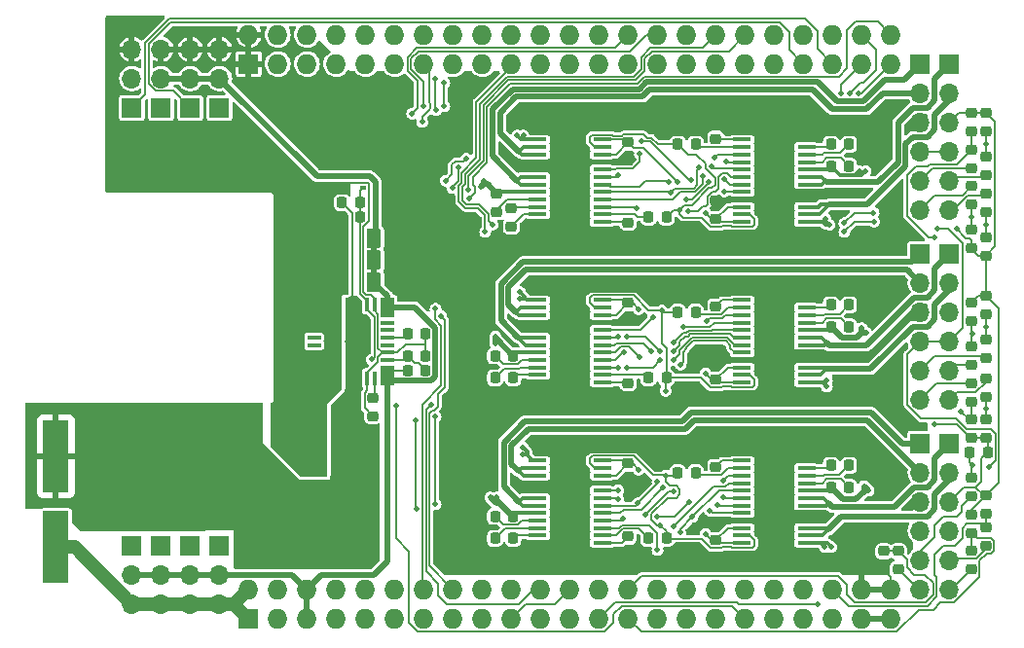
<source format=gbr>
%TF.GenerationSoftware,KiCad,Pcbnew,(6.0.7)*%
%TF.CreationDate,2022-09-24T01:25:36-04:00*%
%TF.ProjectId,motorBoard,6d6f746f-7242-46f6-9172-642e6b696361,rev?*%
%TF.SameCoordinates,Original*%
%TF.FileFunction,Copper,L1,Top*%
%TF.FilePolarity,Positive*%
%FSLAX46Y46*%
G04 Gerber Fmt 4.6, Leading zero omitted, Abs format (unit mm)*
G04 Created by KiCad (PCBNEW (6.0.7)) date 2022-09-24 01:25:36*
%MOMM*%
%LPD*%
G01*
G04 APERTURE LIST*
G04 Aperture macros list*
%AMRoundRect*
0 Rectangle with rounded corners*
0 $1 Rounding radius*
0 $2 $3 $4 $5 $6 $7 $8 $9 X,Y pos of 4 corners*
0 Add a 4 corners polygon primitive as box body*
4,1,4,$2,$3,$4,$5,$6,$7,$8,$9,$2,$3,0*
0 Add four circle primitives for the rounded corners*
1,1,$1+$1,$2,$3*
1,1,$1+$1,$4,$5*
1,1,$1+$1,$6,$7*
1,1,$1+$1,$8,$9*
0 Add four rect primitives between the rounded corners*
20,1,$1+$1,$2,$3,$4,$5,0*
20,1,$1+$1,$4,$5,$6,$7,0*
20,1,$1+$1,$6,$7,$8,$9,0*
20,1,$1+$1,$8,$9,$2,$3,0*%
G04 Aperture macros list end*
%TA.AperFunction,ComponentPad*%
%ADD10R,1.727200X1.727200*%
%TD*%
%TA.AperFunction,ComponentPad*%
%ADD11O,1.727200X1.727200*%
%TD*%
%TA.AperFunction,SMDPad,CuDef*%
%ADD12R,1.600200X0.304800*%
%TD*%
%TA.AperFunction,SMDPad,CuDef*%
%ADD13R,3.200400X5.257800*%
%TD*%
%TA.AperFunction,SMDPad,CuDef*%
%ADD14R,1.193800X1.701800*%
%TD*%
%TA.AperFunction,SMDPad,CuDef*%
%ADD15R,1.193800X0.355600*%
%TD*%
%TA.AperFunction,SMDPad,CuDef*%
%ADD16R,0.355600X1.193800*%
%TD*%
%TA.AperFunction,SMDPad,CuDef*%
%ADD17R,1.295400X3.505200*%
%TD*%
%TA.AperFunction,SMDPad,CuDef*%
%ADD18RoundRect,0.218750X0.256250X-0.218750X0.256250X0.218750X-0.256250X0.218750X-0.256250X-0.218750X0*%
%TD*%
%TA.AperFunction,SMDPad,CuDef*%
%ADD19RoundRect,0.218750X0.218750X0.256250X-0.218750X0.256250X-0.218750X-0.256250X0.218750X-0.256250X0*%
%TD*%
%TA.AperFunction,SMDPad,CuDef*%
%ADD20RoundRect,0.218750X-0.256250X0.218750X-0.256250X-0.218750X0.256250X-0.218750X0.256250X0.218750X0*%
%TD*%
%TA.AperFunction,ComponentPad*%
%ADD21R,1.700000X1.700000*%
%TD*%
%TA.AperFunction,ComponentPad*%
%ADD22O,1.700000X1.700000*%
%TD*%
%TA.AperFunction,SMDPad,CuDef*%
%ADD23RoundRect,0.218750X-0.218750X-0.256250X0.218750X-0.256250X0.218750X0.256250X-0.218750X0.256250X0*%
%TD*%
%TA.AperFunction,SMDPad,CuDef*%
%ADD24R,0.600000X0.450000*%
%TD*%
%TA.AperFunction,SMDPad,CuDef*%
%ADD25RoundRect,0.250000X0.375000X0.625000X-0.375000X0.625000X-0.375000X-0.625000X0.375000X-0.625000X0*%
%TD*%
%TA.AperFunction,ComponentPad*%
%ADD26R,2.250000X6.250000*%
%TD*%
%TA.AperFunction,ViaPad*%
%ADD27C,0.508000*%
%TD*%
%TA.AperFunction,Conductor*%
%ADD28C,0.304800*%
%TD*%
%TA.AperFunction,Conductor*%
%ADD29C,0.508000*%
%TD*%
%TA.AperFunction,Conductor*%
%ADD30C,0.152400*%
%TD*%
%TA.AperFunction,Conductor*%
%ADD31C,1.168400*%
%TD*%
G04 APERTURE END LIST*
D10*
%TO.P,P9,1,Pin_1*%
%TO.N,GNDD*%
X101600000Y-101600000D03*
D11*
%TO.P,P9,2,Pin_2*%
X101600000Y-99060000D03*
%TO.P,P9,3,Pin_3*%
%TO.N,+3V3*%
X104140000Y-101600000D03*
%TO.P,P9,4,Pin_4*%
X104140000Y-99060000D03*
%TO.P,P9,5,Pin_5*%
%TO.N,+5V*%
X106680000Y-101600000D03*
%TO.P,P9,6,Pin_6*%
X106680000Y-99060000D03*
%TO.P,P9,7,Pin_7*%
%TO.N,unconnected-(P9-Pad7)*%
X109220000Y-101600000D03*
%TO.P,P9,8,Pin_8*%
%TO.N,unconnected-(P9-Pad8)*%
X109220000Y-99060000D03*
%TO.P,P9,9,Pin_9*%
%TO.N,unconnected-(P9-Pad9)*%
X111760000Y-101600000D03*
%TO.P,P9,10,Pin_10*%
%TO.N,unconnected-(P9-Pad10)*%
X111760000Y-99060000D03*
%TO.P,P9,11,Pin_11*%
%TO.N,unconnected-(P9-Pad11)*%
X114300000Y-101600000D03*
%TO.P,P9,12,Pin_12*%
%TO.N,DIR0*%
X114300000Y-99060000D03*
%TO.P,P9,13,Pin_13*%
%TO.N,DIR1*%
X116840000Y-101600000D03*
%TO.P,P9,14,Pin_14*%
%TO.N,pwm1A*%
X116840000Y-99060000D03*
%TO.P,P9,15,Pin_15*%
%TO.N,unconnected-(P9-Pad15)*%
X119380000Y-101600000D03*
%TO.P,P9,16,Pin_16*%
%TO.N,pwm1B*%
X119380000Y-99060000D03*
%TO.P,P9,17,Pin_17*%
%TO.N,unconnected-(P9-Pad17)*%
X121920000Y-101600000D03*
%TO.P,P9,18,Pin_18*%
%TO.N,unconnected-(P9-Pad18)*%
X121920000Y-99060000D03*
%TO.P,P9,19,Pin_19*%
%TO.N,pru0_16*%
X124460000Y-101600000D03*
%TO.P,P9,20,Pin_20*%
%TO.N,nCS*%
X124460000Y-99060000D03*
%TO.P,P9,21,Pin_21*%
%TO.N,pwm0B*%
X127000000Y-101600000D03*
%TO.P,P9,22,Pin_22*%
%TO.N,pwm0A*%
X127000000Y-99060000D03*
%TO.P,P9,23,Pin_23*%
%TO.N,unconnected-(P9-Pad23)*%
X129540000Y-101600000D03*
%TO.P,P9,24,Pin_24*%
%TO.N,pru0_16*%
X129540000Y-99060000D03*
%TO.P,P9,25,Pin_25*%
%TO.N,pru0_7*%
X132080000Y-101600000D03*
%TO.P,P9,26,Pin_26*%
%TO.N,unconnected-(P9-Pad26)*%
X132080000Y-99060000D03*
%TO.P,P9,27,Pin_27*%
%TO.N,eQEP0B*%
X134620000Y-101600000D03*
%TO.P,P9,28,Pin_28*%
%TO.N,pru0_3*%
X134620000Y-99060000D03*
%TO.P,P9,29,Pin_29*%
%TO.N,MISO*%
X137160000Y-101600000D03*
%TO.P,P9,30,Pin_30*%
%TO.N,MOSI*%
X137160000Y-99060000D03*
%TO.P,P9,31,Pin_31*%
%TO.N,SCK*%
X139700000Y-101600000D03*
%TO.P,P9,32,Pin_32*%
%TO.N,unconnected-(P9-Pad32)*%
X139700000Y-99060000D03*
%TO.P,P9,33,Pin_33*%
%TO.N,ADC4*%
X142240000Y-101600000D03*
%TO.P,P9,34,Pin_34*%
%TO.N,unconnected-(P9-Pad34)*%
X142240000Y-99060000D03*
%TO.P,P9,35,Pin_35*%
%TO.N,VBATT*%
X144780000Y-101600000D03*
%TO.P,P9,36,Pin_36*%
%TO.N,ADC5*%
X144780000Y-99060000D03*
%TO.P,P9,37,Pin_37*%
%TO.N,ADC2*%
X147320000Y-101600000D03*
%TO.P,P9,38,Pin_38*%
%TO.N,ADC3*%
X147320000Y-99060000D03*
%TO.P,P9,39,Pin_39*%
%TO.N,ADC0*%
X149860000Y-101600000D03*
%TO.P,P9,40,Pin_40*%
%TO.N,ADC1*%
X149860000Y-99060000D03*
%TO.P,P9,41,Pin_41*%
%TO.N,pru0_6*%
X152400000Y-101600000D03*
%TO.P,P9,42,Pin_42*%
%TO.N,eQEP0A*%
X152400000Y-99060000D03*
%TO.P,P9,43,Pin_43*%
%TO.N,GNDD*%
X154940000Y-101600000D03*
%TO.P,P9,44,Pin_44*%
X154940000Y-99060000D03*
%TO.P,P9,45,Pin_45*%
X157480000Y-101600000D03*
%TO.P,P9,46,Pin_46*%
X157480000Y-99060000D03*
%TD*%
D12*
%TO.P,U301,1,DVDD*%
%TO.N,Net-(C302-Pad1)*%
X132339999Y-81044999D03*
%TO.P,U301,2,nFAULT*%
%TO.N,Net-(R301-Pad2)*%
X132339999Y-80395000D03*
%TO.P,U301,3,SDO*%
%TO.N,/Motor4/MISO*%
X132339999Y-79745002D03*
%TO.P,U301,4,SDI*%
%TO.N,/Motor3/MISO*%
X132339999Y-79095001D03*
%TO.P,U301,5,SCLK*%
%TO.N,SCK*%
X132339999Y-78445002D03*
%TO.P,U301,6,nSCS*%
%TO.N,nCS*%
X132339999Y-77795001D03*
%TO.P,U301,7,EN/IN1*%
%TO.N,pwm2A*%
X132339999Y-77145002D03*
%TO.P,U301,8,PH/IN2*%
%TO.N,DIR4*%
X132339999Y-76495001D03*
%TO.P,U301,9,DISABLE*%
%TO.N,GNDD*%
X132339999Y-75845002D03*
%TO.P,U301,10,IPROPI1*%
%TO.N,ADC4*%
X132339999Y-75195001D03*
%TO.P,U301,11,nSLEEP*%
%TO.N,+3V3*%
X132339999Y-74545002D03*
%TO.P,U301,12,IPROPI2*%
%TO.N,ADC4*%
X132339999Y-73895001D03*
%TO.P,U301,13,VM*%
%TO.N,+BATT*%
X126740001Y-73895001D03*
%TO.P,U301,14,OUT2*%
%TO.N,Net-(J301-Pad2)*%
X126740001Y-74545000D03*
%TO.P,U301,15,OUT2*%
X126740001Y-75195001D03*
%TO.P,U301,16,SRC*%
%TO.N,GNDD*%
X126740001Y-75844999D03*
%TO.P,U301,17,SRC*%
X126740001Y-76495001D03*
%TO.P,U301,18,OUT1*%
%TO.N,Net-(J301-Pad1)*%
X126740001Y-77144999D03*
%TO.P,U301,19,OUT1*%
X126740001Y-77794998D03*
%TO.P,U301,20,VM*%
%TO.N,+BATT*%
X126740001Y-78444999D03*
%TO.P,U301,21,VCP*%
%TO.N,Net-(C303-Pad1)*%
X126740001Y-79094998D03*
%TO.P,U301,22,CPH*%
%TO.N,Net-(C301-Pad1)*%
X126740001Y-79744999D03*
%TO.P,U301,23,CPL*%
%TO.N,Net-(C301-Pad2)*%
X126740001Y-80394998D03*
%TO.P,U301,24,GND*%
%TO.N,GNDD*%
X126740001Y-81044999D03*
D13*
%TO.P,U301,25,GND*%
X129540000Y-77470000D03*
%TD*%
D14*
%TO.P,U101,1,VOUT*%
%TO.N,+5V*%
X113690000Y-80420001D03*
D15*
%TO.P,U101,2,FB*%
%TO.N,Net-(R105-Pad2)*%
X113690001Y-79095001D03*
%TO.P,U101,3,AGND*%
%TO.N,GNDD*%
X113690001Y-78444999D03*
%TO.P,U101,4,DNC*%
%TO.N,unconnected-(U101-Pad4)*%
X113690001Y-77795001D03*
%TO.P,U101,5,TT*%
%TO.N,Net-(R104-Pad1)*%
X113690001Y-77144999D03*
%TO.P,U101,6,SS/TR*%
%TO.N,unconnected-(U101-Pad6)*%
X113690001Y-76495001D03*
%TO.P,U101,7,PGOOD*%
%TO.N,unconnected-(U101-Pad7)*%
X113690001Y-75844999D03*
D14*
%TO.P,U101,8,VOUT*%
%TO.N,+5V*%
X113690000Y-74519999D03*
D16*
%TO.P,U101,9,AGND*%
%TO.N,GNDD*%
X112565000Y-74269999D03*
%TO.P,U101,10,EN*%
%TO.N,VBATT*%
X111915001Y-74269999D03*
D17*
%TO.P,U101,11,VIN*%
%TO.N,+BATT*%
X110640000Y-75420000D03*
%TO.P,U101,12,PGND*%
%TO.N,GNDD*%
X108890000Y-75420000D03*
D14*
%TO.P,U101,13,PGND*%
X107290000Y-74519999D03*
D15*
%TO.P,U101,14,PGND*%
X107289999Y-75844999D03*
%TO.P,U101,15,PGND*%
X107289999Y-76495001D03*
%TO.P,U101,16,SW*%
%TO.N,unconnected-(U101-Pad16)*%
X107289999Y-77144999D03*
%TO.P,U101,17,SW*%
%TO.N,unconnected-(U101-Pad17)*%
X107289999Y-77795001D03*
%TO.P,U101,18,PGND*%
%TO.N,GNDD*%
X107289999Y-78444999D03*
%TO.P,U101,19,PGND*%
X107289999Y-79095001D03*
D14*
%TO.P,U101,20,PGND*%
X107290000Y-80420001D03*
D17*
%TO.P,U101,21,PGND*%
X108890000Y-79520000D03*
%TO.P,U101,22,VIN*%
%TO.N,+BATT*%
X110640000Y-79520000D03*
D16*
%TO.P,U101,23,AGND*%
%TO.N,GNDD*%
X111915001Y-80670001D03*
%TO.P,U101,24,RT/CLK*%
%TO.N,Net-(R103-Pad1)*%
X112565000Y-80670001D03*
%TD*%
D12*
%TO.P,U201,1,DVDD*%
%TO.N,Net-(C202-Pad1)*%
X132339999Y-95014999D03*
%TO.P,U201,2,nFAULT*%
%TO.N,Net-(R201-Pad2)*%
X132339999Y-94365000D03*
%TO.P,U201,3,SDO*%
%TO.N,MISO*%
X132339999Y-93715002D03*
%TO.P,U201,4,SDI*%
%TO.N,/Motor4/MISO*%
X132339999Y-93065001D03*
%TO.P,U201,5,SCLK*%
%TO.N,SCK*%
X132339999Y-92415002D03*
%TO.P,U201,6,nSCS*%
%TO.N,nCS*%
X132339999Y-91765001D03*
%TO.P,U201,7,EN/IN1*%
%TO.N,pwm2B*%
X132339999Y-91115002D03*
%TO.P,U201,8,PH/IN2*%
%TO.N,DIR5*%
X132339999Y-90465001D03*
%TO.P,U201,9,DISABLE*%
%TO.N,GNDD*%
X132339999Y-89815002D03*
%TO.P,U201,10,IPROPI1*%
%TO.N,ADC5*%
X132339999Y-89165001D03*
%TO.P,U201,11,nSLEEP*%
%TO.N,+3V3*%
X132339999Y-88515002D03*
%TO.P,U201,12,IPROPI2*%
%TO.N,ADC5*%
X132339999Y-87865001D03*
%TO.P,U201,13,VM*%
%TO.N,+BATT*%
X126740001Y-87865001D03*
%TO.P,U201,14,OUT2*%
%TO.N,Net-(J201-Pad2)*%
X126740001Y-88515000D03*
%TO.P,U201,15,OUT2*%
X126740001Y-89165001D03*
%TO.P,U201,16,SRC*%
%TO.N,GNDD*%
X126740001Y-89814999D03*
%TO.P,U201,17,SRC*%
X126740001Y-90465001D03*
%TO.P,U201,18,OUT1*%
%TO.N,Net-(J201-Pad1)*%
X126740001Y-91114999D03*
%TO.P,U201,19,OUT1*%
X126740001Y-91764998D03*
%TO.P,U201,20,VM*%
%TO.N,+BATT*%
X126740001Y-92414999D03*
%TO.P,U201,21,VCP*%
%TO.N,Net-(C203-Pad1)*%
X126740001Y-93064998D03*
%TO.P,U201,22,CPH*%
%TO.N,Net-(C201-Pad1)*%
X126740001Y-93714999D03*
%TO.P,U201,23,CPL*%
%TO.N,Net-(C201-Pad2)*%
X126740001Y-94364998D03*
%TO.P,U201,24,GND*%
%TO.N,GNDD*%
X126740001Y-95014999D03*
D13*
%TO.P,U201,25,GND*%
X129540000Y-91440000D03*
%TD*%
D12*
%TO.P,U601,1,DVDD*%
%TO.N,Net-(C602-Pad1)*%
X144520001Y-73895001D03*
%TO.P,U601,2,nFAULT*%
%TO.N,Net-(R601-Pad2)*%
X144520001Y-74545000D03*
%TO.P,U601,3,SDO*%
%TO.N,/Motor1/MISO*%
X144520001Y-75194998D03*
%TO.P,U601,4,SDI*%
%TO.N,/Motor0/MISO*%
X144520001Y-75844999D03*
%TO.P,U601,5,SCLK*%
%TO.N,SCK*%
X144520001Y-76494998D03*
%TO.P,U601,6,nSCS*%
%TO.N,nCS*%
X144520001Y-77144999D03*
%TO.P,U601,7,EN/IN1*%
%TO.N,pwm0B*%
X144520001Y-77794998D03*
%TO.P,U601,8,PH/IN2*%
%TO.N,DIR1*%
X144520001Y-78444999D03*
%TO.P,U601,9,DISABLE*%
%TO.N,GNDD*%
X144520001Y-79094998D03*
%TO.P,U601,10,IPROPI1*%
%TO.N,ADC1*%
X144520001Y-79744999D03*
%TO.P,U601,11,nSLEEP*%
%TO.N,+3V3*%
X144520001Y-80394998D03*
%TO.P,U601,12,IPROPI2*%
%TO.N,ADC1*%
X144520001Y-81044999D03*
%TO.P,U601,13,VM*%
%TO.N,+BATT*%
X150119999Y-81044999D03*
%TO.P,U601,14,OUT2*%
%TO.N,Net-(J601-Pad2)*%
X150119999Y-80395000D03*
%TO.P,U601,15,OUT2*%
X150119999Y-79744999D03*
%TO.P,U601,16,SRC*%
%TO.N,GNDD*%
X150119999Y-79095001D03*
%TO.P,U601,17,SRC*%
X150119999Y-78444999D03*
%TO.P,U601,18,OUT1*%
%TO.N,Net-(J601-Pad1)*%
X150119999Y-77795001D03*
%TO.P,U601,19,OUT1*%
X150119999Y-77145002D03*
%TO.P,U601,20,VM*%
%TO.N,+BATT*%
X150119999Y-76495001D03*
%TO.P,U601,21,VCP*%
%TO.N,Net-(C603-Pad1)*%
X150119999Y-75845002D03*
%TO.P,U601,22,CPH*%
%TO.N,Net-(C601-Pad1)*%
X150119999Y-75195001D03*
%TO.P,U601,23,CPL*%
%TO.N,Net-(C601-Pad2)*%
X150119999Y-74545002D03*
%TO.P,U601,24,GND*%
%TO.N,GNDD*%
X150119999Y-73895001D03*
D13*
%TO.P,U601,25,GND*%
X147320000Y-77470000D03*
%TD*%
D12*
%TO.P,U501,1,DVDD*%
%TO.N,Net-(C502-Pad1)*%
X144520001Y-59925001D03*
%TO.P,U501,2,nFAULT*%
%TO.N,Net-(R501-Pad2)*%
X144520001Y-60575000D03*
%TO.P,U501,3,SDO*%
%TO.N,/Motor2/MISO*%
X144520001Y-61224998D03*
%TO.P,U501,4,SDI*%
%TO.N,/Motor1/MISO*%
X144520001Y-61874999D03*
%TO.P,U501,5,SCLK*%
%TO.N,SCK*%
X144520001Y-62524998D03*
%TO.P,U501,6,nSCS*%
%TO.N,nCS*%
X144520001Y-63174999D03*
%TO.P,U501,7,EN/IN1*%
%TO.N,pwm1A*%
X144520001Y-63824998D03*
%TO.P,U501,8,PH/IN2*%
%TO.N,DIR2*%
X144520001Y-64474999D03*
%TO.P,U501,9,DISABLE*%
%TO.N,GNDD*%
X144520001Y-65124998D03*
%TO.P,U501,10,IPROPI1*%
%TO.N,ADC2*%
X144520001Y-65774999D03*
%TO.P,U501,11,nSLEEP*%
%TO.N,+3V3*%
X144520001Y-66424998D03*
%TO.P,U501,12,IPROPI2*%
%TO.N,ADC2*%
X144520001Y-67074999D03*
%TO.P,U501,13,VM*%
%TO.N,+BATT*%
X150119999Y-67074999D03*
%TO.P,U501,14,OUT2*%
%TO.N,Net-(J501-Pad2)*%
X150119999Y-66425000D03*
%TO.P,U501,15,OUT2*%
X150119999Y-65774999D03*
%TO.P,U501,16,SRC*%
%TO.N,GNDD*%
X150119999Y-65125001D03*
%TO.P,U501,17,SRC*%
X150119999Y-64474999D03*
%TO.P,U501,18,OUT1*%
%TO.N,Net-(J501-Pad1)*%
X150119999Y-63825001D03*
%TO.P,U501,19,OUT1*%
X150119999Y-63175002D03*
%TO.P,U501,20,VM*%
%TO.N,+BATT*%
X150119999Y-62525001D03*
%TO.P,U501,21,VCP*%
%TO.N,Net-(C503-Pad1)*%
X150119999Y-61875002D03*
%TO.P,U501,22,CPH*%
%TO.N,Net-(C501-Pad1)*%
X150119999Y-61225001D03*
%TO.P,U501,23,CPL*%
%TO.N,Net-(C501-Pad2)*%
X150119999Y-60575002D03*
%TO.P,U501,24,GND*%
%TO.N,GNDD*%
X150119999Y-59925001D03*
D13*
%TO.P,U501,25,GND*%
X147320000Y-63500000D03*
%TD*%
D10*
%TO.P,P8,1,Pin_1*%
%TO.N,GNDD*%
X101600000Y-53340000D03*
D11*
%TO.P,P8,2,Pin_2*%
X101600000Y-50800000D03*
%TO.P,P8,3,Pin_3*%
%TO.N,unconnected-(P8-Pad3)*%
X104140000Y-53340000D03*
%TO.P,P8,4,Pin_4*%
%TO.N,unconnected-(P8-Pad4)*%
X104140000Y-50800000D03*
%TO.P,P8,5,Pin_5*%
%TO.N,unconnected-(P8-Pad5)*%
X106680000Y-53340000D03*
%TO.P,P8,6,Pin_6*%
%TO.N,unconnected-(P8-Pad6)*%
X106680000Y-50800000D03*
%TO.P,P8,7,Pin_7*%
%TO.N,unconnected-(P8-Pad7)*%
X109220000Y-53340000D03*
%TO.P,P8,8,Pin_8*%
%TO.N,unconnected-(P8-Pad8)*%
X109220000Y-50800000D03*
%TO.P,P8,9,Pin_9*%
%TO.N,unconnected-(P8-Pad9)*%
X111760000Y-53340000D03*
%TO.P,P8,10,Pin_10*%
%TO.N,unconnected-(P8-Pad10)*%
X111760000Y-50800000D03*
%TO.P,P8,11,Pin_11*%
%TO.N,eQEP2B*%
X114300000Y-53340000D03*
%TO.P,P8,12,Pin_12*%
%TO.N,eQEP2A*%
X114300000Y-50800000D03*
%TO.P,P8,13,Pin_13*%
%TO.N,pwm2B*%
X116840000Y-53340000D03*
%TO.P,P8,14,Pin_14*%
%TO.N,unconnected-(P8-Pad14)*%
X116840000Y-50800000D03*
%TO.P,P8,15,Pin_15*%
%TO.N,pru0_15*%
X119380000Y-53340000D03*
%TO.P,P8,16,Pin_16*%
%TO.N,pru0_14*%
X119380000Y-50800000D03*
%TO.P,P8,17,Pin_17*%
%TO.N,unconnected-(P8-Pad17)*%
X121920000Y-53340000D03*
%TO.P,P8,18,Pin_18*%
%TO.N,unconnected-(P8-Pad18)*%
X121920000Y-50800000D03*
%TO.P,P8,19,Pin_19*%
%TO.N,pwm2A*%
X124460000Y-53340000D03*
%TO.P,P8,20,Pin_20*%
%TO.N,unconnected-(P8-Pad20)*%
X124460000Y-50800000D03*
%TO.P,P8,21,Pin_21*%
%TO.N,unconnected-(P8-Pad21)*%
X127000000Y-53340000D03*
%TO.P,P8,22,Pin_22*%
%TO.N,unconnected-(P8-Pad22)*%
X127000000Y-50800000D03*
%TO.P,P8,23,Pin_23*%
%TO.N,unconnected-(P8-Pad23)*%
X129540000Y-53340000D03*
%TO.P,P8,24,Pin_24*%
%TO.N,unconnected-(P8-Pad24)*%
X129540000Y-50800000D03*
%TO.P,P8,25,Pin_25*%
%TO.N,unconnected-(P8-Pad25)*%
X132080000Y-53340000D03*
%TO.P,P8,26,Pin_26*%
%TO.N,unconnected-(P8-Pad26)*%
X132080000Y-50800000D03*
%TO.P,P8,27,Pin_27*%
%TO.N,pru1_8*%
X134620000Y-53340000D03*
%TO.P,P8,28,Pin_28*%
%TO.N,pru1_10*%
X134620000Y-50800000D03*
%TO.P,P8,29,Pin_29*%
%TO.N,pru1_9*%
X137160000Y-53340000D03*
%TO.P,P8,30,Pin_30*%
%TO.N,pru1_11*%
X137160000Y-50800000D03*
%TO.P,P8,31,Pin_31*%
%TO.N,unconnected-(P8-Pad31)*%
X139700000Y-53340000D03*
%TO.P,P8,32,Pin_32*%
%TO.N,unconnected-(P8-Pad32)*%
X139700000Y-50800000D03*
%TO.P,P8,33,Pin_33*%
%TO.N,eQEP1B*%
X142240000Y-53340000D03*
%TO.P,P8,34,Pin_34*%
%TO.N,pwm0B*%
X142240000Y-50800000D03*
%TO.P,P8,35,Pin_35*%
%TO.N,eQEP1A*%
X144780000Y-53340000D03*
%TO.P,P8,36,Pin_36*%
%TO.N,pwm0A*%
X144780000Y-50800000D03*
%TO.P,P8,37,Pin_37*%
%TO.N,unconnected-(P8-Pad37)*%
X147320000Y-53340000D03*
%TO.P,P8,38,Pin_38*%
%TO.N,unconnected-(P8-Pad38)*%
X147320000Y-50800000D03*
%TO.P,P8,39,Pin_39*%
%TO.N,pru1_6*%
X149860000Y-53340000D03*
%TO.P,P8,40,Pin_40*%
%TO.N,pru1_7*%
X149860000Y-50800000D03*
%TO.P,P8,41,Pin_41*%
%TO.N,pru1_4*%
X152400000Y-53340000D03*
%TO.P,P8,42,Pin_42*%
%TO.N,pru1_5*%
X152400000Y-50800000D03*
%TO.P,P8,43,Pin_43*%
%TO.N,DIR3*%
X154940000Y-53340000D03*
%TO.P,P8,44,Pin_44*%
%TO.N,DIR2*%
X154940000Y-50800000D03*
%TO.P,P8,45,Pin_45*%
%TO.N,DIR4*%
X157480000Y-53340000D03*
%TO.P,P8,46,Pin_46*%
%TO.N,DIR5*%
X157480000Y-50800000D03*
%TD*%
D18*
%TO.P,R205,1*%
%TO.N,Net-(J201-Pad6)*%
X158115000Y-97307500D03*
%TO.P,R205,2*%
%TO.N,pru0_3*%
X158115000Y-95732500D03*
%TD*%
D12*
%TO.P,U401,1,DVDD*%
%TO.N,Net-(C402-Pad1)*%
X132339999Y-67074999D03*
%TO.P,U401,2,nFAULT*%
%TO.N,Net-(R401-Pad2)*%
X132339999Y-66425000D03*
%TO.P,U401,3,SDO*%
%TO.N,/Motor3/MISO*%
X132339999Y-65775002D03*
%TO.P,U401,4,SDI*%
%TO.N,/Motor2/MISO*%
X132339999Y-65125001D03*
%TO.P,U401,5,SCLK*%
%TO.N,SCK*%
X132339999Y-64475002D03*
%TO.P,U401,6,nSCS*%
%TO.N,nCS*%
X132339999Y-63825001D03*
%TO.P,U401,7,EN/IN1*%
%TO.N,pwm1B*%
X132339999Y-63175002D03*
%TO.P,U401,8,PH/IN2*%
%TO.N,DIR3*%
X132339999Y-62525001D03*
%TO.P,U401,9,DISABLE*%
%TO.N,GNDD*%
X132339999Y-61875002D03*
%TO.P,U401,10,IPROPI1*%
%TO.N,ADC3*%
X132339999Y-61225001D03*
%TO.P,U401,11,nSLEEP*%
%TO.N,+3V3*%
X132339999Y-60575002D03*
%TO.P,U401,12,IPROPI2*%
%TO.N,ADC3*%
X132339999Y-59925001D03*
%TO.P,U401,13,VM*%
%TO.N,+BATT*%
X126740001Y-59925001D03*
%TO.P,U401,14,OUT2*%
%TO.N,Net-(J401-Pad2)*%
X126740001Y-60575000D03*
%TO.P,U401,15,OUT2*%
X126740001Y-61225001D03*
%TO.P,U401,16,SRC*%
%TO.N,GNDD*%
X126740001Y-61874999D03*
%TO.P,U401,17,SRC*%
X126740001Y-62525001D03*
%TO.P,U401,18,OUT1*%
%TO.N,Net-(J401-Pad1)*%
X126740001Y-63174999D03*
%TO.P,U401,19,OUT1*%
X126740001Y-63824998D03*
%TO.P,U401,20,VM*%
%TO.N,+BATT*%
X126740001Y-64474999D03*
%TO.P,U401,21,VCP*%
%TO.N,Net-(C403-Pad1)*%
X126740001Y-65124998D03*
%TO.P,U401,22,CPH*%
%TO.N,Net-(C401-Pad1)*%
X126740001Y-65774999D03*
%TO.P,U401,23,CPL*%
%TO.N,Net-(C401-Pad2)*%
X126740001Y-66424998D03*
%TO.P,U401,24,GND*%
%TO.N,GNDD*%
X126740001Y-67074999D03*
D13*
%TO.P,U401,25,GND*%
X129540000Y-63500000D03*
%TD*%
D19*
%TO.P,C603,1*%
%TO.N,Net-(C603-Pad1)*%
X153822500Y-76200000D03*
%TO.P,C603,2*%
%TO.N,+BATT*%
X152247500Y-76200000D03*
%TD*%
D20*
%TO.P,R306,1*%
%TO.N,pru0_15*%
X164465000Y-84302500D03*
%TO.P,R306,2*%
%TO.N,GNDD*%
X164465000Y-85877500D03*
%TD*%
D21*
%TO.P,J401,1,Pin_1*%
%TO.N,Net-(J401-Pad1)*%
X160020000Y-53340000D03*
D22*
%TO.P,J401,2,Pin_2*%
%TO.N,Net-(J401-Pad2)*%
X160020000Y-55880000D03*
%TO.P,J401,3,Pin_3*%
%TO.N,GNDD*%
X160020000Y-58420000D03*
%TO.P,J401,4,Pin_4*%
%TO.N,+5V*%
X160020000Y-60960000D03*
%TO.P,J401,5,Pin_5*%
%TO.N,Net-(J401-Pad5)*%
X160020000Y-63500000D03*
%TO.P,J401,6,Pin_6*%
%TO.N,Net-(J401-Pad6)*%
X160020000Y-66040000D03*
%TD*%
D20*
%TO.P,R302,1*%
%TO.N,ADC4*%
X134620000Y-74142500D03*
%TO.P,R302,2*%
%TO.N,GNDD*%
X134620000Y-75717500D03*
%TD*%
D19*
%TO.P,C703,1*%
%TO.N,Net-(C703-Pad1)*%
X153822500Y-90170000D03*
%TO.P,C703,2*%
%TO.N,+BATT*%
X152247500Y-90170000D03*
%TD*%
D18*
%TO.P,C702,1*%
%TO.N,Net-(C702-Pad1)*%
X142240000Y-88417500D03*
%TO.P,C702,2*%
%TO.N,GNDD*%
X142240000Y-86842500D03*
%TD*%
D19*
%TO.P,C701,1*%
%TO.N,Net-(C701-Pad1)*%
X153822500Y-88265000D03*
%TO.P,C701,2*%
%TO.N,Net-(C701-Pad2)*%
X152247500Y-88265000D03*
%TD*%
D18*
%TO.P,R702,1*%
%TO.N,ADC0*%
X142240000Y-94767500D03*
%TO.P,R702,2*%
%TO.N,GNDD*%
X142240000Y-93192500D03*
%TD*%
D12*
%TO.P,U701,1,DVDD*%
%TO.N,Net-(C702-Pad1)*%
X144520001Y-87865001D03*
%TO.P,U701,2,nFAULT*%
%TO.N,Net-(R701-Pad2)*%
X144520001Y-88515000D03*
%TO.P,U701,3,SDO*%
%TO.N,/Motor0/MISO*%
X144520001Y-89164998D03*
%TO.P,U701,4,SDI*%
%TO.N,MOSI*%
X144520001Y-89814999D03*
%TO.P,U701,5,SCLK*%
%TO.N,SCK*%
X144520001Y-90464998D03*
%TO.P,U701,6,nSCS*%
%TO.N,nCS*%
X144520001Y-91114999D03*
%TO.P,U701,7,EN/IN1*%
%TO.N,pwm0A*%
X144520001Y-91764998D03*
%TO.P,U701,8,PH/IN2*%
%TO.N,DIR0*%
X144520001Y-92414999D03*
%TO.P,U701,9,DISABLE*%
%TO.N,GNDD*%
X144520001Y-93064998D03*
%TO.P,U701,10,IPROPI1*%
%TO.N,ADC0*%
X144520001Y-93714999D03*
%TO.P,U701,11,nSLEEP*%
%TO.N,+3V3*%
X144520001Y-94364998D03*
%TO.P,U701,12,IPROPI2*%
%TO.N,ADC0*%
X144520001Y-95014999D03*
%TO.P,U701,13,VM*%
%TO.N,+BATT*%
X150119999Y-95014999D03*
%TO.P,U701,14,OUT2*%
%TO.N,Net-(J701-Pad2)*%
X150119999Y-94365000D03*
%TO.P,U701,15,OUT2*%
X150119999Y-93714999D03*
%TO.P,U701,16,SRC*%
%TO.N,GNDD*%
X150119999Y-93065001D03*
%TO.P,U701,17,SRC*%
X150119999Y-92414999D03*
%TO.P,U701,18,OUT1*%
%TO.N,Net-(J701-Pad1)*%
X150119999Y-91765001D03*
%TO.P,U701,19,OUT1*%
X150119999Y-91115002D03*
%TO.P,U701,20,VM*%
%TO.N,+BATT*%
X150119999Y-90465001D03*
%TO.P,U701,21,VCP*%
%TO.N,Net-(C703-Pad1)*%
X150119999Y-89815002D03*
%TO.P,U701,22,CPH*%
%TO.N,Net-(C701-Pad1)*%
X150119999Y-89165001D03*
%TO.P,U701,23,CPL*%
%TO.N,Net-(C701-Pad2)*%
X150119999Y-88515002D03*
%TO.P,U701,24,GND*%
%TO.N,GNDD*%
X150119999Y-87865001D03*
D13*
%TO.P,U701,25,GND*%
X147320000Y-91440000D03*
%TD*%
D19*
%TO.P,C503,1*%
%TO.N,Net-(C503-Pad1)*%
X153822500Y-62230000D03*
%TO.P,C503,2*%
%TO.N,+BATT*%
X152247500Y-62230000D03*
%TD*%
D18*
%TO.P,R303,1*%
%TO.N,Net-(J301-Pad5)*%
X165735000Y-78892500D03*
%TO.P,R303,2*%
%TO.N,pru0_14*%
X165735000Y-77317500D03*
%TD*%
D20*
%TO.P,R405,1*%
%TO.N,Net-(J401-Pad6)*%
X164465000Y-63982500D03*
%TO.P,R405,2*%
%TO.N,pru0_16*%
X164465000Y-65557500D03*
%TD*%
%TO.P,R406,1*%
%TO.N,pru0_16*%
X164465000Y-67792500D03*
%TO.P,R406,2*%
%TO.N,GNDD*%
X164465000Y-69367500D03*
%TD*%
D18*
%TO.P,R503,1*%
%TO.N,Net-(J501-Pad5)*%
X165735000Y-63017500D03*
%TO.P,R503,2*%
%TO.N,eQEP2A*%
X165735000Y-61442500D03*
%TD*%
%TO.P,R504,1*%
%TO.N,eQEP2A*%
X165735000Y-59207500D03*
%TO.P,R504,2*%
%TO.N,GNDD*%
X165735000Y-57632500D03*
%TD*%
D20*
%TO.P,R206,1*%
%TO.N,pru0_3*%
X156845000Y-95732500D03*
%TO.P,R206,2*%
%TO.N,GNDD*%
X156845000Y-97307500D03*
%TD*%
D23*
%TO.P,R701,1*%
%TO.N,+3V3*%
X138912500Y-88900000D03*
%TO.P,R701,2*%
%TO.N,Net-(R701-Pad2)*%
X140487500Y-88900000D03*
%TD*%
%TO.P,R204,1*%
%TO.N,pru0_7*%
X164312500Y-87122000D03*
%TO.P,R204,2*%
%TO.N,GNDD*%
X165887500Y-87122000D03*
%TD*%
D20*
%TO.P,R202,1*%
%TO.N,ADC5*%
X134620000Y-88112500D03*
%TO.P,R202,2*%
%TO.N,GNDD*%
X134620000Y-89687500D03*
%TD*%
D19*
%TO.P,R201,1*%
%TO.N,+3V3*%
X137947500Y-94615000D03*
%TO.P,R201,2*%
%TO.N,Net-(R201-Pad2)*%
X136372500Y-94615000D03*
%TD*%
D23*
%TO.P,R106,1*%
%TO.N,Net-(R105-Pad2)*%
X115417500Y-78740000D03*
%TO.P,R106,2*%
%TO.N,GNDD*%
X116992500Y-78740000D03*
%TD*%
%TO.P,R105,1*%
%TO.N,+5V*%
X115417500Y-80010000D03*
%TO.P,R105,2*%
%TO.N,Net-(R105-Pad2)*%
X116992500Y-80010000D03*
%TD*%
%TO.P,R104,1*%
%TO.N,Net-(R104-Pad1)*%
X115417500Y-76835000D03*
%TO.P,R104,2*%
%TO.N,GNDD*%
X116992500Y-76835000D03*
%TD*%
D18*
%TO.P,R706,1*%
%TO.N,eQEP0B*%
X164465000Y-94132500D03*
%TO.P,R706,2*%
%TO.N,GNDD*%
X164465000Y-92557500D03*
%TD*%
%TO.P,R705,1*%
%TO.N,Net-(J701-Pad6)*%
X164465000Y-97307500D03*
%TO.P,R705,2*%
%TO.N,eQEP0B*%
X164465000Y-95732500D03*
%TD*%
%TO.P,R704,1*%
%TO.N,eQEP0A*%
X165735000Y-92481500D03*
%TO.P,R704,2*%
%TO.N,GNDD*%
X165735000Y-90906500D03*
%TD*%
%TO.P,R703,1*%
%TO.N,Net-(J701-Pad5)*%
X165735000Y-95275500D03*
%TO.P,R703,2*%
%TO.N,eQEP0A*%
X165735000Y-93700500D03*
%TD*%
D20*
%TO.P,R606,1*%
%TO.N,eQEP1B*%
X165735000Y-84302500D03*
%TO.P,R606,2*%
%TO.N,GNDD*%
X165735000Y-85877500D03*
%TD*%
%TO.P,R605,1*%
%TO.N,Net-(J601-Pad6)*%
X165735000Y-80746500D03*
%TO.P,R605,2*%
%TO.N,eQEP1B*%
X165735000Y-82321500D03*
%TD*%
D18*
%TO.P,R604,1*%
%TO.N,eQEP1A*%
X164465000Y-75717500D03*
%TO.P,R604,2*%
%TO.N,GNDD*%
X164465000Y-74142500D03*
%TD*%
%TO.P,R603,1*%
%TO.N,Net-(J601-Pad5)*%
X164465000Y-79527500D03*
%TO.P,R603,2*%
%TO.N,eQEP1A*%
X164465000Y-77952500D03*
%TD*%
%TO.P,R602,1*%
%TO.N,ADC1*%
X142240000Y-80797500D03*
%TO.P,R602,2*%
%TO.N,GNDD*%
X142240000Y-79222500D03*
%TD*%
D23*
%TO.P,R601,1*%
%TO.N,+3V3*%
X138912500Y-74930000D03*
%TO.P,R601,2*%
%TO.N,Net-(R601-Pad2)*%
X140487500Y-74930000D03*
%TD*%
D20*
%TO.P,R506,1*%
%TO.N,eQEP2B*%
X165735000Y-68427500D03*
%TO.P,R506,2*%
%TO.N,GNDD*%
X165735000Y-70002500D03*
%TD*%
%TO.P,R505,1*%
%TO.N,Net-(J501-Pad6)*%
X165735000Y-64617500D03*
%TO.P,R505,2*%
%TO.N,eQEP2B*%
X165735000Y-66192500D03*
%TD*%
%TO.P,R305,1*%
%TO.N,Net-(J301-Pad6)*%
X164465000Y-81127500D03*
%TO.P,R305,2*%
%TO.N,pru0_15*%
X164465000Y-82702500D03*
%TD*%
D23*
%TO.P,R501,1*%
%TO.N,+3V3*%
X138912500Y-60325000D03*
%TO.P,R501,2*%
%TO.N,Net-(R501-Pad2)*%
X140487500Y-60325000D03*
%TD*%
D20*
%TO.P,R103,1*%
%TO.N,Net-(R103-Pad1)*%
X112395000Y-82397500D03*
%TO.P,R103,2*%
%TO.N,GNDD*%
X112395000Y-83972500D03*
%TD*%
D18*
%TO.P,R404,1*%
%TO.N,pru0_6*%
X164465000Y-59207500D03*
%TO.P,R404,2*%
%TO.N,GNDD*%
X164465000Y-57632500D03*
%TD*%
%TO.P,R403,1*%
%TO.N,Net-(J401-Pad5)*%
X164465000Y-62382500D03*
%TO.P,R403,2*%
%TO.N,pru0_6*%
X164465000Y-60807500D03*
%TD*%
D20*
%TO.P,R402,1*%
%TO.N,ADC3*%
X134620000Y-60172500D03*
%TO.P,R402,2*%
%TO.N,GNDD*%
X134620000Y-61747500D03*
%TD*%
D19*
%TO.P,R401,1*%
%TO.N,+3V3*%
X137947500Y-66675000D03*
%TO.P,R401,2*%
%TO.N,Net-(R401-Pad2)*%
X136372500Y-66675000D03*
%TD*%
D18*
%TO.P,R304,1*%
%TO.N,pru0_14*%
X165735000Y-75082500D03*
%TO.P,R304,2*%
%TO.N,GNDD*%
X165735000Y-73507500D03*
%TD*%
%TO.P,R502,1*%
%TO.N,ADC2*%
X142240000Y-66827500D03*
%TO.P,R502,2*%
%TO.N,GNDD*%
X142240000Y-65252500D03*
%TD*%
D19*
%TO.P,R301,1*%
%TO.N,+3V3*%
X137947500Y-80645000D03*
%TO.P,R301,2*%
%TO.N,Net-(R301-Pad2)*%
X136372500Y-80645000D03*
%TD*%
D18*
%TO.P,R203,1*%
%TO.N,Net-(J201-Pad5)*%
X164465000Y-90957500D03*
%TO.P,R203,2*%
%TO.N,pru0_7*%
X164465000Y-89382500D03*
%TD*%
D23*
%TO.P,R101,1*%
%TO.N,+BATT*%
X109702500Y-65405000D03*
%TO.P,R101,2*%
%TO.N,VBATT*%
X111277500Y-65405000D03*
%TD*%
D19*
%TO.P,R102,1*%
%TO.N,VBATT*%
X111277500Y-66675000D03*
%TO.P,R102,2*%
%TO.N,GNDD*%
X109702500Y-66675000D03*
%TD*%
D24*
%TO.P,D101,1,K*%
%TO.N,VBATT*%
X111540000Y-64135000D03*
%TO.P,D101,2,A*%
%TO.N,GNDD*%
X109440000Y-64135000D03*
%TD*%
D21*
%TO.P,J201,1,Pin_1*%
%TO.N,Net-(J201-Pad1)*%
X160020000Y-86360000D03*
D22*
%TO.P,J201,2,Pin_2*%
%TO.N,Net-(J201-Pad2)*%
X160020000Y-88900000D03*
%TO.P,J201,3,Pin_3*%
%TO.N,GNDD*%
X160020000Y-91440000D03*
%TO.P,J201,4,Pin_4*%
%TO.N,+5V*%
X160020000Y-93980000D03*
%TO.P,J201,5,Pin_5*%
%TO.N,Net-(J201-Pad5)*%
X160020000Y-96520000D03*
%TO.P,J201,6,Pin_6*%
%TO.N,Net-(J201-Pad6)*%
X160020000Y-99060000D03*
%TD*%
D21*
%TO.P,J301,1,Pin_1*%
%TO.N,Net-(J301-Pad1)*%
X160020000Y-69850000D03*
D22*
%TO.P,J301,2,Pin_2*%
%TO.N,Net-(J301-Pad2)*%
X160020000Y-72390000D03*
%TO.P,J301,3,Pin_3*%
%TO.N,GNDD*%
X160020000Y-74930000D03*
%TO.P,J301,4,Pin_4*%
%TO.N,+5V*%
X160020000Y-77470000D03*
%TO.P,J301,5,Pin_5*%
%TO.N,Net-(J301-Pad5)*%
X160020000Y-80010000D03*
%TO.P,J301,6,Pin_6*%
%TO.N,Net-(J301-Pad6)*%
X160020000Y-82550000D03*
%TD*%
D21*
%TO.P,J501,1,Pin_1*%
%TO.N,Net-(J501-Pad1)*%
X162560000Y-53340000D03*
D22*
%TO.P,J501,2,Pin_2*%
%TO.N,Net-(J501-Pad2)*%
X162560000Y-55880000D03*
%TO.P,J501,3,Pin_3*%
%TO.N,GNDD*%
X162560000Y-58420000D03*
%TO.P,J501,4,Pin_4*%
%TO.N,+5V*%
X162560000Y-60960000D03*
%TO.P,J501,5,Pin_5*%
%TO.N,Net-(J501-Pad5)*%
X162560000Y-63500000D03*
%TO.P,J501,6,Pin_6*%
%TO.N,Net-(J501-Pad6)*%
X162560000Y-66040000D03*
%TD*%
D21*
%TO.P,J701,1,Pin_1*%
%TO.N,Net-(J701-Pad1)*%
X162560000Y-86360000D03*
D22*
%TO.P,J701,2,Pin_2*%
%TO.N,Net-(J701-Pad2)*%
X162560000Y-88900000D03*
%TO.P,J701,3,Pin_3*%
%TO.N,GNDD*%
X162560000Y-91440000D03*
%TO.P,J701,4,Pin_4*%
%TO.N,+5V*%
X162560000Y-93980000D03*
%TO.P,J701,5,Pin_5*%
%TO.N,Net-(J701-Pad5)*%
X162560000Y-96520000D03*
%TO.P,J701,6,Pin_6*%
%TO.N,Net-(J701-Pad6)*%
X162560000Y-99060000D03*
%TD*%
D21*
%TO.P,J601,1,Pin_1*%
%TO.N,Net-(J601-Pad1)*%
X162560000Y-69850000D03*
D22*
%TO.P,J601,2,Pin_2*%
%TO.N,Net-(J601-Pad2)*%
X162560000Y-72390000D03*
%TO.P,J601,3,Pin_3*%
%TO.N,GNDD*%
X162560000Y-74930000D03*
%TO.P,J601,4,Pin_4*%
%TO.N,+5V*%
X162560000Y-77470000D03*
%TO.P,J601,5,Pin_5*%
%TO.N,Net-(J601-Pad5)*%
X162560000Y-80010000D03*
%TO.P,J601,6,Pin_6*%
%TO.N,Net-(J601-Pad6)*%
X162560000Y-82550000D03*
%TD*%
D21*
%TO.P,J1501,1,Pin_1*%
%TO.N,pru1_11*%
X91440000Y-95250000D03*
D22*
%TO.P,J1501,2,Pin_2*%
%TO.N,+5V*%
X91440000Y-97790000D03*
%TO.P,J1501,3,Pin_3*%
%TO.N,GNDD*%
X91440000Y-100330000D03*
%TD*%
D21*
%TO.P,J1301,1,Pin_1*%
%TO.N,pru1_9*%
X96520000Y-95250000D03*
D22*
%TO.P,J1301,2,Pin_2*%
%TO.N,+5V*%
X96520000Y-97790000D03*
%TO.P,J1301,3,Pin_3*%
%TO.N,GNDD*%
X96520000Y-100330000D03*
%TD*%
D21*
%TO.P,J1201,1,Pin_1*%
%TO.N,pru1_8*%
X99060000Y-95250000D03*
D22*
%TO.P,J1201,2,Pin_2*%
%TO.N,+5V*%
X99060000Y-97790000D03*
%TO.P,J1201,3,Pin_3*%
%TO.N,GNDD*%
X99060000Y-100330000D03*
%TD*%
D21*
%TO.P,J1101,1,Pin_1*%
%TO.N,pru1_7*%
X99060000Y-57150000D03*
D22*
%TO.P,J1101,2,Pin_2*%
%TO.N,+5V*%
X99060000Y-54610000D03*
%TO.P,J1101,3,Pin_3*%
%TO.N,GNDD*%
X99060000Y-52070000D03*
%TD*%
D21*
%TO.P,J1001,1,Pin_1*%
%TO.N,pru1_6*%
X96520000Y-57150000D03*
D22*
%TO.P,J1001,2,Pin_2*%
%TO.N,+5V*%
X96520000Y-54610000D03*
%TO.P,J1001,3,Pin_3*%
%TO.N,GNDD*%
X96520000Y-52070000D03*
%TD*%
D21*
%TO.P,J901,1,Pin_1*%
%TO.N,pru1_5*%
X93980000Y-57150000D03*
D22*
%TO.P,J901,2,Pin_2*%
%TO.N,+5V*%
X93980000Y-54610000D03*
%TO.P,J901,3,Pin_3*%
%TO.N,GNDD*%
X93980000Y-52070000D03*
%TD*%
D21*
%TO.P,J801,1,Pin_1*%
%TO.N,pru1_4*%
X91440000Y-57150000D03*
D22*
%TO.P,J801,2,Pin_2*%
%TO.N,+5V*%
X91440000Y-54610000D03*
%TO.P,J801,3,Pin_3*%
%TO.N,GNDD*%
X91440000Y-52070000D03*
%TD*%
D21*
%TO.P,J1401,1,Pin_1*%
%TO.N,pru1_10*%
X93980000Y-95250000D03*
D22*
%TO.P,J1401,2,Pin_2*%
%TO.N,+5V*%
X93980000Y-97790000D03*
%TO.P,J1401,3,Pin_3*%
%TO.N,GNDD*%
X93980000Y-100330000D03*
%TD*%
D25*
%TO.P,C107,1*%
%TO.N,+5V*%
X112525000Y-72313800D03*
%TO.P,C107,2*%
%TO.N,GNDD*%
X109725000Y-72313800D03*
%TD*%
%TO.P,C101,1*%
%TO.N,+BATT*%
X110620000Y-82550000D03*
%TO.P,C101,2*%
%TO.N,GNDD*%
X107820000Y-82550000D03*
%TD*%
%TO.P,C106,1*%
%TO.N,+5V*%
X112525000Y-70408800D03*
%TO.P,C106,2*%
%TO.N,GNDD*%
X109725000Y-70408800D03*
%TD*%
%TO.P,C105,1*%
%TO.N,+5V*%
X112525000Y-68503800D03*
%TO.P,C105,2*%
%TO.N,GNDD*%
X109725000Y-68503800D03*
%TD*%
%TO.P,C103,1*%
%TO.N,+BATT*%
X110620000Y-84455000D03*
%TO.P,C103,2*%
%TO.N,GNDD*%
X107820000Y-84455000D03*
%TD*%
%TO.P,C102,1*%
%TO.N,+BATT*%
X110620000Y-88265000D03*
%TO.P,C102,2*%
%TO.N,GNDD*%
X107820000Y-88265000D03*
%TD*%
%TO.P,C104,1*%
%TO.N,+BATT*%
X110620000Y-86360000D03*
%TO.P,C104,2*%
%TO.N,GNDD*%
X107820000Y-86360000D03*
%TD*%
D18*
%TO.P,C403,1*%
%TO.N,Net-(C403-Pad1)*%
X123190000Y-66192500D03*
%TO.P,C403,2*%
%TO.N,+BATT*%
X123190000Y-64617500D03*
%TD*%
D20*
%TO.P,C402,1*%
%TO.N,Net-(C402-Pad1)*%
X134620000Y-67157500D03*
%TO.P,C402,2*%
%TO.N,GNDD*%
X134620000Y-68732500D03*
%TD*%
%TO.P,C401,1*%
%TO.N,Net-(C401-Pad1)*%
X124460000Y-65887500D03*
%TO.P,C401,2*%
%TO.N,Net-(C401-Pad2)*%
X124460000Y-67462500D03*
%TD*%
D23*
%TO.P,C303,1*%
%TO.N,Net-(C303-Pad1)*%
X123037500Y-78740000D03*
%TO.P,C303,2*%
%TO.N,+BATT*%
X124612500Y-78740000D03*
%TD*%
D20*
%TO.P,C302,1*%
%TO.N,Net-(C302-Pad1)*%
X134620000Y-81127500D03*
%TO.P,C302,2*%
%TO.N,GNDD*%
X134620000Y-82702500D03*
%TD*%
D23*
%TO.P,C301,1*%
%TO.N,Net-(C301-Pad1)*%
X123037500Y-80645000D03*
%TO.P,C301,2*%
%TO.N,Net-(C301-Pad2)*%
X124612500Y-80645000D03*
%TD*%
%TO.P,C203,1*%
%TO.N,Net-(C203-Pad1)*%
X123037500Y-92710000D03*
%TO.P,C203,2*%
%TO.N,+BATT*%
X124612500Y-92710000D03*
%TD*%
D20*
%TO.P,C202,1*%
%TO.N,Net-(C202-Pad1)*%
X134620000Y-94462500D03*
%TO.P,C202,2*%
%TO.N,GNDD*%
X134620000Y-96037500D03*
%TD*%
D19*
%TO.P,C501,1*%
%TO.N,Net-(C501-Pad1)*%
X153822500Y-60325000D03*
%TO.P,C501,2*%
%TO.N,Net-(C501-Pad2)*%
X152247500Y-60325000D03*
%TD*%
D18*
%TO.P,C502,1*%
%TO.N,Net-(C502-Pad1)*%
X142240000Y-59842500D03*
%TO.P,C502,2*%
%TO.N,GNDD*%
X142240000Y-58267500D03*
%TD*%
D19*
%TO.P,C601,1*%
%TO.N,Net-(C601-Pad1)*%
X153822500Y-74295000D03*
%TO.P,C601,2*%
%TO.N,Net-(C601-Pad2)*%
X152247500Y-74295000D03*
%TD*%
D18*
%TO.P,C602,1*%
%TO.N,Net-(C602-Pad1)*%
X142240000Y-74447500D03*
%TO.P,C602,2*%
%TO.N,GNDD*%
X142240000Y-72872500D03*
%TD*%
D23*
%TO.P,C201,1*%
%TO.N,Net-(C201-Pad1)*%
X123037500Y-94615000D03*
%TO.P,C201,2*%
%TO.N,Net-(C201-Pad2)*%
X124612500Y-94615000D03*
%TD*%
D26*
%TO.P,J101,1,Pin_1*%
%TO.N,GNDD*%
X84836000Y-95390000D03*
%TO.P,J101,2,Pin_2*%
%TO.N,+BATT*%
X84836000Y-87490000D03*
%TD*%
D27*
%TO.N,GNDD*%
X154203400Y-95758000D03*
%TO.N,+BATT*%
X151714200Y-95377000D03*
X155270200Y-62661800D03*
X154711400Y-62661800D03*
X151765000Y-66827400D03*
X152120600Y-67335400D03*
%TO.N,GNDD*%
X156260800Y-80543400D03*
X156946600Y-79806800D03*
%TO.N,+BATT*%
X154940000Y-76327000D03*
X151892000Y-80848200D03*
X155117800Y-90068400D03*
X155524200Y-90474800D03*
X125501400Y-59563000D03*
X124942600Y-59563000D03*
X122047000Y-63500000D03*
X121818400Y-64008000D03*
X125222000Y-73202800D03*
X125222000Y-73761600D03*
X123063000Y-77063600D03*
X123063000Y-77622400D03*
X125476000Y-86715600D03*
X125476000Y-87274400D03*
X122631200Y-91059000D03*
%TO.N,GNDD*%
X106362500Y-74930000D03*
X105664000Y-88011000D03*
X104140000Y-84963000D03*
X106426000Y-84201000D03*
X104902000Y-84201000D03*
X105664000Y-84963000D03*
X104140000Y-63627000D03*
X104902000Y-62865000D03*
X105664000Y-80391000D03*
X106426000Y-67437000D03*
X106426000Y-70485000D03*
X106426000Y-65913000D03*
X106426000Y-68961000D03*
X106426000Y-64389000D03*
X106426000Y-72009000D03*
X107950000Y-68961000D03*
X107950000Y-72009000D03*
X107950000Y-70485000D03*
X107950000Y-64389000D03*
X107950000Y-65913000D03*
X107950000Y-67437000D03*
X108712000Y-65151000D03*
X108712000Y-66675000D03*
X107950000Y-61341000D03*
X108712000Y-62103000D03*
X107188000Y-60579000D03*
X106426000Y-59817000D03*
X104140000Y-57531000D03*
X105664000Y-59055000D03*
X104902000Y-58293000D03*
X103378000Y-56769000D03*
X101854000Y-55245000D03*
X102616000Y-56007000D03*
X107950000Y-59817000D03*
X109474000Y-61341000D03*
X103378000Y-55245000D03*
X104902000Y-56769000D03*
X108712000Y-60579000D03*
X104140000Y-56007000D03*
X107188000Y-59055000D03*
X106426000Y-58293000D03*
X105664000Y-57531000D03*
X108712000Y-59055000D03*
X109474000Y-59817000D03*
X107950000Y-58293000D03*
X107188000Y-57531000D03*
X107188000Y-56007000D03*
X105664000Y-56007000D03*
X106426000Y-56769000D03*
X106426000Y-55245000D03*
X107950000Y-56769000D03*
X109474000Y-58293000D03*
X109474000Y-56769000D03*
X108712000Y-57531000D03*
X107950000Y-55245000D03*
X109474000Y-55245000D03*
X108712000Y-56007000D03*
X104902000Y-55245000D03*
X148082000Y-60452000D03*
X146558000Y-60452000D03*
X146558000Y-58928000D03*
X146558000Y-57404000D03*
X148082000Y-57404000D03*
X147320000Y-56642000D03*
X152654000Y-58928000D03*
X154178000Y-58928000D03*
X145034000Y-57404000D03*
X144272000Y-58166000D03*
X144272000Y-56642000D03*
X154940000Y-59690000D03*
X137414000Y-57404000D03*
X135128000Y-58166000D03*
X135890000Y-57404000D03*
X134366000Y-57404000D03*
X131318000Y-58928000D03*
X130556000Y-58166000D03*
X131318000Y-57404000D03*
X125222000Y-57404000D03*
X129032000Y-59690000D03*
X120650000Y-57531000D03*
X119888000Y-58293000D03*
X119888000Y-59817000D03*
X120650000Y-56007000D03*
X155702000Y-58928000D03*
X146558000Y-68072000D03*
X148082000Y-68072000D03*
X145034000Y-68072000D03*
X142748000Y-68834000D03*
X144272000Y-68834000D03*
X145796000Y-68834000D03*
X141224000Y-68834000D03*
X145034000Y-69596000D03*
X143510000Y-69596000D03*
X141986000Y-69596000D03*
X146558000Y-69596000D03*
X151130000Y-69596000D03*
X148844000Y-68834000D03*
X147320000Y-68834000D03*
X149606000Y-69596000D03*
X150368000Y-68834000D03*
X148082000Y-69596000D03*
X149606000Y-68072000D03*
X146558000Y-72644000D03*
X147320000Y-73406000D03*
X143510000Y-72644000D03*
X151130000Y-72644000D03*
X154940000Y-73406000D03*
X154940000Y-74930000D03*
X141224000Y-73406000D03*
X148082000Y-81788000D03*
X153416000Y-82550000D03*
X144272000Y-82550000D03*
X140462000Y-81788000D03*
X148844000Y-87122000D03*
X148082000Y-86360000D03*
X149606000Y-86360000D03*
X150368000Y-87122000D03*
X150368000Y-85598000D03*
X153416000Y-85598000D03*
X151892000Y-85598000D03*
X148844000Y-85598000D03*
X154940000Y-85598000D03*
X154940000Y-88646000D03*
X155702000Y-87884000D03*
X145034000Y-86360000D03*
X145796000Y-85598000D03*
X143510000Y-86360000D03*
X144272000Y-85598000D03*
X144272000Y-87122000D03*
X145796000Y-87122000D03*
X140462000Y-86360000D03*
X139700000Y-87122000D03*
X141224000Y-87122000D03*
X146558000Y-95504000D03*
X145796000Y-96266000D03*
X147320000Y-96266000D03*
X144272000Y-96266000D03*
X151130000Y-97028000D03*
X148082000Y-97028000D03*
X146558000Y-97028000D03*
X145034000Y-97028000D03*
X149606000Y-97028000D03*
X152654000Y-97028000D03*
X153009600Y-96012000D03*
X118491000Y-93853000D03*
X119253000Y-94615000D03*
X119253000Y-96139000D03*
X118491000Y-95377000D03*
X120015000Y-93853000D03*
X120777000Y-94615000D03*
X121539000Y-95377000D03*
X122301000Y-96139000D03*
X121539000Y-93853000D03*
X127635000Y-96901000D03*
X125349000Y-96139000D03*
X129921000Y-96139000D03*
X130683000Y-95377000D03*
X129159000Y-95377000D03*
X128397000Y-86995000D03*
X129159000Y-87757000D03*
X127635000Y-86233000D03*
X132207000Y-86233000D03*
X129921000Y-80899000D03*
X127635000Y-81661000D03*
X128397000Y-82423000D03*
X129159000Y-83185000D03*
X127635000Y-83185000D03*
X126111000Y-81661000D03*
X124587000Y-83185000D03*
X130683000Y-81661000D03*
X131445000Y-82423000D03*
X132207000Y-83185000D03*
X132969000Y-82423000D03*
X129159000Y-74041000D03*
X129159000Y-72517000D03*
X130683000Y-72517000D03*
X127635000Y-72517000D03*
X129921000Y-67183000D03*
X129159000Y-67945000D03*
X132207000Y-69469000D03*
X130683000Y-69469000D03*
X129159000Y-69469000D03*
X127635000Y-67945000D03*
X126873000Y-68707000D03*
X124587000Y-69469000D03*
X123825000Y-68707000D03*
X123825000Y-70231000D03*
X132207000Y-67945000D03*
X133731000Y-69469000D03*
X132969000Y-68707000D03*
X133731000Y-67945000D03*
X155067000Y-64643000D03*
X157226000Y-65024000D03*
X157988000Y-65786000D03*
X153035000Y-94030800D03*
X154254200Y-93827600D03*
X125222000Y-90297000D03*
X151892000Y-92583000D03*
X152654000Y-78740000D03*
X154178000Y-78740000D03*
X125095000Y-75946000D03*
X133731000Y-75819000D03*
X153416000Y-58166000D03*
X110998000Y-55245000D03*
X110236000Y-56007000D03*
X110998000Y-58293000D03*
X110998000Y-56769000D03*
X110236000Y-57531000D03*
X110236000Y-59055000D03*
X110998000Y-59817000D03*
X110998000Y-61341000D03*
X110236000Y-60579000D03*
X110236000Y-62103000D03*
X157226000Y-58928000D03*
X156464000Y-87122000D03*
X156464000Y-88646000D03*
X157226000Y-87884000D03*
X157226000Y-83312000D03*
X156718000Y-90805000D03*
X141351000Y-78359000D03*
X142875000Y-78359000D03*
X140462000Y-72644000D03*
X135255000Y-72517000D03*
X139700000Y-73406000D03*
X140462000Y-69596000D03*
X139700000Y-68834000D03*
X140462000Y-68072000D03*
X148844000Y-59690000D03*
X109347000Y-77470000D03*
X104140000Y-86487000D03*
X126873000Y-86995000D03*
X129159000Y-81661000D03*
X125349000Y-68707000D03*
X104902000Y-70485000D03*
X132842000Y-57404000D03*
X154940000Y-58166000D03*
X104902000Y-67437000D03*
X128397000Y-96139000D03*
X151892000Y-58166000D03*
X129921000Y-73279000D03*
X120650000Y-60579000D03*
X120015000Y-96901000D03*
X141224000Y-85598000D03*
X150368000Y-82550000D03*
X124587000Y-96901000D03*
X157226000Y-60452000D03*
X108013500Y-78803500D03*
X106426000Y-87249000D03*
X130683000Y-87757000D03*
X126111000Y-67945000D03*
X148082000Y-58928000D03*
X128397000Y-94615000D03*
X106362500Y-73596500D03*
X123063000Y-96901000D03*
X106362500Y-76454000D03*
X155448000Y-93599000D03*
X133604000Y-58166000D03*
X147320000Y-59690000D03*
X156464000Y-73406000D03*
X126111000Y-83185000D03*
X140589000Y-79121000D03*
X151130000Y-58928000D03*
X105664000Y-71247000D03*
X147320000Y-58166000D03*
X136652000Y-58166000D03*
X141986000Y-57404000D03*
X108013500Y-75501500D03*
X132842000Y-58928000D03*
X145034000Y-72644000D03*
X129794000Y-60452000D03*
X130556000Y-59690000D03*
X146558000Y-66548000D03*
X152654000Y-86360000D03*
X150368000Y-58166000D03*
X104902000Y-81153000D03*
X142748000Y-85598000D03*
X105664000Y-83439000D03*
X130683000Y-86233000D03*
X157226000Y-66548000D03*
X148082000Y-87884000D03*
X147320000Y-81026000D03*
X129794000Y-57404000D03*
X157226000Y-57404000D03*
X147320000Y-94742000D03*
X126873000Y-82423000D03*
X129921000Y-88519000D03*
X148844000Y-73406000D03*
X120650000Y-59055000D03*
X104902000Y-75057000D03*
X108712000Y-69532500D03*
X105664000Y-75819000D03*
X130683000Y-74041000D03*
X107188000Y-71247000D03*
X108839000Y-73342500D03*
X129921000Y-94615000D03*
X107188000Y-66675000D03*
X127635000Y-69469000D03*
X135255000Y-69469000D03*
X154178000Y-72644000D03*
X151892000Y-68834000D03*
X161290000Y-84709000D03*
X147320000Y-85598000D03*
X151892000Y-87122000D03*
X107188000Y-65151000D03*
X145796000Y-73406000D03*
X129794000Y-58928000D03*
X149606000Y-81788000D03*
X145796000Y-82550000D03*
X148844000Y-56642000D03*
X147320000Y-82550000D03*
X126873000Y-96139000D03*
X156464000Y-58166000D03*
X148082000Y-66548000D03*
X104902000Y-65913000D03*
X152654000Y-72644000D03*
X140462000Y-57404000D03*
X104902000Y-78105000D03*
X105664000Y-72771000D03*
X142748000Y-82550000D03*
X150368000Y-56642000D03*
X132207000Y-72517000D03*
X104140000Y-62103000D03*
X155702000Y-86360000D03*
X131445000Y-68707000D03*
X156464000Y-74930000D03*
X127508000Y-58166000D03*
X104902000Y-79629000D03*
X104902000Y-73533000D03*
X105664000Y-74295000D03*
X105664000Y-63627000D03*
X105664000Y-68199000D03*
X150368000Y-96266000D03*
X148082000Y-95504000D03*
X149606000Y-57404000D03*
X126111000Y-69469000D03*
X139700000Y-82550000D03*
X155702000Y-72644000D03*
X157988000Y-64262000D03*
X146558000Y-87884000D03*
X148082000Y-74168000D03*
X120777000Y-93091000D03*
X152654000Y-69596000D03*
X133731000Y-72517000D03*
X104902000Y-64389000D03*
X153416000Y-87122000D03*
X106362500Y-81407000D03*
X151130000Y-57404000D03*
X141224000Y-58166000D03*
X130683000Y-83185000D03*
X147320000Y-67310000D03*
X108077000Y-81407000D03*
X128270000Y-60452000D03*
X108458000Y-77470000D03*
X147320000Y-87122000D03*
X104902000Y-68961000D03*
X129032000Y-58166000D03*
X143510000Y-57404000D03*
X130683000Y-67945000D03*
X104902000Y-76581000D03*
X105664000Y-78867000D03*
X108013500Y-76200000D03*
X163169600Y-67665600D03*
X123825000Y-96139000D03*
X154178000Y-86360000D03*
X107188000Y-72771000D03*
X105664000Y-86487000D03*
X121539000Y-96901000D03*
X146558000Y-86360000D03*
X148844000Y-96266000D03*
X132080000Y-58166000D03*
X145034000Y-58928000D03*
X151130000Y-86360000D03*
X107188000Y-68199000D03*
X146558000Y-74168000D03*
X108407200Y-68199000D03*
X128397000Y-68707000D03*
X120015000Y-95377000D03*
X146558000Y-81788000D03*
X129159000Y-86233000D03*
X106426000Y-85725000D03*
X145796000Y-56642000D03*
X105664000Y-66675000D03*
X148844000Y-58166000D03*
X156464000Y-82550000D03*
X128397000Y-73279000D03*
X153416000Y-68834000D03*
X106362500Y-80010000D03*
X126111000Y-96901000D03*
X120777000Y-96139000D03*
X154940000Y-82550000D03*
X129921000Y-68707000D03*
X154940000Y-87122000D03*
X154178000Y-69596000D03*
X142748000Y-56642000D03*
X143256000Y-93091000D03*
X108013500Y-79502000D03*
X105664000Y-69723000D03*
X129921000Y-82423000D03*
X108712000Y-71437500D03*
X105664000Y-81915000D03*
X149606000Y-72644000D03*
X104902000Y-72009000D03*
X105664000Y-77343000D03*
X104902000Y-82677000D03*
X139700000Y-58166000D03*
X156464000Y-61214000D03*
X141224000Y-82550000D03*
X155702000Y-74168000D03*
X145796000Y-58166000D03*
X148082000Y-72644000D03*
X119253000Y-93091000D03*
X128270000Y-57404000D03*
X107188000Y-69723000D03*
X148844000Y-82550000D03*
X104140000Y-83439000D03*
X128397000Y-80899000D03*
X104902000Y-87249000D03*
X105664000Y-65151000D03*
X106362500Y-78486000D03*
X126746000Y-57404000D03*
X104902000Y-85725000D03*
X108077000Y-73533000D03*
X143510000Y-68072000D03*
X106426000Y-88773000D03*
X106426000Y-82677000D03*
X128397000Y-88519000D03*
X131445000Y-96139000D03*
X125349000Y-82423000D03*
X128270000Y-58928000D03*
X141224000Y-56642000D03*
X156464000Y-59690000D03*
X128397000Y-67183000D03*
X149606000Y-58928000D03*
X129921000Y-86995000D03*
%TO.N,+3V3*%
X139065000Y-66040000D03*
X137858500Y-89154000D03*
X137414000Y-93472000D03*
X137858500Y-81788000D03*
X137541000Y-74803000D03*
%TO.N,+5V*%
X161544000Y-67691000D03*
X165989000Y-88392000D03*
%TO.N,pwm2B*%
X116128800Y-84328000D03*
X116713000Y-58394600D03*
X133731000Y-91186000D03*
X116179600Y-92049600D03*
%TO.N,pwm2A*%
X122174000Y-67945000D03*
X133731000Y-77089000D03*
%TO.N,pru1_8*%
X117906800Y-57353200D03*
X117856000Y-54610000D03*
%TO.N,DIR0*%
X138557000Y-90551000D03*
X141732000Y-92202000D03*
X136093200Y-92583000D03*
%TO.N,pru1_9*%
X118618000Y-57023000D03*
X118618000Y-54991000D03*
%TO.N,DIR1*%
X139192000Y-79502000D03*
X134518400Y-77089000D03*
X137414000Y-78359000D03*
%TO.N,DIR2*%
X143002000Y-64439800D03*
X153924000Y-55905400D03*
X155981400Y-67056000D03*
X153416000Y-67945000D03*
%TO.N,eQEP1B*%
X165735000Y-83312000D03*
%TO.N,DIR3*%
X135636000Y-61163200D03*
X153162000Y-55905400D03*
%TO.N,eQEP1A*%
X164515800Y-76835000D03*
%TO.N,DIR4*%
X154686000Y-55905400D03*
X139700000Y-65100200D03*
X153416000Y-67183000D03*
X141630400Y-63601600D03*
X136804400Y-75336400D03*
X155956000Y-66294000D03*
%TO.N,DIR5*%
X117856000Y-91643200D03*
X133731000Y-90424000D03*
X120777000Y-65024000D03*
X117856000Y-84023200D03*
%TO.N,eQEP2A*%
X165735000Y-60325000D03*
%TO.N,eQEP2B*%
X165735000Y-67310000D03*
%TO.N,pwm1A*%
X135763000Y-60071000D03*
X143002000Y-63373000D03*
X140055600Y-63423800D03*
X118745000Y-63500000D03*
X120523000Y-61595000D03*
X117856000Y-74650600D03*
%TO.N,pwm1B*%
X119354600Y-64135000D03*
X118313200Y-75260200D03*
X133731000Y-62992000D03*
X119811800Y-62357000D03*
%TO.N,nCS*%
X139827000Y-66167000D03*
X135458200Y-91567000D03*
X138557000Y-78359000D03*
X138176000Y-63627000D03*
X137160000Y-89662000D03*
X142875000Y-91059000D03*
X136652000Y-78359000D03*
%TO.N,MOSI*%
X138557000Y-93599000D03*
%TO.N,pwm0B*%
X137414000Y-79121000D03*
X122809000Y-67310000D03*
X138531600Y-79121000D03*
X134493000Y-79756000D03*
%TO.N,pwm0A*%
X137160000Y-92760800D03*
X117500400Y-82956400D03*
X142367000Y-91694000D03*
X139954000Y-91440000D03*
X120726200Y-64262000D03*
%TO.N,MISO*%
X137160000Y-95631000D03*
%TO.N,SCK*%
X140792200Y-62357000D03*
X141859000Y-62230000D03*
X137668000Y-90220800D03*
X138557000Y-77597000D03*
X139128500Y-94107000D03*
X135610600Y-78867000D03*
X138303000Y-64516000D03*
X140208000Y-92760800D03*
%TO.N,ADC4*%
X135509000Y-74676000D03*
%TO.N,ADC5*%
X135509000Y-88646000D03*
%TO.N,ADC2*%
X141351000Y-66294000D03*
%TO.N,ADC3*%
X138938000Y-63627000D03*
%TO.N,ADC0*%
X141351000Y-94234000D03*
%TO.N,ADC1*%
X141351000Y-80264000D03*
%TO.N,+BATT*%
X111633000Y-90043000D03*
X111633000Y-91567000D03*
X107061000Y-96139000D03*
X106299000Y-95377000D03*
X110109000Y-93091000D03*
X101727000Y-96901000D03*
X111633000Y-96139000D03*
X106299000Y-93853000D03*
X111633000Y-93091000D03*
X108585000Y-93091000D03*
X112395000Y-93853000D03*
X110109000Y-91567000D03*
X110871000Y-90805000D03*
X100965000Y-96139000D03*
X110109000Y-96139000D03*
X123190000Y-91059000D03*
X151892000Y-81407000D03*
X111760000Y-77470000D03*
X110871000Y-93853000D03*
X104775000Y-95377000D03*
X110998000Y-77470000D03*
X104013000Y-96139000D03*
X111633000Y-94615000D03*
X109347000Y-95377000D03*
X107823000Y-92329000D03*
X103251000Y-95377000D03*
X105537000Y-94615000D03*
X109347000Y-93853000D03*
X112395000Y-90805000D03*
X155321000Y-76758800D03*
X110236000Y-77470000D03*
X152273000Y-95377000D03*
X110871000Y-95377000D03*
X108585000Y-96139000D03*
X107061000Y-93091000D03*
X105537000Y-96139000D03*
X108585000Y-91567000D03*
X107061000Y-94615000D03*
X112395000Y-89281000D03*
X101727000Y-95377000D03*
X107823000Y-95377000D03*
X109347000Y-92329000D03*
X108585000Y-94615000D03*
X102489000Y-96139000D03*
X110871000Y-92329000D03*
X110109000Y-94615000D03*
X112395000Y-92329000D03*
X107823000Y-93853000D03*
%TO.N,/Motor4/MISO*%
X134137400Y-92938600D03*
X133731000Y-79756000D03*
%TO.N,/Motor0/MISO*%
X142849600Y-89611200D03*
X139446000Y-76200000D03*
%TO.N,/Motor1/MISO*%
X143129000Y-61849000D03*
X141478000Y-75692000D03*
%TO.N,/Motor2/MISO*%
X142087600Y-61468000D03*
X141097000Y-63068200D03*
%TO.N,/Motor3/MISO*%
X135382000Y-65913000D03*
X134239000Y-78460600D03*
%TO.N,pru1_11*%
X116840000Y-57023000D03*
%TO.N,pru1_10*%
X115824000Y-57658000D03*
%TO.N,pru0_14*%
X165735000Y-76200000D03*
%TO.N,pru0_15*%
X163576000Y-83566000D03*
%TO.N,pru0_6*%
X161290000Y-68453000D03*
%TO.N,VBATT*%
X114401600Y-83058000D03*
X112318800Y-79044800D03*
%TO.N,pru0_7*%
X164592000Y-88265000D03*
X151130000Y-100330000D03*
%TO.N,pru0_16*%
X164465000Y-66675000D03*
%TD*%
D28*
%TO.N,+BATT*%
X151352199Y-95014999D02*
X150119999Y-95014999D01*
X151714200Y-95377000D02*
X151352199Y-95014999D01*
X151910999Y-95014999D02*
X152273000Y-95377000D01*
X150119999Y-95014999D02*
X151910999Y-95014999D01*
D29*
X155117800Y-90068400D02*
X155524200Y-90474800D01*
X155143200Y-90474800D02*
X155117800Y-90500200D01*
X155524200Y-90474800D02*
X155143200Y-90474800D01*
X155117800Y-90500200D02*
X155117800Y-90068400D01*
X154432000Y-91186000D02*
X155117800Y-90500200D01*
D28*
X151695201Y-81044999D02*
X151892000Y-80848200D01*
X151174399Y-81044999D02*
X151695201Y-81044999D01*
X151174399Y-81044999D02*
X151529999Y-81044999D01*
X150119999Y-81044999D02*
X151174399Y-81044999D01*
D29*
X154889200Y-76758800D02*
X155321000Y-76758800D01*
X154482800Y-77165200D02*
X154889200Y-76758800D01*
X154940000Y-76708000D02*
X154940000Y-76327000D01*
X154482800Y-77165200D02*
X154940000Y-76708000D01*
D28*
X151765000Y-66827400D02*
X151765000Y-66979800D01*
X151765000Y-66979800D02*
X152120600Y-67335400D01*
X151777802Y-67335400D02*
X152120600Y-67335400D01*
X151517401Y-67074999D02*
X151777802Y-67335400D01*
X151517401Y-67074999D02*
X151765000Y-66827400D01*
X150119999Y-67074999D02*
X151517401Y-67074999D01*
X154889200Y-63042800D02*
X155270200Y-62661800D01*
X154330400Y-63042800D02*
X154889200Y-63042800D01*
X154330400Y-63042800D02*
X154711400Y-62661800D01*
X153060300Y-63042800D02*
X154330400Y-63042800D01*
D29*
X122351900Y-63779400D02*
X123190000Y-64617500D01*
X123190000Y-91287500D02*
X123444100Y-91541600D01*
X123190000Y-91059000D02*
X123190000Y-91287500D01*
X123113800Y-91541600D02*
X122631200Y-91059000D01*
X123444100Y-91541600D02*
X123113800Y-91541600D01*
X124612500Y-92710000D02*
X123444100Y-91541600D01*
D28*
X125857000Y-87426800D02*
X125704600Y-87274400D01*
X125704600Y-87274400D02*
X125476000Y-87274400D01*
X125857000Y-87096600D02*
X125476000Y-86715600D01*
X125857000Y-87426800D02*
X125857000Y-87096600D01*
X126295201Y-87865001D02*
X125857000Y-87426800D01*
X126740001Y-87865001D02*
X126295201Y-87865001D01*
D29*
X123063000Y-77063600D02*
X123063000Y-77622400D01*
X123063000Y-77190500D02*
X123063000Y-77063600D01*
X123215500Y-77343000D02*
X123063000Y-77190500D01*
X123063000Y-77495500D02*
X123063000Y-77622400D01*
X123215500Y-77343000D02*
X123063000Y-77495500D01*
X124612500Y-78740000D02*
X123215500Y-77343000D01*
D28*
X125603000Y-73583800D02*
X125222000Y-73202800D01*
X125603000Y-73761600D02*
X125603000Y-73583800D01*
X125736401Y-73895001D02*
X125603000Y-73761600D01*
X125603000Y-73761600D02*
X125222000Y-73761600D01*
X126740001Y-73895001D02*
X125736401Y-73895001D01*
D29*
X122351900Y-63779400D02*
X122047000Y-63779400D01*
X122047000Y-63779400D02*
X121818400Y-64008000D01*
X122047000Y-63500000D02*
X122047000Y-63779400D01*
D28*
X125304601Y-59759799D02*
X125304601Y-59925001D01*
X125501400Y-59563000D02*
X125304601Y-59759799D01*
X125304601Y-59925001D02*
X124942600Y-59563000D01*
X126740001Y-59925001D02*
X125304601Y-59925001D01*
%TO.N,GNDD*%
X150119999Y-93065001D02*
X148945001Y-93065001D01*
D30*
X142367502Y-93064998D02*
X142240000Y-93192500D01*
D28*
X148294999Y-92414999D02*
X147320000Y-91440000D01*
X145695002Y-93064998D02*
X147320000Y-91440000D01*
D30*
X144520001Y-93064998D02*
X142367502Y-93064998D01*
D28*
X144520001Y-93064998D02*
X145695002Y-93064998D01*
X150119999Y-92414999D02*
X148294999Y-92414999D01*
X148945001Y-93065001D02*
X147320000Y-91440000D01*
X107950000Y-79095001D02*
X108465001Y-79095001D01*
X107983000Y-76327000D02*
X108890000Y-75420000D01*
X148717000Y-59925001D02*
X147719999Y-59925001D01*
X150119999Y-64474999D02*
X148294999Y-64474999D01*
X107289999Y-76495001D02*
X107814999Y-76495001D01*
X150119999Y-65125001D02*
X148945001Y-65125001D01*
D31*
X114046000Y-66167000D02*
X114046000Y-63086500D01*
D29*
X134620000Y-68732500D02*
X134518500Y-68834000D01*
X107290000Y-80420001D02*
X107989999Y-80420001D01*
X107820000Y-88265000D02*
X107820000Y-82550000D01*
D31*
X117602000Y-62230000D02*
X113665000Y-58293000D01*
D29*
X134620000Y-68732500D02*
X134645500Y-68707000D01*
D30*
X134492498Y-75845002D02*
X134620000Y-75717500D01*
D28*
X150119999Y-87865001D02*
X147719999Y-87865001D01*
D30*
X111915001Y-80210599D02*
X112852200Y-79273400D01*
X165582500Y-90906500D02*
X165735000Y-90906500D01*
X164465000Y-85877502D02*
X165735000Y-85877502D01*
D28*
X148294999Y-64474999D02*
X147320000Y-63500000D01*
D30*
X142367502Y-65124998D02*
X142240000Y-65252500D01*
X157480000Y-99060000D02*
X157480000Y-97942500D01*
X132339999Y-61875002D02*
X134492498Y-61875002D01*
X111915001Y-80670001D02*
X111915001Y-81759999D01*
D29*
X140385800Y-86944200D02*
X130860800Y-86944200D01*
D30*
X142240000Y-86842498D02*
X142240000Y-85725000D01*
X111683800Y-83261300D02*
X112395000Y-83972500D01*
D29*
X129540000Y-77470000D02*
X129540000Y-82042000D01*
X134518500Y-68834000D02*
X129540000Y-68834000D01*
D30*
X164376227Y-85877502D02*
X164465000Y-85877502D01*
D28*
X147719999Y-87865001D02*
X147320000Y-88265000D01*
D30*
X165887500Y-86030000D02*
X165887500Y-87122000D01*
D29*
X134620000Y-83312000D02*
X130810000Y-83312000D01*
D30*
X144520001Y-79094998D02*
X142367502Y-79094998D01*
D28*
X126740001Y-90465001D02*
X128565001Y-90465001D01*
D30*
X163169600Y-67665600D02*
X163982400Y-68478400D01*
D28*
X132339999Y-75845002D02*
X131164998Y-75845002D01*
D29*
X154940000Y-99060000D02*
X154940000Y-97155000D01*
D30*
X134492498Y-61875002D02*
X134620000Y-61747500D01*
D29*
X134645500Y-68707000D02*
X146050000Y-68707000D01*
D28*
X107289999Y-75844999D02*
X108465001Y-75844999D01*
X148294999Y-78444999D02*
X147320000Y-77470000D01*
D30*
X164465000Y-68656200D02*
X164465000Y-69367500D01*
D29*
X147320000Y-88265000D02*
X144780000Y-85725000D01*
D30*
X111683800Y-81991200D02*
X111683800Y-83261300D01*
D28*
X107814999Y-76495001D02*
X107983000Y-76327000D01*
D30*
X165735000Y-73507500D02*
X166878000Y-74650500D01*
X111582200Y-67513200D02*
X112090200Y-67005200D01*
D28*
X150119999Y-78444999D02*
X148294999Y-78444999D01*
D29*
X107290000Y-74519999D02*
X107989999Y-74519999D01*
D28*
X126740001Y-95014999D02*
X129140001Y-95014999D01*
D30*
X109897200Y-63677800D02*
X109440000Y-64135000D01*
D28*
X150119999Y-79095001D02*
X148945001Y-79095001D01*
D30*
X165100000Y-70002500D02*
X164465000Y-69367500D01*
D28*
X126740001Y-67074999D02*
X128505001Y-67074999D01*
D30*
X112852200Y-78816200D02*
X112852200Y-79273400D01*
X165735000Y-57632498D02*
X164465000Y-57632498D01*
X165100000Y-73507500D02*
X164465000Y-74142500D01*
D29*
X147320000Y-91440000D02*
X147320000Y-88265000D01*
D28*
X107289999Y-79095001D02*
X107950000Y-79095001D01*
X129540000Y-94615000D02*
X129540000Y-91440000D01*
D31*
X113665000Y-58293000D02*
X109728000Y-58293000D01*
D30*
X165735000Y-73507500D02*
X165100000Y-73507500D01*
X113690001Y-78444999D02*
X114555001Y-78444999D01*
X112565000Y-74269999D02*
X112565000Y-73804600D01*
D29*
X157480000Y-101600000D02*
X154940000Y-101600000D01*
D28*
X150119999Y-73895001D02*
X147719999Y-73895001D01*
D30*
X132339999Y-75845002D02*
X134492498Y-75845002D01*
X165735000Y-57632500D02*
X166500000Y-58397500D01*
X111915001Y-80670001D02*
X111915001Y-80210599D01*
D29*
X107989999Y-80420001D02*
X108890000Y-79520000D01*
D28*
X128565001Y-76495001D02*
X129540000Y-77470000D01*
X144520001Y-79094998D02*
X145695002Y-79094998D01*
X145695002Y-65124998D02*
X147320000Y-63500000D01*
D30*
X164363500Y-85877500D02*
X163195000Y-84709000D01*
X108900000Y-65872500D02*
X108900000Y-64675000D01*
D31*
X86500000Y-95390000D02*
X91440000Y-100330000D01*
D28*
X108465001Y-79095001D02*
X108890000Y-79520000D01*
D29*
X147320000Y-60325000D02*
X147320000Y-63500000D01*
D30*
X113690001Y-78444999D02*
X113223401Y-78444999D01*
D28*
X108465001Y-75844999D02*
X108890000Y-75420000D01*
X148945001Y-79095001D02*
X147320000Y-77470000D01*
D30*
X116992500Y-78740000D02*
X116992500Y-77757500D01*
X112191800Y-73431400D02*
X111810800Y-73431400D01*
D29*
X108890000Y-73174200D02*
X109725000Y-72339200D01*
X140030200Y-82092800D02*
X138811000Y-83312000D01*
D30*
X134620000Y-82702502D02*
X134620000Y-83312000D01*
D29*
X134620000Y-97155000D02*
X129540000Y-97155000D01*
D31*
X112959500Y-62000000D02*
X110212000Y-62000000D01*
D30*
X109702500Y-66675000D02*
X109702500Y-68506700D01*
X109702500Y-66675000D02*
X108900000Y-65872500D01*
X165735000Y-70002500D02*
X165100000Y-70002500D01*
X162560000Y-91440000D02*
X163830000Y-90170000D01*
X166878000Y-74650500D02*
X166878000Y-89763500D01*
D28*
X126740001Y-89814999D02*
X127914999Y-89814999D01*
D30*
X163982400Y-68478400D02*
X164287200Y-68478400D01*
D31*
X129540000Y-68834000D02*
X129159000Y-69215000D01*
D28*
X128565001Y-90465001D02*
X129540000Y-91440000D01*
D30*
X111582200Y-73202800D02*
X111582200Y-67513200D01*
X112090200Y-67005200D02*
X112090200Y-63804800D01*
X112565000Y-73804600D02*
X112191800Y-73431400D01*
X164287200Y-68478400D02*
X164465000Y-68656200D01*
X165735000Y-70002502D02*
X165735000Y-73507498D01*
D28*
X126740001Y-61874999D02*
X127914999Y-61874999D01*
X127914999Y-89814999D02*
X129540000Y-91440000D01*
D29*
X108890000Y-81480000D02*
X107820000Y-82550000D01*
X108890000Y-75420000D02*
X108890000Y-73174200D01*
D30*
X163347500Y-57632500D02*
X162560000Y-58420000D01*
D28*
X132339999Y-61875002D02*
X131164998Y-61875002D01*
D29*
X138811000Y-83312000D02*
X134620000Y-83312000D01*
X147320000Y-81280000D02*
X146507200Y-82092800D01*
D30*
X108900000Y-64675000D02*
X109440000Y-64135000D01*
X112565000Y-74795200D02*
X112852200Y-75082400D01*
D31*
X114046000Y-63086500D02*
X112959500Y-62000000D01*
D28*
X150119999Y-59925001D02*
X148717000Y-59925001D01*
D30*
X163830000Y-90170000D02*
X164846000Y-90170000D01*
X112852200Y-78079600D02*
X113217599Y-78444999D01*
D29*
X129540000Y-88265000D02*
X129540000Y-91440000D01*
X141605000Y-85725000D02*
X140385800Y-86944200D01*
D30*
X163195000Y-84709000D02*
X161290000Y-84709000D01*
D31*
X129159000Y-69215000D02*
X122428000Y-69215000D01*
X100330000Y-100330000D02*
X101600000Y-99060000D01*
D29*
X154940000Y-99060000D02*
X157480000Y-99060000D01*
D30*
X111915001Y-81759999D02*
X111683800Y-81991200D01*
X166500000Y-69237500D02*
X165735000Y-70002500D01*
D29*
X129540000Y-91440000D02*
X129540000Y-97155000D01*
D30*
X111810800Y-73431400D02*
X111582200Y-73202800D01*
D28*
X131164998Y-89815002D02*
X129540000Y-91440000D01*
D29*
X129540000Y-77470000D02*
X129540000Y-74295000D01*
D31*
X129032000Y-82550000D02*
X122809000Y-82550000D01*
D29*
X142240000Y-58267500D02*
X145262500Y-58267500D01*
D28*
X126740001Y-76495001D02*
X128565001Y-76495001D01*
X126740001Y-75844999D02*
X127914999Y-75844999D01*
X126740001Y-62525001D02*
X128565001Y-62525001D01*
D30*
X112565000Y-74269999D02*
X112565000Y-74795200D01*
D29*
X129540000Y-74295000D02*
X130860800Y-72974200D01*
D28*
X128565001Y-62525001D02*
X129540000Y-63500000D01*
D29*
X146050000Y-68707000D02*
X147320000Y-67437000D01*
D30*
X113223401Y-78444999D02*
X112852200Y-78816200D01*
D28*
X126740001Y-81044999D02*
X128505001Y-81044999D01*
D29*
X130860800Y-86944200D02*
X129540000Y-88265000D01*
X146050000Y-73025000D02*
X147320000Y-74295000D01*
X142392500Y-73025000D02*
X146050000Y-73025000D01*
D30*
X165354000Y-89662000D02*
X164846000Y-90170000D01*
D31*
X129540000Y-97155000D02*
X119380000Y-97155000D01*
D28*
X129540000Y-80010000D02*
X129540000Y-77470000D01*
D30*
X166500000Y-58397500D02*
X166500000Y-69237500D01*
D29*
X107989999Y-74519999D02*
X108890000Y-75420000D01*
D30*
X164465000Y-92176500D02*
X165735000Y-90906500D01*
D29*
X145262500Y-58267500D02*
X147320000Y-60325000D01*
D30*
X114555001Y-78444999D02*
X115242500Y-77757500D01*
D29*
X130860800Y-72974200D02*
X142138300Y-72974200D01*
X130962500Y-58267500D02*
X129540000Y-59690000D01*
X147320000Y-67437000D02*
X147320000Y-63500000D01*
X109725000Y-72339200D02*
X109725000Y-70434200D01*
D31*
X100330000Y-100330000D02*
X101600000Y-101600000D01*
D28*
X129540000Y-66040000D02*
X129540000Y-63500000D01*
D29*
X142240000Y-72872500D02*
X142392500Y-73025000D01*
X144780000Y-85725000D02*
X142240000Y-85725000D01*
D31*
X84836000Y-95390000D02*
X86500000Y-95390000D01*
D29*
X109725000Y-70434200D02*
X109725000Y-68529200D01*
D30*
X134620000Y-96037502D02*
X134620000Y-97155000D01*
D31*
X91440000Y-100330000D02*
X100330000Y-100330000D01*
D30*
X165887500Y-87122000D02*
X165354000Y-87655500D01*
D29*
X147320000Y-74295000D02*
X147320000Y-77470000D01*
D31*
X119634000Y-71755000D02*
X114046000Y-66167000D01*
D30*
X144520001Y-65124998D02*
X142367502Y-65124998D01*
D29*
X146507200Y-82092800D02*
X140030200Y-82092800D01*
D28*
X129140001Y-95014999D02*
X129540000Y-94615000D01*
D29*
X130810000Y-83312000D02*
X129540000Y-82042000D01*
D31*
X119634000Y-79375000D02*
X119634000Y-71755000D01*
D28*
X148945001Y-65125001D02*
X147320000Y-63500000D01*
D31*
X119380000Y-97155000D02*
X118364000Y-96139000D01*
X122809000Y-82550000D02*
X119634000Y-79375000D01*
D30*
X109702500Y-68506700D02*
X109725000Y-68529200D01*
D31*
X117602000Y-64389000D02*
X117602000Y-62230000D01*
D30*
X164846000Y-90170000D02*
X165582500Y-90906500D01*
D28*
X132339999Y-89815002D02*
X131164998Y-89815002D01*
D29*
X142138300Y-72974200D02*
X142240000Y-72872500D01*
X129540000Y-59690000D02*
X129540000Y-63500000D01*
D30*
X111963200Y-63677800D02*
X109897200Y-63677800D01*
D29*
X147320000Y-77470000D02*
X147320000Y-81280000D01*
D28*
X131164998Y-75845002D02*
X129540000Y-77470000D01*
D30*
X116992500Y-76835000D02*
X116992500Y-77757500D01*
X164465000Y-92557500D02*
X164465000Y-92176500D01*
D29*
X142240000Y-85725000D02*
X141605000Y-85725000D01*
X129540000Y-63500000D02*
X129540000Y-68834000D01*
D30*
X157480000Y-97942500D02*
X156845000Y-97307500D01*
D28*
X107814999Y-78444999D02*
X108890000Y-79520000D01*
X144520001Y-65124998D02*
X145695002Y-65124998D01*
D29*
X108890000Y-79520000D02*
X108890000Y-81480000D01*
D30*
X165735000Y-85877500D02*
X165887500Y-86030000D01*
D28*
X147719999Y-59925001D02*
X147320000Y-60325000D01*
D29*
X108890000Y-79520000D02*
X108890000Y-75420000D01*
D28*
X128505001Y-81044999D02*
X129540000Y-80010000D01*
X147719999Y-73895001D02*
X147320000Y-74295000D01*
D30*
X142367502Y-79094998D02*
X142240000Y-79222500D01*
X115242500Y-77757500D02*
X116992500Y-77757500D01*
X165354000Y-87655500D02*
X165354000Y-89662000D01*
X112852200Y-75082400D02*
X112852200Y-78079600D01*
D28*
X128505001Y-67074999D02*
X129540000Y-66040000D01*
X145695002Y-79094998D02*
X147320000Y-77470000D01*
D31*
X129540000Y-82042000D02*
X129032000Y-82550000D01*
D30*
X164465000Y-57632500D02*
X163347500Y-57632500D01*
D29*
X142240000Y-58267500D02*
X130962500Y-58267500D01*
X147320000Y-91440000D02*
X147320000Y-97155000D01*
D28*
X127914999Y-75844999D02*
X129540000Y-77470000D01*
X107289999Y-78444999D02*
X107814999Y-78444999D01*
D29*
X134620000Y-97155000D02*
X147320000Y-97155000D01*
D28*
X131164998Y-61875002D02*
X129540000Y-63500000D01*
D30*
X166878000Y-89763500D02*
X165735000Y-90906500D01*
X164465000Y-85877500D02*
X164363500Y-85877500D01*
D28*
X127914999Y-61874999D02*
X129540000Y-63500000D01*
D30*
X112090200Y-63804800D02*
X111963200Y-63677800D01*
%TO.N,+3V3*%
X137947500Y-78105100D02*
X137541000Y-77698600D01*
X140512800Y-61214000D02*
X141325600Y-62026800D01*
X141859000Y-64135000D02*
X141630400Y-64135000D01*
X145415000Y-81432400D02*
X143611600Y-81432400D01*
X137210800Y-60325000D02*
X138912500Y-60325000D01*
X145164998Y-94364998D02*
X145567400Y-94767400D01*
X145164998Y-80394998D02*
X145567400Y-80797400D01*
X137858500Y-81788000D02*
X137858500Y-80734000D01*
X138582500Y-66040000D02*
X137947500Y-66675000D01*
X131495800Y-87426800D02*
X135051800Y-87426800D01*
X140995400Y-94640400D02*
X137972900Y-94640400D01*
X142671800Y-67513200D02*
X141808200Y-67513200D01*
X138226800Y-90017600D02*
X137858500Y-89649300D01*
X137668000Y-74930000D02*
X137541000Y-74803000D01*
X131292600Y-73660000D02*
X131495800Y-73456800D01*
X139369800Y-66700400D02*
X139065000Y-66395600D01*
X145567400Y-81280000D02*
X145415000Y-81432400D01*
X136398000Y-74803000D02*
X137541000Y-74803000D01*
X131292600Y-60172600D02*
X131292600Y-59690000D01*
X137414000Y-93472000D02*
X137947500Y-94005500D01*
X137414000Y-93472000D02*
X137109200Y-93472000D01*
X142798800Y-95326200D02*
X142671800Y-95453200D01*
X136652000Y-59766200D02*
X137210800Y-60325000D01*
X144520001Y-94364998D02*
X145164998Y-94364998D01*
X142798800Y-67386200D02*
X142671800Y-67513200D01*
X143611600Y-95402400D02*
X143535400Y-95326200D01*
X136626600Y-92989400D02*
X136626600Y-92481400D01*
X138912500Y-60325000D02*
X139801500Y-61214000D01*
X140970000Y-80645000D02*
X137947500Y-80645000D01*
X131292600Y-74142600D02*
X131292600Y-73660000D01*
X131695002Y-88515002D02*
X131292600Y-88112600D01*
X137858500Y-89649300D02*
X137858500Y-89154000D01*
X137947500Y-94005500D02*
X137947500Y-94615000D01*
X142163800Y-63296800D02*
X142163800Y-63830200D01*
X138785600Y-90017600D02*
X138226800Y-90017600D01*
X141630400Y-64135000D02*
X140131800Y-65633600D01*
X139471400Y-65633600D02*
X139065000Y-66040000D01*
X140995400Y-66700400D02*
X139369800Y-66700400D01*
X138023600Y-91084400D02*
X138785600Y-91084400D01*
X132339999Y-74545002D02*
X131695002Y-74545002D01*
X133248400Y-59537600D02*
X133324600Y-59613800D01*
X132339999Y-60575002D02*
X131695002Y-60575002D01*
X140131800Y-65633600D02*
X139471400Y-65633600D01*
X138912500Y-74930000D02*
X137668000Y-74930000D01*
X131695002Y-74545002D02*
X131292600Y-74142600D01*
X138785600Y-91084400D02*
X139090400Y-90779600D01*
X143611600Y-81432400D02*
X143535400Y-81356200D01*
X139090400Y-90779600D02*
X139090400Y-90322400D01*
X137833100Y-89128600D02*
X137858500Y-89154000D01*
X137858500Y-80734000D02*
X137947500Y-80645000D01*
X135051800Y-87426800D02*
X136753600Y-89128600D01*
X139801500Y-61214000D02*
X140512800Y-61214000D01*
X131292600Y-87630000D02*
X131495800Y-87426800D01*
X131292600Y-59690000D02*
X131445000Y-59537600D01*
X143611600Y-67462400D02*
X143535400Y-67386200D01*
X145164998Y-66424998D02*
X145567400Y-66827400D01*
X144520001Y-66424998D02*
X145164998Y-66424998D01*
X131495800Y-73456800D02*
X135051800Y-73456800D01*
X136626600Y-92481400D02*
X138023600Y-91084400D01*
X145567400Y-80797400D02*
X145567400Y-81280000D01*
X133324600Y-59613800D02*
X134061200Y-59613800D01*
X138658500Y-89154000D02*
X138912500Y-88900000D01*
X139065000Y-66040000D02*
X138582500Y-66040000D01*
X131445000Y-59537600D02*
X133248400Y-59537600D01*
X137109200Y-93472000D02*
X136626600Y-92989400D01*
X137858500Y-89154000D02*
X138658500Y-89154000D01*
X135051800Y-73456800D02*
X136398000Y-74803000D01*
X134061200Y-59613800D02*
X134188200Y-59486800D01*
X142671800Y-95453200D02*
X141808200Y-95453200D01*
X145567400Y-94767400D02*
X145567400Y-95250000D01*
X137541000Y-77698600D02*
X137541000Y-74803000D01*
X137972900Y-94640400D02*
X137947500Y-94615000D01*
X136245600Y-59766200D02*
X136652000Y-59766200D01*
X139090400Y-90322400D02*
X138785600Y-90017600D01*
X131695002Y-60575002D02*
X131292600Y-60172600D01*
X145567400Y-67310000D02*
X145415000Y-67462400D01*
X141808200Y-67513200D02*
X140995400Y-66700400D01*
X135966200Y-59486800D02*
X136245600Y-59766200D01*
X142697200Y-81483200D02*
X141808200Y-81483200D01*
X132339999Y-88515002D02*
X131695002Y-88515002D01*
X139065000Y-66395600D02*
X139065000Y-66040000D01*
X141808200Y-81483200D02*
X140970000Y-80645000D01*
X143535400Y-81356200D02*
X142824200Y-81356200D01*
X142163800Y-63830200D02*
X141859000Y-64135000D01*
X141325600Y-62026800D02*
X141325600Y-62458600D01*
X145415000Y-95402400D02*
X143611600Y-95402400D01*
X145567400Y-66827400D02*
X145567400Y-67310000D01*
X141325600Y-62458600D02*
X142163800Y-63296800D01*
X137947500Y-80645000D02*
X137947500Y-78105100D01*
X144520001Y-80394998D02*
X145164998Y-80394998D01*
X141808200Y-95453200D02*
X140995400Y-94640400D01*
X143535400Y-67386200D02*
X142798800Y-67386200D01*
X134188200Y-59486800D02*
X135966200Y-59486800D01*
X143535400Y-95326200D02*
X142798800Y-95326200D01*
X131292600Y-88112600D02*
X131292600Y-87630000D01*
X145415000Y-67462400D02*
X143611600Y-67462400D01*
X142824200Y-81356200D02*
X142697200Y-81483200D01*
X145567400Y-95250000D02*
X145415000Y-95402400D01*
X136753600Y-89128600D02*
X137833100Y-89128600D01*
%TO.N,+5V*%
X158902400Y-78587600D02*
X160020000Y-77470000D01*
D29*
X107950000Y-97790000D02*
X106680000Y-99060000D01*
X113690000Y-73555000D02*
X112525000Y-72390000D01*
X112649000Y-68456000D02*
X112525000Y-68580000D01*
D30*
X160020000Y-77470000D02*
X162560000Y-77470000D01*
D29*
X112525000Y-68580000D02*
X112525000Y-72390000D01*
D30*
X114100001Y-80010000D02*
X113690000Y-80420001D01*
D29*
X113690000Y-74519999D02*
X116074399Y-74519999D01*
D30*
X166573200Y-85496400D02*
X166166800Y-85090000D01*
X163118800Y-84175600D02*
X160070800Y-84175600D01*
D29*
X113690000Y-80420001D02*
X113690000Y-82931000D01*
D30*
X164033200Y-85090000D02*
X163118800Y-84175600D01*
D29*
X107569000Y-63119000D02*
X99060000Y-54610000D01*
X113690000Y-96622000D02*
X112522000Y-97790000D01*
D30*
X161544000Y-67691000D02*
X162433000Y-67691000D01*
D29*
X113690000Y-82931000D02*
X113690000Y-96622000D01*
X105410000Y-97790000D02*
X106680000Y-99060000D01*
D30*
X115417500Y-80010000D02*
X114100001Y-80010000D01*
D29*
X91440000Y-97790000D02*
X99060000Y-97790000D01*
D30*
X166573200Y-87807800D02*
X166573200Y-85496400D01*
D29*
X113690000Y-74519999D02*
X113690000Y-73555000D01*
D30*
X166166800Y-85090000D02*
X164033200Y-85090000D01*
D29*
X117856000Y-80518000D02*
X117475000Y-80899000D01*
X117475000Y-80899000D02*
X114168999Y-80899000D01*
X117856000Y-76301600D02*
X117856000Y-80518000D01*
X106680000Y-101600000D02*
X106680000Y-99060000D01*
X112649000Y-63627000D02*
X112649000Y-68456000D01*
D30*
X162433000Y-67691000D02*
X163700000Y-68958000D01*
X160020000Y-60960000D02*
X162560000Y-60960000D01*
D29*
X99060000Y-54610000D02*
X93980000Y-54610000D01*
D30*
X163700000Y-76330000D02*
X162560000Y-77470000D01*
D29*
X116074399Y-74519999D02*
X117856000Y-76301600D01*
X107569000Y-63119000D02*
X112141000Y-63119000D01*
X114168999Y-80899000D02*
X113690000Y-80420001D01*
X99060000Y-97790000D02*
X105410000Y-97790000D01*
X112141000Y-63119000D02*
X112649000Y-63627000D01*
D30*
X163700000Y-68958000D02*
X163700000Y-76330000D01*
X160070800Y-84175600D02*
X158902400Y-83007200D01*
X165989000Y-88392000D02*
X166573200Y-87807800D01*
X158902400Y-83007200D02*
X158902400Y-78587600D01*
D29*
X112522000Y-97790000D02*
X107950000Y-97790000D01*
D30*
%TO.N,pru0_3*%
X158877000Y-97155000D02*
X159512000Y-97790000D01*
X158115000Y-95732500D02*
X158877000Y-96494500D01*
X152908000Y-97917000D02*
X135763000Y-97917000D01*
X153670000Y-99517200D02*
X153670000Y-98679000D01*
X161137600Y-99517200D02*
X160477200Y-100177600D01*
X160401000Y-97790000D02*
X161137600Y-98526600D01*
X161137600Y-98526600D02*
X161137600Y-99517200D01*
X160477200Y-100177600D02*
X154330400Y-100177600D01*
X153670000Y-98679000D02*
X152908000Y-97917000D01*
X158115000Y-95732498D02*
X156845000Y-95732498D01*
X158877000Y-96494500D02*
X158877000Y-97155000D01*
X135763000Y-97917000D02*
X134620000Y-99060000D01*
X159512000Y-97790000D02*
X160401000Y-97790000D01*
X154330400Y-100177600D02*
X153670000Y-99517200D01*
%TO.N,pwm2B*%
X117398800Y-56794400D02*
X117398800Y-57200800D01*
X117297200Y-56692800D02*
X117398800Y-56794400D01*
X117398800Y-57200800D02*
X117297200Y-57302400D01*
X117297200Y-53797200D02*
X117297200Y-56692800D01*
X132339999Y-91115002D02*
X133660002Y-91115002D01*
X133660002Y-91115002D02*
X133731000Y-91186000D01*
X116840000Y-53340000D02*
X117297200Y-53797200D01*
X117297200Y-57353200D02*
X116713000Y-57937400D01*
X116128800Y-84328000D02*
X116128800Y-91998800D01*
X117297200Y-57302400D02*
X117297200Y-57353200D01*
X116713000Y-57937400D02*
X116713000Y-58394600D01*
X116128800Y-91998800D02*
X116179600Y-92049600D01*
%TO.N,pwm2A*%
X124460000Y-53619400D02*
X121412000Y-56667400D01*
X120421400Y-65862200D02*
X121513600Y-65862200D01*
X120116600Y-63677800D02*
X119888000Y-63906400D01*
X124460000Y-53340000D02*
X124460000Y-53619400D01*
X132339999Y-77145002D02*
X133674998Y-77145002D01*
X121513600Y-65862200D02*
X122174000Y-66522600D01*
X133674998Y-77145002D02*
X133731000Y-77089000D01*
X119888000Y-65328800D02*
X120421400Y-65862200D01*
X121412000Y-56667400D02*
X121412000Y-61518800D01*
X120116600Y-62814200D02*
X120116600Y-63677800D01*
X121412000Y-61518800D02*
X120116600Y-62814200D01*
X119888000Y-63906400D02*
X119888000Y-65328800D01*
X122174000Y-66522600D02*
X122174000Y-67945000D01*
%TO.N,pru1_8*%
X117856000Y-57302400D02*
X117906800Y-57353200D01*
X117856000Y-54610000D02*
X117856000Y-57302400D01*
%TO.N,DIR0*%
X138125200Y-90551000D02*
X138557000Y-90551000D01*
X138125200Y-90551000D02*
X136093200Y-92583000D01*
X144520001Y-92414999D02*
X141944999Y-92414999D01*
X141944999Y-92414999D02*
X141732000Y-92202000D01*
%TO.N,pru1_9*%
X118618000Y-54991000D02*
X118618000Y-57023000D01*
%TO.N,DIR1*%
X143484600Y-77825600D02*
X143103600Y-77444600D01*
X143484600Y-78054200D02*
X143484600Y-77825600D01*
X139700000Y-78003400D02*
X139700000Y-78079600D01*
X140258800Y-77444600D02*
X139700000Y-78003400D01*
X134518400Y-77089000D02*
X136144000Y-77089000D01*
X143875399Y-78444999D02*
X143484600Y-78054200D01*
X139395200Y-79298800D02*
X139192000Y-79502000D01*
X143103600Y-77444600D02*
X140258800Y-77444600D01*
X144520001Y-78444999D02*
X143875399Y-78444999D01*
X136144000Y-77089000D02*
X137414000Y-78359000D01*
X139700000Y-78079600D02*
X139395200Y-78384400D01*
X139395200Y-78384400D02*
X139395200Y-79298800D01*
%TO.N,DIR2*%
X155956000Y-67056000D02*
X154305000Y-67056000D01*
X143002000Y-64439800D02*
X143037199Y-64474999D01*
X156210000Y-52070000D02*
X156210000Y-53848000D01*
X154838400Y-54991000D02*
X153924000Y-55905400D01*
X154305000Y-67056000D02*
X153416000Y-67945000D01*
X154940000Y-50800000D02*
X156210000Y-52070000D01*
X155067000Y-54991000D02*
X154838400Y-54991000D01*
X143037199Y-64474999D02*
X144520001Y-64474999D01*
X156210000Y-53848000D02*
X155067000Y-54991000D01*
%TO.N,eQEP1B*%
X165735000Y-82067502D02*
X165735000Y-83312000D01*
X165735000Y-84302498D02*
X165735000Y-83312000D01*
%TO.N,DIR3*%
X135636000Y-61163200D02*
X135636000Y-61849000D01*
X135636000Y-61849000D02*
X135026400Y-62458600D01*
X154940000Y-53340000D02*
X153162000Y-55118000D01*
X133527800Y-62458600D02*
X133461399Y-62525001D01*
X135026400Y-62458600D02*
X133527800Y-62458600D01*
X153162000Y-55118000D02*
X153162000Y-55905400D01*
X133461399Y-62525001D02*
X132339999Y-62525001D01*
%TO.N,eQEP1A*%
X164465000Y-75717500D02*
X164465000Y-76784200D01*
X164465000Y-77952500D02*
X164465000Y-76885800D01*
X164465000Y-76784200D02*
X164515800Y-76835000D01*
X164465000Y-76885800D02*
X164515800Y-76835000D01*
%TO.N,DIR4*%
X139700000Y-65151000D02*
X140182600Y-65151000D01*
X132339999Y-76495001D02*
X135645799Y-76495001D01*
X154305000Y-66294000D02*
X153416000Y-67183000D01*
X135645799Y-76495001D02*
X136804400Y-75336400D01*
X141630400Y-63703200D02*
X141630400Y-63601600D01*
X155956000Y-66294000D02*
X154305000Y-66294000D01*
X154914600Y-55905400D02*
X154686000Y-55905400D01*
X140182600Y-65151000D02*
X141630400Y-63703200D01*
X157480000Y-53340000D02*
X154914600Y-55905400D01*
%TO.N,DIR5*%
X122326400Y-57048400D02*
X122326400Y-61899800D01*
X136017000Y-54432200D02*
X135407400Y-55041800D01*
X121259600Y-64033400D02*
X121259600Y-64541400D01*
X121259600Y-64541400D02*
X120777000Y-65024000D01*
X133689999Y-90465001D02*
X133731000Y-90424000D01*
X153670000Y-53721000D02*
X152958800Y-54432200D01*
X122326400Y-61899800D02*
X121081800Y-63144400D01*
X157480000Y-50800000D02*
X156337000Y-49657000D01*
X154432000Y-49657000D02*
X153670000Y-50419000D01*
X156337000Y-49657000D02*
X154432000Y-49657000D01*
X152958800Y-54432200D02*
X136017000Y-54432200D01*
X121081800Y-63144400D02*
X121081800Y-63855600D01*
X117856000Y-91643200D02*
X117856000Y-83947000D01*
X124333000Y-55041800D02*
X122326400Y-57048400D01*
X132339999Y-90465001D02*
X133689999Y-90465001D01*
X135407400Y-55041800D02*
X124333000Y-55041800D01*
X121081800Y-63855600D02*
X121259600Y-64033400D01*
X153670000Y-50419000D02*
X153670000Y-53721000D01*
%TO.N,pru1_6*%
X148600000Y-52080000D02*
X148600000Y-50536086D01*
X92901889Y-51623431D02*
X92901889Y-55056569D01*
X149860000Y-53340000D02*
X148600000Y-52080000D01*
X95058111Y-55688111D02*
X96520000Y-57150000D01*
X92901889Y-55056569D02*
X93533431Y-55688111D01*
X147763914Y-49700000D02*
X94825320Y-49700000D01*
X148600008Y-50536094D02*
X147763916Y-49700002D01*
X93533431Y-55688111D02*
X95058111Y-55688111D01*
X94825320Y-49700000D02*
X92901889Y-51623431D01*
%TO.N,eQEP2A*%
X165735000Y-61442498D02*
X165735000Y-60325000D01*
X165735000Y-59207502D02*
X165735000Y-60325000D01*
%TO.N,eQEP2B*%
X165735000Y-68427498D02*
X165735000Y-67310000D01*
X165735000Y-66192502D02*
X165735000Y-67310000D01*
%TO.N,pwm1A*%
X116713000Y-82981800D02*
X118364000Y-81330800D01*
X143453998Y-63824998D02*
X143002000Y-63373000D01*
X119557800Y-61823600D02*
X120294400Y-61823600D01*
X118364000Y-76098400D02*
X117779800Y-75514200D01*
X139877800Y-63423800D02*
X136525000Y-60071000D01*
X136525000Y-60071000D02*
X135763000Y-60071000D01*
X144520001Y-63824998D02*
X143453998Y-63824998D01*
X117856000Y-74650600D02*
X117779800Y-74726800D01*
X120294400Y-61823600D02*
X120523000Y-61595000D01*
X116713000Y-98933000D02*
X116840000Y-99060000D01*
X117779800Y-74726800D02*
X117779800Y-75514200D01*
X119278400Y-62103000D02*
X119278400Y-62966600D01*
X119278400Y-62103000D02*
X119557800Y-61823600D01*
X116713000Y-82981800D02*
X116713000Y-98933000D01*
X140055600Y-63423800D02*
X139877800Y-63423800D01*
X118364000Y-81330800D02*
X118364000Y-76098400D01*
X119278400Y-62966600D02*
X118745000Y-63500000D01*
%TO.N,pwm1B*%
X117602000Y-83515200D02*
X117322600Y-83794600D01*
X133547998Y-63175002D02*
X133731000Y-62992000D01*
X118059200Y-83159600D02*
X117703600Y-83515200D01*
X119354600Y-64008000D02*
X119354600Y-64135000D01*
X118668800Y-75615800D02*
X118668800Y-81457800D01*
X119811800Y-62357000D02*
X119811800Y-63550800D01*
X118059200Y-82067400D02*
X118059200Y-83159600D01*
X118668800Y-81457800D02*
X118059200Y-82067400D01*
X117322600Y-83794600D02*
X117322600Y-97002600D01*
X132339999Y-63175002D02*
X133547998Y-63175002D01*
X119811800Y-63550800D02*
X119354600Y-64008000D01*
X117703600Y-83515200D02*
X117602000Y-83515200D01*
X118313200Y-75260200D02*
X118668800Y-75615800D01*
X117322600Y-97002600D02*
X119380000Y-99060000D01*
%TO.N,nCS*%
X140716000Y-66167000D02*
X139827000Y-66167000D01*
X132913001Y-63825001D02*
X132339999Y-63825001D01*
X142468600Y-63144400D02*
X142468600Y-64211200D01*
X133096000Y-64008000D02*
X132913001Y-63825001D01*
X141122400Y-65760600D02*
X140716000Y-66167000D01*
X144520001Y-63174999D02*
X143565999Y-63174999D01*
X139090400Y-77825600D02*
X138557000Y-78359000D01*
X142930999Y-91114999D02*
X142875000Y-91059000D01*
X133355199Y-77795001D02*
X132339999Y-77795001D01*
X136144000Y-63500000D02*
X135636000Y-64008000D01*
X139801600Y-77038200D02*
X139547600Y-77038200D01*
X139090400Y-77495400D02*
X139090400Y-77825600D01*
X140004800Y-76835000D02*
X139801600Y-77038200D01*
X143565999Y-63174999D02*
X143230600Y-62839600D01*
X143794599Y-77144999D02*
X143484600Y-76835000D01*
X142240000Y-64439800D02*
X141935200Y-64439800D01*
X135636000Y-64008000D02*
X133096000Y-64008000D01*
X135915400Y-77622400D02*
X133527800Y-77622400D01*
X137160000Y-89865200D02*
X137160000Y-89662000D01*
X141528800Y-65557400D02*
X141325600Y-65760600D01*
X135458200Y-91567000D02*
X137160000Y-89865200D01*
X142468600Y-64211200D02*
X142240000Y-64439800D01*
X135260199Y-91765001D02*
X132339999Y-91765001D01*
X133527800Y-77622400D02*
X133355199Y-77795001D01*
X141935200Y-64439800D02*
X141528800Y-64846200D01*
X138049000Y-63500000D02*
X136144000Y-63500000D01*
X141528800Y-64846200D02*
X141528800Y-65557400D01*
X143484600Y-76835000D02*
X140004800Y-76835000D01*
X144520001Y-77144999D02*
X143794599Y-77144999D01*
X142773400Y-62839600D02*
X142468600Y-63144400D01*
X141325600Y-65760600D02*
X141122400Y-65760600D01*
X138176000Y-63627000D02*
X138049000Y-63500000D01*
X136652000Y-78359000D02*
X135915400Y-77622400D01*
X135458200Y-91567000D02*
X135260199Y-91765001D01*
X143230600Y-62839600D02*
X142773400Y-62839600D01*
X144520001Y-91114999D02*
X142930999Y-91114999D01*
X139547600Y-77038200D02*
X139090400Y-77495400D01*
%TO.N,MOSI*%
X143407801Y-89814999D02*
X143078200Y-90144600D01*
X143078200Y-90144600D02*
X142011400Y-90144600D01*
X142011400Y-90144600D02*
X138557000Y-93599000D01*
X144520001Y-89814999D02*
X143407801Y-89814999D01*
%TO.N,pwm0B*%
X121716800Y-56794400D02*
X121716800Y-61645800D01*
X140131800Y-77139800D02*
X139395200Y-77876400D01*
X135737600Y-52730400D02*
X135737600Y-53797200D01*
X121640600Y-65557400D02*
X122478800Y-66395600D01*
X139395200Y-77876400D02*
X139395200Y-77952600D01*
X124079000Y-54432200D02*
X121716800Y-56794400D01*
X142240000Y-50800000D02*
X141122400Y-51917600D01*
X120192800Y-65201800D02*
X120548400Y-65557400D01*
X143230600Y-77139800D02*
X140131800Y-77139800D01*
X144520001Y-77794998D02*
X143885798Y-77794998D01*
X120421400Y-62941200D02*
X120421400Y-63804800D01*
X135737600Y-53797200D02*
X135102600Y-54432200D01*
X138557000Y-79121000D02*
X138531600Y-79121000D01*
X120548400Y-65557400D02*
X121640600Y-65557400D01*
X120192800Y-64033400D02*
X120192800Y-65201800D01*
X139395200Y-77952600D02*
X139090400Y-78257400D01*
X121716800Y-61645800D02*
X120421400Y-62941200D01*
X134493000Y-79756000D02*
X136779000Y-79756000D01*
X122478800Y-66979800D02*
X122809000Y-67310000D01*
X136779000Y-79756000D02*
X137414000Y-79121000D01*
X122478800Y-66395600D02*
X122478800Y-66979800D01*
X139090400Y-78257400D02*
X139090400Y-78587600D01*
X135102600Y-54432200D02*
X124079000Y-54432200D01*
X120421400Y-63804800D02*
X120192800Y-64033400D01*
X136550400Y-51917600D02*
X135737600Y-52730400D01*
X143885798Y-77794998D02*
X143230600Y-77139800D01*
X139090400Y-78587600D02*
X138557000Y-79121000D01*
X141122400Y-51917600D02*
X136550400Y-51917600D01*
%TO.N,pwm0A*%
X136042400Y-52882800D02*
X136042400Y-53949600D01*
X118110000Y-99568000D02*
X118872000Y-100330000D01*
X117017800Y-97459800D02*
X118110000Y-98552000D01*
X122021600Y-61772800D02*
X120726200Y-63068200D01*
X118872000Y-100330000D02*
X125095000Y-100330000D01*
X125095000Y-100330000D02*
X126365000Y-99060000D01*
X143357600Y-52222400D02*
X136702800Y-52222400D01*
X144520001Y-91764998D02*
X142437998Y-91764998D01*
X117500400Y-82956400D02*
X117017800Y-83439000D01*
X136042400Y-53949600D02*
X135255000Y-54737000D01*
X117017800Y-83439000D02*
X117017800Y-97459800D01*
X138633200Y-92760800D02*
X139954000Y-91440000D01*
X136702800Y-52222400D02*
X136042400Y-52882800D01*
X144780000Y-50800000D02*
X143357600Y-52222400D01*
X124206000Y-54737000D02*
X122021600Y-56921400D01*
X137160000Y-92760800D02*
X138633200Y-92760800D01*
X118110000Y-98552000D02*
X118110000Y-99568000D01*
X142437998Y-91764998D02*
X142367000Y-91694000D01*
X126365000Y-99060000D02*
X127000000Y-99060000D01*
X120726200Y-63068200D02*
X120726200Y-64262000D01*
X135255000Y-54737000D02*
X124206000Y-54737000D01*
X122021600Y-56921400D02*
X122021600Y-61772800D01*
%TO.N,eQEP0B*%
X165168120Y-96578880D02*
X165168120Y-97976560D01*
X166186880Y-95941120D02*
X165805880Y-95941120D01*
X164465000Y-94132502D02*
X164465000Y-95732498D01*
X164942380Y-94609880D02*
X166176349Y-94609880D01*
X161163000Y-100838000D02*
X159893000Y-100838000D01*
X162941680Y-100203000D02*
X161798000Y-100203000D01*
X164465000Y-94132500D02*
X164942380Y-94609880D01*
X165805880Y-95941120D02*
X165168120Y-96578880D01*
X161798000Y-100203000D02*
X161163000Y-100838000D01*
X166438120Y-95689880D02*
X166186880Y-95941120D01*
X165168120Y-97976560D02*
X162941680Y-100203000D01*
X157988000Y-102743000D02*
X135763000Y-102743000D01*
X166176349Y-94609880D02*
X166438120Y-94871651D01*
X166438120Y-94871651D02*
X166438120Y-95689880D01*
X135763000Y-102743000D02*
X134620000Y-101600000D01*
X159893000Y-100838000D02*
X157988000Y-102743000D01*
%TO.N,MISO*%
X133818198Y-93715002D02*
X134061200Y-93472000D01*
X132339999Y-93715002D02*
X133818198Y-93715002D01*
X136448800Y-93472000D02*
X137160000Y-94183200D01*
X137160000Y-94183200D02*
X137160000Y-95631000D01*
X134061200Y-93472000D02*
X136448800Y-93472000D01*
%TO.N,SCK*%
X139128500Y-93840300D02*
X140208000Y-92760800D01*
X140589000Y-63220600D02*
X140563600Y-63195200D01*
X139128500Y-94107000D02*
X139128500Y-93840300D01*
X134213600Y-92100400D02*
X133898998Y-92415002D01*
X134670800Y-77927200D02*
X133959600Y-77927200D01*
X138262002Y-64475002D02*
X138303000Y-64516000D01*
X137668000Y-90220800D02*
X135788400Y-92100400D01*
X141833600Y-76530200D02*
X139877800Y-76530200D01*
X133441798Y-78445002D02*
X132339999Y-78445002D01*
X135788400Y-92100400D02*
X134213600Y-92100400D01*
X144520001Y-62524998D02*
X143804998Y-62524998D01*
X144520001Y-90464998D02*
X142503802Y-90464998D01*
X142503802Y-90464998D02*
X140208000Y-92760800D01*
X141868802Y-76494998D02*
X141833600Y-76530200D01*
X140589000Y-63881000D02*
X140589000Y-63220600D01*
X139420600Y-76733400D02*
X138557000Y-77597000D01*
X140563600Y-62585600D02*
X140792200Y-62357000D01*
X142011400Y-62382400D02*
X141859000Y-62230000D01*
X140309600Y-64160400D02*
X138658600Y-64160400D01*
X132339999Y-64475002D02*
X138262002Y-64475002D01*
X135610600Y-78867000D02*
X134670800Y-77927200D01*
X143804998Y-62524998D02*
X143662400Y-62382400D01*
X144520001Y-76494998D02*
X141868802Y-76494998D01*
X140563600Y-63195200D02*
X140563600Y-62585600D01*
X139877800Y-76530200D02*
X139674600Y-76733400D01*
X133898998Y-92415002D02*
X132339999Y-92415002D01*
X138658600Y-64160400D02*
X138303000Y-64516000D01*
X139674600Y-76733400D02*
X139420600Y-76733400D01*
X140309600Y-64160400D02*
X140589000Y-63881000D01*
X143662400Y-62382400D02*
X142011400Y-62382400D01*
X133959600Y-77927200D02*
X133441798Y-78445002D01*
%TO.N,ADC4*%
X134975500Y-74142500D02*
X135509000Y-74676000D01*
X133567499Y-75195001D02*
X134620000Y-74142500D01*
X132339999Y-73895001D02*
X134372501Y-73895001D01*
X132339999Y-75195001D02*
X133567499Y-75195001D01*
X134372501Y-73895001D02*
X134620000Y-74142500D01*
X134620000Y-74142500D02*
X134975500Y-74142500D01*
%TO.N,ADC5*%
X134975500Y-88112500D02*
X135509000Y-88646000D01*
X132339999Y-89165001D02*
X133567499Y-89165001D01*
X133567499Y-89165001D02*
X134620000Y-88112500D01*
X134620000Y-88112500D02*
X134975500Y-88112500D01*
X134372501Y-87865001D02*
X134620000Y-88112500D01*
X132339999Y-87865001D02*
X134372501Y-87865001D01*
%TO.N,ADC2*%
X141884500Y-66827500D02*
X141351000Y-66294000D01*
X144520001Y-65774999D02*
X143292501Y-65774999D01*
X142240000Y-66827500D02*
X141884500Y-66827500D01*
X144520001Y-67074999D02*
X142487499Y-67074999D01*
X143292501Y-65774999D02*
X142240000Y-66827500D01*
X142487499Y-67074999D02*
X142240000Y-66827500D01*
%TO.N,ADC3*%
X135915400Y-60604400D02*
X138938000Y-63627000D01*
X134372501Y-59925001D02*
X134620000Y-60172500D01*
X135051900Y-60604400D02*
X135915400Y-60604400D01*
X132339999Y-59925001D02*
X134372501Y-59925001D01*
X132339999Y-61225001D02*
X133567499Y-61225001D01*
X134620000Y-60172500D02*
X135051900Y-60604400D01*
X133567499Y-61225001D02*
X134620000Y-60172500D01*
%TO.N,ADC0*%
X142487499Y-95014999D02*
X142240000Y-94767500D01*
X144520001Y-95014999D02*
X142487499Y-95014999D01*
X141884500Y-94767500D02*
X141351000Y-94234000D01*
X142240000Y-94767500D02*
X141884500Y-94767500D01*
X143292501Y-93714999D02*
X142240000Y-94767500D01*
X144520001Y-93714999D02*
X143292501Y-93714999D01*
%TO.N,ADC1*%
X141884500Y-80797500D02*
X141351000Y-80264000D01*
X144520001Y-81044999D02*
X142487499Y-81044999D01*
X144520001Y-79744999D02*
X143292501Y-79744999D01*
X142487499Y-81044999D02*
X142240000Y-80797500D01*
X142240000Y-80797500D02*
X141884500Y-80797500D01*
X143292501Y-79744999D02*
X142240000Y-80797500D01*
%TO.N,eQEP0A*%
X164084000Y-93345000D02*
X163703000Y-93726000D01*
X163068000Y-95250000D02*
X162052000Y-95250000D01*
X162052000Y-95250000D02*
X161290000Y-96012000D01*
X165379500Y-93345000D02*
X165735000Y-93700500D01*
X165735000Y-93700500D02*
X165735000Y-92481500D01*
X153822400Y-100482400D02*
X152400000Y-99060000D01*
X161290000Y-97790000D02*
X161454620Y-97954620D01*
X161290000Y-96012000D02*
X161290000Y-97790000D01*
X164084000Y-93345000D02*
X165379500Y-93345000D01*
X161454620Y-97954620D02*
X161454620Y-99657380D01*
X160629600Y-100482400D02*
X153822400Y-100482400D01*
X163703000Y-94615000D02*
X163068000Y-95250000D01*
X161454620Y-99657380D02*
X160629600Y-100482400D01*
X163703000Y-93726000D02*
X163703000Y-94615000D01*
%TO.N,Net-(J201-Pad6)*%
X160020000Y-99060000D02*
X159867500Y-99060000D01*
X159867500Y-99060000D02*
X158115000Y-97307500D01*
%TO.N,Net-(J201-Pad5)*%
X163195000Y-92710000D02*
X163600501Y-92304499D01*
X160020000Y-96520000D02*
X160020000Y-95758000D01*
X162052000Y-92710000D02*
X163195000Y-92710000D01*
X161290000Y-93472000D02*
X162052000Y-92710000D01*
X163600501Y-92304499D02*
X163600501Y-91821999D01*
X160020000Y-95758000D02*
X161290000Y-94488000D01*
X161290000Y-94488000D02*
X161290000Y-93472000D01*
X164465000Y-90957500D02*
X163600501Y-91821999D01*
%TO.N,Net-(J701-Pad6)*%
X162560000Y-99060000D02*
X162712500Y-99060000D01*
X162712500Y-99060000D02*
X164465000Y-97307500D01*
%TO.N,Net-(J701-Pad5)*%
X162681880Y-96398120D02*
X162560000Y-96520000D01*
X164906349Y-96398120D02*
X162681880Y-96398120D01*
X165735000Y-95275500D02*
X165735000Y-95569469D01*
X165735000Y-95569469D02*
X164906349Y-96398120D01*
%TO.N,Net-(R501-Pad2)*%
X144520001Y-60575000D02*
X140737500Y-60575000D01*
X140737500Y-60575000D02*
X140487500Y-60325000D01*
%TO.N,Net-(J601-Pad6)*%
X165735000Y-80746500D02*
X165735000Y-81026000D01*
X165735000Y-81026000D02*
X164846000Y-81915000D01*
X163195000Y-81915000D02*
X162560000Y-82550000D01*
X164846000Y-81915000D02*
X163195000Y-81915000D01*
%TO.N,Net-(J601-Pad5)*%
X163042500Y-79527500D02*
X162560000Y-80010000D01*
X164465000Y-79527500D02*
X163042500Y-79527500D01*
%TO.N,Net-(R601-Pad2)*%
X140690700Y-75133200D02*
X140487500Y-74930000D01*
X142671800Y-75133200D02*
X140690700Y-75133200D01*
X144520001Y-74545000D02*
X143260000Y-74545000D01*
X143260000Y-74545000D02*
X142671800Y-75133200D01*
%TO.N,Net-(J501-Pad6)*%
X162860000Y-66040000D02*
X164100000Y-64800000D01*
X164100000Y-64800000D02*
X165552500Y-64800000D01*
X162560000Y-66040000D02*
X162860000Y-66040000D01*
X165552500Y-64800000D02*
X165735000Y-64617500D01*
%TO.N,Net-(J501-Pad5)*%
X162560000Y-63500000D02*
X162860000Y-63200000D01*
X165552500Y-63200000D02*
X165735000Y-63017500D01*
X162860000Y-63200000D02*
X165552500Y-63200000D01*
%TO.N,Net-(R105-Pad2)*%
X115062499Y-79095001D02*
X115417500Y-78740000D01*
X116052500Y-79375000D02*
X116357500Y-79375000D01*
X113690001Y-79095001D02*
X115062499Y-79095001D01*
X115417500Y-78740000D02*
X116052500Y-79375000D01*
X116357500Y-79375000D02*
X116992500Y-80010000D01*
%TO.N,Net-(J301-Pad5)*%
X165582500Y-78740000D02*
X165735000Y-78892500D01*
X160020000Y-80010000D02*
X161290000Y-78740000D01*
X161290000Y-78740000D02*
X165582500Y-78740000D01*
%TO.N,Net-(R201-Pad2)*%
X133600000Y-94365000D02*
X134188200Y-93776800D01*
X134188200Y-93776800D02*
X135534300Y-93776800D01*
X132339999Y-94365000D02*
X133600000Y-94365000D01*
X135534300Y-93776800D02*
X136372500Y-94615000D01*
%TO.N,Net-(J401-Pad6)*%
X161290000Y-64770000D02*
X163677500Y-64770000D01*
X160020000Y-66040000D02*
X161290000Y-64770000D01*
X163677500Y-64770000D02*
X164465000Y-63982500D01*
%TO.N,Net-(J401-Pad5)*%
X164447500Y-62400000D02*
X164465000Y-62382500D01*
X160020000Y-63500000D02*
X161120000Y-62400000D01*
X161120000Y-62400000D02*
X164447500Y-62400000D01*
%TO.N,Net-(R401-Pad2)*%
X135458200Y-66675000D02*
X136372500Y-66675000D01*
X132339999Y-66425000D02*
X135208200Y-66425000D01*
X135208200Y-66425000D02*
X135458200Y-66675000D01*
%TO.N,Net-(J301-Pad6)*%
X161442500Y-81127500D02*
X160020000Y-82550000D01*
X164465000Y-81127500D02*
X161442500Y-81127500D01*
%TO.N,Net-(R301-Pad2)*%
X132339999Y-80395000D02*
X136122500Y-80395000D01*
X136122500Y-80395000D02*
X136372500Y-80645000D01*
D28*
%TO.N,+BATT*%
X151952499Y-76495001D02*
X152247500Y-76200000D01*
X124907501Y-92414999D02*
X124612500Y-92710000D01*
D29*
X153263500Y-91186000D02*
X154432000Y-91186000D01*
X152247500Y-90170000D02*
X153263500Y-91186000D01*
D28*
X151952499Y-90465001D02*
X152247500Y-90170000D01*
D29*
X110620000Y-82550000D02*
X110620000Y-79540000D01*
D28*
X151529999Y-81044999D02*
X151892000Y-81407000D01*
X124907501Y-78444999D02*
X124612500Y-78740000D01*
X150119999Y-62525001D02*
X151952499Y-62525001D01*
X151952499Y-62525001D02*
X152247500Y-62230000D01*
D30*
X110600000Y-75380000D02*
X110640000Y-75420000D01*
D28*
X123332501Y-64474999D02*
X123190000Y-64617500D01*
X126740001Y-78444999D02*
X124907501Y-78444999D01*
D29*
X110620000Y-88265000D02*
X110620000Y-82550000D01*
D28*
X150119999Y-90465001D02*
X151952499Y-90465001D01*
D30*
X110600000Y-66302500D02*
X110600000Y-75380000D01*
D28*
X126740001Y-64474999D02*
X123332501Y-64474999D01*
D29*
X153212700Y-77165200D02*
X154482800Y-77165200D01*
X110640000Y-79520000D02*
X110640000Y-75420000D01*
X110620000Y-79540000D02*
X110640000Y-79520000D01*
D28*
X152247500Y-62230000D02*
X153060300Y-63042800D01*
X150119999Y-76495001D02*
X151952499Y-76495001D01*
X126740001Y-92414999D02*
X124907501Y-92414999D01*
D29*
X152247500Y-76200000D02*
X153212700Y-77165200D01*
D30*
X109702500Y-65405000D02*
X110600000Y-66302500D01*
%TO.N,Net-(R103-Pad1)*%
X112565000Y-82227500D02*
X112395000Y-82397500D01*
X112565000Y-80670001D02*
X112565000Y-82227500D01*
%TO.N,Net-(R104-Pad1)*%
X115107501Y-77144999D02*
X115417500Y-76835000D01*
X113690001Y-77144999D02*
X115107501Y-77144999D01*
%TO.N,Net-(R701-Pad2)*%
X144520001Y-88515000D02*
X143260000Y-88515000D01*
X142671800Y-89103200D02*
X140690700Y-89103200D01*
X140690700Y-89103200D02*
X140487500Y-88900000D01*
X143260000Y-88515000D02*
X142671800Y-89103200D01*
%TO.N,Net-(C201-Pad2)*%
X124862502Y-94364998D02*
X124612500Y-94615000D01*
X126740001Y-94364998D02*
X124862502Y-94364998D01*
%TO.N,Net-(C201-Pad1)*%
X125106001Y-93714999D02*
X125095000Y-93726000D01*
X123926500Y-93726000D02*
X123037500Y-94615000D01*
X125095000Y-93726000D02*
X123926500Y-93726000D01*
X126740001Y-93714999D02*
X125106001Y-93714999D01*
%TO.N,Net-(C203-Pad1)*%
X125375002Y-93064998D02*
X125018800Y-93421200D01*
X123748700Y-93421200D02*
X123037500Y-92710000D01*
X126740001Y-93064998D02*
X125375002Y-93064998D01*
X125018800Y-93421200D02*
X123748700Y-93421200D01*
D28*
%TO.N,Net-(J201-Pad1)*%
X126740001Y-91764998D02*
X125419998Y-91764998D01*
D29*
X158445200Y-86360000D02*
X160020000Y-86360000D01*
X123799600Y-86258400D02*
X123799600Y-90144600D01*
X125095000Y-91440000D02*
X123799600Y-90144600D01*
X139293600Y-84429600D02*
X140055600Y-83667600D01*
X140055600Y-83667600D02*
X155752800Y-83667600D01*
D28*
X125419998Y-91764998D02*
X125095000Y-91440000D01*
X126740001Y-91114999D02*
X125420001Y-91114999D01*
D29*
X125628400Y-84429600D02*
X123799600Y-86258400D01*
X155752800Y-83667600D02*
X158445200Y-86360000D01*
X125628400Y-84429600D02*
X139293600Y-84429600D01*
D28*
X125420001Y-91114999D02*
X125095000Y-91440000D01*
%TO.N,Net-(J201-Pad2)*%
X125487001Y-89165001D02*
X125095000Y-88773000D01*
D29*
X140335000Y-84328000D02*
X155448000Y-84328000D01*
D28*
X126740001Y-89165001D02*
X125487001Y-89165001D01*
D29*
X125933200Y-85090000D02*
X139573000Y-85090000D01*
D28*
X126740001Y-88515000D02*
X125353000Y-88515000D01*
D29*
X125095000Y-88773000D02*
X124460000Y-88138000D01*
X124460000Y-86563200D02*
X125933200Y-85090000D01*
D28*
X125353000Y-88515000D02*
X125095000Y-88773000D01*
D29*
X140335000Y-84328000D02*
X139573000Y-85090000D01*
X124460000Y-88138000D02*
X124460000Y-86563200D01*
X155448000Y-84328000D02*
X160020000Y-88900000D01*
D30*
%TO.N,/Motor4/MISO*%
X132339999Y-79745002D02*
X133720002Y-79745002D01*
X134010999Y-93065001D02*
X132339999Y-93065001D01*
X133720002Y-79745002D02*
X133731000Y-79756000D01*
X134137400Y-92938600D02*
X134010999Y-93065001D01*
%TO.N,Net-(C202-Pad1)*%
X134067501Y-95014999D02*
X134620000Y-94462500D01*
X132339999Y-95014999D02*
X134067501Y-95014999D01*
%TO.N,Net-(C702-Pad1)*%
X142792499Y-87865001D02*
X142240000Y-88417500D01*
X144520001Y-87865001D02*
X142792499Y-87865001D01*
%TO.N,/Motor0/MISO*%
X143295802Y-89164998D02*
X142849600Y-89611200D01*
X141706600Y-76225400D02*
X139471400Y-76225400D01*
X139471400Y-76225400D02*
X139446000Y-76200000D01*
X142087001Y-75844999D02*
X141706600Y-76225400D01*
X144520001Y-89164998D02*
X143295802Y-89164998D01*
X144520001Y-75844999D02*
X142087001Y-75844999D01*
D29*
%TO.N,Net-(J701-Pad2)*%
X161290000Y-90805000D02*
X162560000Y-89535000D01*
X160655000Y-92710000D02*
X161290000Y-92075000D01*
D28*
X150119999Y-94365000D02*
X151507000Y-94365000D01*
X151880999Y-93714999D02*
X152019000Y-93853000D01*
D29*
X161290000Y-92075000D02*
X161290000Y-90805000D01*
X162560000Y-89535000D02*
X162560000Y-88900000D01*
X160655000Y-92710000D02*
X153162000Y-92710000D01*
X153162000Y-92710000D02*
X152019000Y-93853000D01*
D28*
X151507000Y-94365000D02*
X152019000Y-93853000D01*
X150119999Y-93714999D02*
X151880999Y-93714999D01*
D29*
%TO.N,Net-(J701-Pad1)*%
X152349200Y-91897200D02*
X152019000Y-91567000D01*
X159468118Y-90170000D02*
X157740918Y-91897200D01*
D28*
X151820999Y-91765001D02*
X152019000Y-91567000D01*
D29*
X161290000Y-89535000D02*
X160655000Y-90170000D01*
X161290000Y-87630000D02*
X161290000Y-89535000D01*
X160655000Y-90170000D02*
X159468118Y-90170000D01*
D28*
X150119999Y-91115002D02*
X151567002Y-91115002D01*
X150119999Y-91765001D02*
X151820999Y-91765001D01*
X151567002Y-91115002D02*
X152019000Y-91567000D01*
D29*
X162560000Y-86360000D02*
X161290000Y-87630000D01*
X157740918Y-91897200D02*
X152349200Y-91897200D01*
D30*
%TO.N,Net-(C703-Pad1)*%
X150119999Y-89815002D02*
X151484998Y-89815002D01*
X151484998Y-89815002D02*
X151841200Y-89458800D01*
X153111300Y-89458800D02*
X153822500Y-90170000D01*
X151841200Y-89458800D02*
X153111300Y-89458800D01*
%TO.N,Net-(C701-Pad1)*%
X151601599Y-89165001D02*
X151638000Y-89128600D01*
X152958900Y-89128600D02*
X153822500Y-88265000D01*
X150119999Y-89165001D02*
X151601599Y-89165001D01*
X151638000Y-89128600D02*
X152958900Y-89128600D01*
%TO.N,Net-(C701-Pad2)*%
X150119999Y-88515002D02*
X151997498Y-88515002D01*
X151997498Y-88515002D02*
X152247500Y-88265000D01*
%TO.N,Net-(C601-Pad2)*%
X150119999Y-74545002D02*
X151997498Y-74545002D01*
X151997498Y-74545002D02*
X152247500Y-74295000D01*
%TO.N,Net-(C601-Pad1)*%
X151626999Y-75195001D02*
X151739600Y-75082400D01*
X150119999Y-75195001D02*
X151626999Y-75195001D01*
X153035100Y-75082400D02*
X153822500Y-74295000D01*
X151739600Y-75082400D02*
X153035100Y-75082400D01*
%TO.N,Net-(C603-Pad1)*%
X153111300Y-75488800D02*
X153822500Y-76200000D01*
X151841200Y-75488800D02*
X153111300Y-75488800D01*
X150119999Y-75845002D02*
X151484998Y-75845002D01*
X151484998Y-75845002D02*
X151841200Y-75488800D01*
D28*
%TO.N,Net-(J601-Pad1)*%
X150119999Y-77145002D02*
X151440002Y-77145002D01*
X151440002Y-77145002D02*
X151892000Y-77597000D01*
D29*
X159512000Y-73660000D02*
X160655000Y-73660000D01*
X160655000Y-73660000D02*
X161290000Y-73025000D01*
X155321000Y-77851000D02*
X159512000Y-73660000D01*
X161290000Y-73025000D02*
X161290000Y-71120000D01*
X161290000Y-71120000D02*
X162560000Y-69850000D01*
D28*
X150119999Y-77795001D02*
X151693999Y-77795001D01*
X151693999Y-77795001D02*
X151892000Y-77597000D01*
D29*
X155321000Y-77851000D02*
X152146000Y-77851000D01*
X152146000Y-77851000D02*
X151892000Y-77597000D01*
%TO.N,Net-(J601-Pad2)*%
X161290000Y-75565000D02*
X161290000Y-74295000D01*
X160655000Y-76200000D02*
X159385000Y-76200000D01*
D28*
X151380000Y-80395000D02*
X151892000Y-79883000D01*
X150119999Y-79744999D02*
X151753999Y-79744999D01*
D29*
X162560000Y-73025000D02*
X162560000Y-72390000D01*
D28*
X150119999Y-80395000D02*
X151380000Y-80395000D01*
D29*
X155702000Y-79883000D02*
X151892000Y-79883000D01*
X161290000Y-74295000D02*
X162560000Y-73025000D01*
X160655000Y-76200000D02*
X161290000Y-75565000D01*
X159385000Y-76200000D02*
X155702000Y-79883000D01*
D28*
X151753999Y-79744999D02*
X151892000Y-79883000D01*
D30*
%TO.N,/Motor1/MISO*%
X143154999Y-61874999D02*
X143129000Y-61849000D01*
X144520001Y-75194998D02*
X143041802Y-75194998D01*
X142798800Y-75438000D02*
X141732000Y-75438000D01*
X141732000Y-75438000D02*
X141478000Y-75692000D01*
X143041802Y-75194998D02*
X142798800Y-75438000D01*
X144520001Y-61874999D02*
X143154999Y-61874999D01*
%TO.N,Net-(C602-Pad1)*%
X144520001Y-73895001D02*
X142792499Y-73895001D01*
X142792499Y-73895001D02*
X142240000Y-74447500D01*
%TO.N,Net-(C502-Pad1)*%
X142322501Y-59925001D02*
X142240000Y-59842500D01*
X144520001Y-59925001D02*
X142322501Y-59925001D01*
%TO.N,/Motor2/MISO*%
X138455999Y-65125001D02*
X139115800Y-64465200D01*
X132339999Y-65125001D02*
X138455999Y-65125001D01*
X142330602Y-61224998D02*
X144520001Y-61224998D01*
X141097000Y-63804800D02*
X141097000Y-63119000D01*
X140436600Y-64465200D02*
X141097000Y-63804800D01*
X142087600Y-61468000D02*
X142330602Y-61224998D01*
X139115800Y-64465200D02*
X140436600Y-64465200D01*
D29*
%TO.N,Net-(J501-Pad2)*%
X160655000Y-59690000D02*
X159385000Y-59690000D01*
X155448000Y-65532000D02*
X152146000Y-65532000D01*
X158750000Y-62230000D02*
X155448000Y-65532000D01*
D28*
X150119999Y-65774999D02*
X151141001Y-65774999D01*
D29*
X162560000Y-55880000D02*
X162560000Y-56515000D01*
D28*
X151384000Y-65532000D02*
X152146000Y-65532000D01*
D29*
X161290000Y-59055000D02*
X160655000Y-59690000D01*
D28*
X150119999Y-66425000D02*
X151253000Y-66425000D01*
X151253000Y-66425000D02*
X152146000Y-65532000D01*
D29*
X159385000Y-59690000D02*
X158750000Y-60325000D01*
D28*
X151141001Y-65774999D02*
X151384000Y-65532000D01*
D29*
X158750000Y-60325000D02*
X158750000Y-62230000D01*
X161290000Y-57785000D02*
X161290000Y-59055000D01*
X162560000Y-56515000D02*
X161290000Y-57785000D01*
D28*
%TO.N,Net-(J501-Pad1)*%
X151440002Y-63175002D02*
X151765000Y-63500000D01*
X150119999Y-63825001D02*
X151439999Y-63825001D01*
D29*
X159385000Y-57150000D02*
X158089600Y-58445400D01*
X158089600Y-58445400D02*
X158089600Y-61874400D01*
X158089600Y-61874400D02*
X156337000Y-63627000D01*
X160655000Y-57150000D02*
X159385000Y-57150000D01*
D28*
X150119999Y-63175002D02*
X151440002Y-63175002D01*
D29*
X161290000Y-56515000D02*
X160655000Y-57150000D01*
X156337000Y-63627000D02*
X151892000Y-63627000D01*
X161290000Y-54610000D02*
X161290000Y-56515000D01*
X151892000Y-63627000D02*
X151765000Y-63500000D01*
X162560000Y-53340000D02*
X161290000Y-54610000D01*
D28*
X151439999Y-63825001D02*
X151765000Y-63500000D01*
D30*
%TO.N,Net-(C503-Pad1)*%
X151484998Y-61875002D02*
X151841200Y-61518800D01*
X151841200Y-61518800D02*
X153111300Y-61518800D01*
X150119999Y-61875002D02*
X151484998Y-61875002D01*
X153111300Y-61518800D02*
X153822500Y-62230000D01*
%TO.N,Net-(C501-Pad1)*%
X151474599Y-61225001D02*
X151612600Y-61087000D01*
X151612600Y-61087000D02*
X153060500Y-61087000D01*
X150119999Y-61225001D02*
X151474599Y-61225001D01*
X153060500Y-61087000D02*
X153822500Y-60325000D01*
%TO.N,Net-(C501-Pad2)*%
X150119999Y-60575002D02*
X151997498Y-60575002D01*
X151997498Y-60575002D02*
X152247500Y-60325000D01*
%TO.N,Net-(C301-Pad2)*%
X126740001Y-80394998D02*
X124862502Y-80394998D01*
X124862502Y-80394998D02*
X124612500Y-80645000D01*
%TO.N,Net-(C301-Pad1)*%
X126740001Y-79744999D02*
X125233001Y-79744999D01*
X125233001Y-79744999D02*
X125095000Y-79883000D01*
X123799500Y-79883000D02*
X123037500Y-80645000D01*
X125095000Y-79883000D02*
X123799500Y-79883000D01*
%TO.N,Net-(C303-Pad1)*%
X125018800Y-79451200D02*
X123748700Y-79451200D01*
X126740001Y-79094998D02*
X125375002Y-79094998D01*
X125375002Y-79094998D02*
X125018800Y-79451200D01*
X123748700Y-79451200D02*
X123037500Y-78740000D01*
D29*
%TO.N,Net-(J301-Pad1)*%
X125476000Y-70561200D02*
X159308800Y-70561200D01*
X159308800Y-70561200D02*
X160020000Y-69850000D01*
X125023999Y-77144999D02*
X123545600Y-75666600D01*
X123545600Y-75666600D02*
X123545600Y-72491600D01*
D28*
X125673998Y-77794998D02*
X125023999Y-77144999D01*
X126740001Y-77144999D02*
X125023999Y-77144999D01*
D29*
X123545600Y-72491600D02*
X125476000Y-70561200D01*
D28*
X126740001Y-77794998D02*
X125673998Y-77794998D01*
D29*
%TO.N,Net-(J301-Pad2)*%
X158877000Y-71247000D02*
X160020000Y-72390000D01*
D28*
X126740001Y-74545000D02*
X125226000Y-74545000D01*
D29*
X124206000Y-72771000D02*
X125730000Y-71247000D01*
X125730000Y-71247000D02*
X158877000Y-71247000D01*
D28*
X125226000Y-74545000D02*
X124841000Y-74930000D01*
X126740001Y-75195001D02*
X125106001Y-75195001D01*
X125106001Y-75195001D02*
X124841000Y-74930000D01*
D29*
X124841000Y-74930000D02*
X124206000Y-74295000D01*
X124206000Y-74295000D02*
X124206000Y-72771000D01*
D30*
%TO.N,/Motor3/MISO*%
X132339999Y-65775002D02*
X135244002Y-65775002D01*
X133502999Y-79095001D02*
X134239000Y-78359000D01*
X135244002Y-65775002D02*
X135382000Y-65913000D01*
X132339999Y-79095001D02*
X133502999Y-79095001D01*
%TO.N,Net-(C302-Pad1)*%
X134537499Y-81044999D02*
X134620000Y-81127500D01*
X132339999Y-81044999D02*
X134537499Y-81044999D01*
%TO.N,Net-(C402-Pad1)*%
X134537499Y-67074999D02*
X134620000Y-67157500D01*
X132339999Y-67074999D02*
X134537499Y-67074999D01*
D28*
%TO.N,Net-(J401-Pad2)*%
X126740001Y-60575000D02*
X125480000Y-60575000D01*
X125480000Y-60575000D02*
X125095000Y-60960000D01*
X125360001Y-61225001D02*
X125095000Y-60960000D01*
D29*
X136474200Y-55600600D02*
X150698200Y-55600600D01*
X123494800Y-57556400D02*
X124866400Y-56184800D01*
X124866400Y-56184800D02*
X135890000Y-56184800D01*
X156762450Y-55880000D02*
X160020000Y-55880000D01*
X155365450Y-57277000D02*
X156762450Y-55880000D01*
X152374600Y-57277000D02*
X155365450Y-57277000D01*
X125095000Y-60960000D02*
X123494800Y-59359800D01*
X123494800Y-59359800D02*
X123494800Y-57556400D01*
X135890000Y-56184800D02*
X136474200Y-55600600D01*
X150698200Y-55600600D02*
X152374600Y-57277000D01*
D28*
X126740001Y-61225001D02*
X125360001Y-61225001D01*
%TO.N,Net-(J401-Pad1)*%
X125292998Y-63824998D02*
X124968000Y-63500000D01*
D29*
X124968000Y-63500000D02*
X122809000Y-61341000D01*
X152755600Y-56616600D02*
X155092400Y-56616600D01*
X155092400Y-56616600D02*
X156972000Y-54737000D01*
D28*
X126740001Y-63174999D02*
X125293001Y-63174999D01*
X125293001Y-63174999D02*
X124968000Y-63500000D01*
D29*
X156972000Y-54737000D02*
X158623000Y-54737000D01*
X151066510Y-54927510D02*
X152755600Y-56616600D01*
X136207490Y-54927510D02*
X151066510Y-54927510D01*
X122809000Y-57270632D02*
X124555232Y-55524400D01*
D28*
X126740001Y-63824998D02*
X125292998Y-63824998D01*
D29*
X158623000Y-54737000D02*
X160020000Y-53340000D01*
X122809000Y-61341000D02*
X122809000Y-57270632D01*
X124555232Y-55524400D02*
X135610600Y-55524400D01*
X135610600Y-55524400D02*
X136207490Y-54927510D01*
D30*
%TO.N,Net-(C403-Pad1)*%
X126740001Y-65124998D02*
X124105002Y-65124998D01*
X123190000Y-66040000D02*
X123190000Y-66192500D01*
X124105002Y-65124998D02*
X123190000Y-66040000D01*
%TO.N,Net-(C401-Pad1)*%
X126740001Y-65774999D02*
X124572501Y-65774999D01*
X124572501Y-65774999D02*
X124460000Y-65887500D01*
%TO.N,Net-(C401-Pad2)*%
X125497502Y-66424998D02*
X124460000Y-67462500D01*
X126740001Y-66424998D02*
X125497502Y-66424998D01*
%TO.N,pru1_4*%
X92597569Y-55992431D02*
X92597569Y-51497378D01*
X92597569Y-51497378D02*
X94699267Y-49395680D01*
X152400000Y-53340000D02*
X151100000Y-52040000D01*
X151100000Y-50496086D02*
X149999594Y-49395680D01*
X91440000Y-57150000D02*
X92597569Y-55992431D01*
X94699267Y-49395680D02*
X149999594Y-49395680D01*
X151100000Y-52040000D02*
X151100000Y-50496086D01*
%TO.N,pru1_11*%
X116840000Y-54914800D02*
X116840000Y-57023000D01*
X134772400Y-52222400D02*
X116382800Y-52222400D01*
X115722400Y-52882800D02*
X115722400Y-53797200D01*
X136194800Y-50800000D02*
X134772400Y-52222400D01*
X116382800Y-52222400D02*
X115722400Y-52882800D01*
X115722400Y-53797200D02*
X116840000Y-54914800D01*
X137160000Y-50800000D02*
X136194800Y-50800000D01*
%TO.N,pru1_10*%
X116281200Y-57200800D02*
X115824000Y-57658000D01*
X133502400Y-51917600D02*
X116230400Y-51917600D01*
X116281200Y-54813200D02*
X116281200Y-57200800D01*
X116230400Y-51917600D02*
X115417600Y-52730400D01*
X134620000Y-50800000D02*
X133502400Y-51917600D01*
X115417600Y-53949600D02*
X116281200Y-54813200D01*
X115417600Y-52730400D02*
X115417600Y-53949600D01*
%TO.N,pru0_14*%
X165735000Y-77317498D02*
X165735000Y-76200000D01*
X165735000Y-75082502D02*
X165735000Y-76200000D01*
%TO.N,pru0_15*%
X164465000Y-82702502D02*
X164465000Y-84302498D01*
X164312498Y-84302498D02*
X163576000Y-83566000D01*
X164465000Y-84302498D02*
X164312498Y-84302498D01*
%TO.N,pru0_6*%
X163194900Y-62077600D02*
X164465000Y-60807500D01*
X158877000Y-62992000D02*
X158877000Y-66548000D01*
X160782000Y-68453000D02*
X161290000Y-68453000D01*
X160807400Y-62077600D02*
X163194900Y-62077600D01*
X158877000Y-66548000D02*
X160782000Y-68453000D01*
X159639000Y-62230000D02*
X160655000Y-62230000D01*
X158877000Y-62992000D02*
X159639000Y-62230000D01*
X160655000Y-62230000D02*
X160807400Y-62077600D01*
X164465000Y-59207502D02*
X164465000Y-60807498D01*
%TO.N,VBATT*%
X115570000Y-95758000D02*
X114401600Y-94589600D01*
X111277400Y-73329800D02*
X111277502Y-73329698D01*
X111915001Y-74729401D02*
X112547400Y-75361800D01*
X112547400Y-78816200D02*
X112318800Y-79044800D01*
X111915001Y-73967401D02*
X111277400Y-73329800D01*
X111277500Y-64397500D02*
X111540000Y-64135000D01*
X112547400Y-75361800D02*
X112547400Y-78816200D01*
X133350000Y-101981000D02*
X132588000Y-102743000D01*
X111915001Y-74269999D02*
X111915001Y-73967401D01*
X132588000Y-102743000D02*
X116332000Y-102743000D01*
X111915001Y-74269999D02*
X111915001Y-74729401D01*
X134086600Y-100482400D02*
X133350000Y-101219000D01*
X115570000Y-101981000D02*
X115570000Y-95758000D01*
X133350000Y-101219000D02*
X133350000Y-101981000D01*
X111277500Y-65405000D02*
X111277500Y-64397500D01*
X116332000Y-102743000D02*
X115570000Y-101981000D01*
X144780000Y-101600000D02*
X143662400Y-100482400D01*
X111277502Y-73329698D02*
X111277502Y-65405000D01*
X114401600Y-94589600D02*
X114401600Y-83058000D01*
X143662400Y-100482400D02*
X134086600Y-100482400D01*
%TO.N,pru0_7*%
X164312500Y-86995000D02*
X164312500Y-87985500D01*
X164465000Y-88392000D02*
X164592000Y-88265000D01*
X164312500Y-87985500D02*
X164592000Y-88265000D01*
X164465000Y-89382500D02*
X164465000Y-88392000D01*
X144068800Y-100177600D02*
X133502400Y-100177600D01*
X151130000Y-100330000D02*
X144221200Y-100330000D01*
X144221200Y-100330000D02*
X144068800Y-100177600D01*
X133502400Y-100177600D02*
X132080000Y-101600000D01*
%TO.N,pru0_16*%
X128270000Y-100330000D02*
X129540000Y-99060000D01*
X124460000Y-101600000D02*
X125730000Y-100330000D01*
X164465000Y-67792498D02*
X164465000Y-66675000D01*
X125730000Y-100330000D02*
X128270000Y-100330000D01*
X164465000Y-65557502D02*
X164465000Y-66675000D01*
%TD*%
%TA.AperFunction,Conductor*%
%TO.N,GNDD*%
G36*
X110842410Y-53995002D02*
G01*
X110877186Y-54028279D01*
X110891589Y-54048658D01*
X110906148Y-54069259D01*
X110938756Y-54101024D01*
X111000390Y-54161065D01*
X111053342Y-54212649D01*
X111058138Y-54215854D01*
X111058141Y-54215856D01*
X111136523Y-54268229D01*
X111224203Y-54326815D01*
X111229506Y-54329093D01*
X111229509Y-54329095D01*
X111376393Y-54392201D01*
X111413008Y-54407932D01*
X111522435Y-54432693D01*
X111605682Y-54451530D01*
X111613433Y-54453284D01*
X111619202Y-54453511D01*
X111619205Y-54453511D01*
X111696697Y-54456555D01*
X111818768Y-54461351D01*
X111920451Y-54446607D01*
X112016419Y-54432693D01*
X112016424Y-54432692D01*
X112022133Y-54431864D01*
X112027597Y-54430009D01*
X112027602Y-54430008D01*
X112211249Y-54367669D01*
X112211254Y-54367667D01*
X112216721Y-54365811D01*
X112396012Y-54265403D01*
X112554003Y-54134003D01*
X112648460Y-54020431D01*
X112707398Y-53980847D01*
X112745334Y-53975000D01*
X113314289Y-53975000D01*
X113382410Y-53995002D01*
X113417186Y-54028279D01*
X113431589Y-54048658D01*
X113446148Y-54069259D01*
X113478756Y-54101024D01*
X113540390Y-54161065D01*
X113593342Y-54212649D01*
X113598138Y-54215854D01*
X113598141Y-54215856D01*
X113676523Y-54268229D01*
X113764203Y-54326815D01*
X113769506Y-54329093D01*
X113769509Y-54329095D01*
X113916393Y-54392201D01*
X113953008Y-54407932D01*
X114062435Y-54432693D01*
X114145682Y-54451530D01*
X114153433Y-54453284D01*
X114159202Y-54453511D01*
X114159205Y-54453511D01*
X114236697Y-54456555D01*
X114358768Y-54461351D01*
X114460451Y-54446607D01*
X114556419Y-54432693D01*
X114556424Y-54432692D01*
X114562133Y-54431864D01*
X114567597Y-54430009D01*
X114567602Y-54430008D01*
X114751249Y-54367669D01*
X114751254Y-54367667D01*
X114756721Y-54365811D01*
X114936012Y-54265403D01*
X115027580Y-54189246D01*
X115092745Y-54161065D01*
X115162800Y-54172589D01*
X115189163Y-54189617D01*
X115189786Y-54190140D01*
X115197868Y-54197548D01*
X115913595Y-54913275D01*
X115947621Y-54975587D01*
X115950500Y-55002370D01*
X115950500Y-57011630D01*
X115930498Y-57079751D01*
X115913595Y-57100725D01*
X115901847Y-57112473D01*
X115839535Y-57146499D01*
X115811983Y-57149376D01*
X115776360Y-57149159D01*
X115754279Y-57149024D01*
X115614229Y-57189051D01*
X115491042Y-57266776D01*
X115394622Y-57375951D01*
X115390808Y-57384074D01*
X115390807Y-57384076D01*
X115342633Y-57486684D01*
X115332719Y-57507800D01*
X115331339Y-57516665D01*
X115331338Y-57516667D01*
X115312061Y-57640474D01*
X115310309Y-57651724D01*
X115311473Y-57660626D01*
X115311473Y-57660629D01*
X115317456Y-57706378D01*
X115329195Y-57796152D01*
X115332809Y-57804365D01*
X115332810Y-57804369D01*
X115358532Y-57862825D01*
X115387859Y-57929474D01*
X115393634Y-57936344D01*
X115393635Y-57936346D01*
X115475803Y-58034097D01*
X115481583Y-58040973D01*
X115489060Y-58045950D01*
X115595361Y-58116710D01*
X115595363Y-58116711D01*
X115602834Y-58121684D01*
X115611401Y-58124361D01*
X115611402Y-58124361D01*
X115622627Y-58127868D01*
X115741864Y-58165121D01*
X115887498Y-58167790D01*
X115957762Y-58148633D01*
X116019363Y-58131839D01*
X116019364Y-58131839D01*
X116028026Y-58129477D01*
X116035678Y-58124779D01*
X116043913Y-58121215D01*
X116045233Y-58124266D01*
X116098127Y-58109914D01*
X116165820Y-58131318D01*
X116211196Y-58185922D01*
X116220026Y-58255273D01*
X116209358Y-58323789D01*
X116199309Y-58388324D01*
X116200473Y-58397226D01*
X116200473Y-58397229D01*
X116212096Y-58486114D01*
X116218195Y-58532752D01*
X116221809Y-58540965D01*
X116221810Y-58540969D01*
X116248403Y-58601404D01*
X116276859Y-58666074D01*
X116282634Y-58672944D01*
X116282635Y-58672946D01*
X116346920Y-58749422D01*
X116370583Y-58777573D01*
X116378060Y-58782550D01*
X116484361Y-58853310D01*
X116484363Y-58853311D01*
X116491834Y-58858284D01*
X116630864Y-58901721D01*
X116776498Y-58904390D01*
X116874724Y-58877610D01*
X116908363Y-58868439D01*
X116908364Y-58868439D01*
X116917026Y-58866077D01*
X116925359Y-58860961D01*
X117033502Y-58794561D01*
X117041154Y-58789863D01*
X117047774Y-58782550D01*
X117132873Y-58688534D01*
X117132874Y-58688533D01*
X117138901Y-58681874D01*
X117145902Y-58667425D01*
X117198495Y-58558872D01*
X117198495Y-58558871D01*
X117202410Y-58550791D01*
X117226576Y-58407152D01*
X117226729Y-58394600D01*
X117212494Y-58295200D01*
X117207354Y-58259306D01*
X117207353Y-58259303D01*
X117206080Y-58250413D01*
X117176758Y-58185922D01*
X117151093Y-58129477D01*
X117145792Y-58117818D01*
X117142197Y-58113646D01*
X117122834Y-58047157D01*
X117142987Y-57979081D01*
X117159739Y-57958342D01*
X117384693Y-57733388D01*
X117447005Y-57699362D01*
X117517820Y-57704427D01*
X117557774Y-57728556D01*
X117558604Y-57729299D01*
X117564383Y-57736173D01*
X117615321Y-57770080D01*
X117678161Y-57811910D01*
X117678163Y-57811911D01*
X117685634Y-57816884D01*
X117824664Y-57860321D01*
X117970298Y-57862990D01*
X118040562Y-57843833D01*
X118102163Y-57827039D01*
X118102164Y-57827039D01*
X118110826Y-57824677D01*
X118119159Y-57819561D01*
X118174633Y-57785500D01*
X118234954Y-57748463D01*
X118246079Y-57736173D01*
X118326673Y-57647134D01*
X118326674Y-57647133D01*
X118332701Y-57640474D01*
X118342342Y-57620576D01*
X118358509Y-57587206D01*
X118406211Y-57534623D01*
X118474769Y-57516177D01*
X118509474Y-57521877D01*
X118527292Y-57527444D01*
X118527300Y-57527445D01*
X118535864Y-57530121D01*
X118681498Y-57532790D01*
X118773159Y-57507800D01*
X118813363Y-57496839D01*
X118813364Y-57496839D01*
X118822026Y-57494477D01*
X118833043Y-57487713D01*
X118938502Y-57422961D01*
X118946154Y-57418263D01*
X119043901Y-57310274D01*
X119067297Y-57261986D01*
X119103495Y-57187272D01*
X119103495Y-57187271D01*
X119107410Y-57179191D01*
X119131576Y-57035552D01*
X119131729Y-57023000D01*
X119111080Y-56878813D01*
X119080832Y-56812287D01*
X119054508Y-56754390D01*
X119054507Y-56754388D01*
X119050792Y-56746218D01*
X119036995Y-56730205D01*
X119008275Y-56696874D01*
X118979247Y-56663185D01*
X118949933Y-56598523D01*
X118948700Y-56580938D01*
X118948700Y-55432006D01*
X118968702Y-55363885D01*
X118981285Y-55347451D01*
X119037873Y-55284934D01*
X119037874Y-55284932D01*
X119043901Y-55278274D01*
X119058049Y-55249074D01*
X119103495Y-55155272D01*
X119103495Y-55155271D01*
X119107410Y-55147191D01*
X119131576Y-55003552D01*
X119131729Y-54991000D01*
X119120943Y-54915683D01*
X119112354Y-54855706D01*
X119112353Y-54855703D01*
X119111080Y-54846813D01*
X119107362Y-54838635D01*
X119054508Y-54722390D01*
X119054507Y-54722388D01*
X119050792Y-54714218D01*
X119023752Y-54682836D01*
X118976692Y-54628220D01*
X118947379Y-54563558D01*
X118957678Y-54493312D01*
X119004320Y-54439786D01*
X119072496Y-54419973D01*
X119099949Y-54423079D01*
X119233433Y-54453284D01*
X119239202Y-54453511D01*
X119239205Y-54453511D01*
X119316697Y-54456555D01*
X119438768Y-54461351D01*
X119540451Y-54446607D01*
X119636419Y-54432693D01*
X119636424Y-54432692D01*
X119642133Y-54431864D01*
X119647597Y-54430009D01*
X119647602Y-54430008D01*
X119831249Y-54367669D01*
X119831254Y-54367667D01*
X119836721Y-54365811D01*
X120016012Y-54265403D01*
X120174003Y-54134003D01*
X120268460Y-54020431D01*
X120327398Y-53980847D01*
X120365334Y-53975000D01*
X120934289Y-53975000D01*
X121002410Y-53995002D01*
X121037186Y-54028279D01*
X121051589Y-54048658D01*
X121066148Y-54069259D01*
X121098756Y-54101024D01*
X121160390Y-54161065D01*
X121213342Y-54212649D01*
X121218138Y-54215854D01*
X121218141Y-54215856D01*
X121296523Y-54268229D01*
X121384203Y-54326815D01*
X121389506Y-54329093D01*
X121389509Y-54329095D01*
X121536393Y-54392201D01*
X121573008Y-54407932D01*
X121682435Y-54432693D01*
X121765682Y-54451530D01*
X121773433Y-54453284D01*
X121779202Y-54453511D01*
X121779205Y-54453511D01*
X121856697Y-54456555D01*
X121978768Y-54461351D01*
X122080451Y-54446607D01*
X122176419Y-54432693D01*
X122176424Y-54432692D01*
X122182133Y-54431864D01*
X122187597Y-54430009D01*
X122187602Y-54430008D01*
X122371249Y-54367669D01*
X122371254Y-54367667D01*
X122376721Y-54365811D01*
X122556012Y-54265403D01*
X122714003Y-54134003D01*
X122808460Y-54020431D01*
X122867398Y-53980847D01*
X122905334Y-53975000D01*
X123332530Y-53975000D01*
X123400651Y-53995002D01*
X123447144Y-54048658D01*
X123457248Y-54118932D01*
X123427754Y-54183512D01*
X123421625Y-54190095D01*
X121192268Y-56419452D01*
X121184164Y-56426878D01*
X121163206Y-56444464D01*
X121163204Y-56444467D01*
X121154761Y-56451551D01*
X121136382Y-56483383D01*
X121135578Y-56484776D01*
X121129673Y-56494045D01*
X121113985Y-56516450D01*
X121113984Y-56516453D01*
X121107660Y-56525484D01*
X121104806Y-56536133D01*
X121103231Y-56539511D01*
X121101960Y-56543004D01*
X121096449Y-56552549D01*
X121094535Y-56563402D01*
X121094535Y-56563403D01*
X121089785Y-56590343D01*
X121087409Y-56601061D01*
X121077476Y-56638133D01*
X121078436Y-56649108D01*
X121078436Y-56649109D01*
X121080821Y-56676368D01*
X121081300Y-56687349D01*
X121081300Y-61124870D01*
X121061298Y-61192991D01*
X121007642Y-61239484D01*
X120937368Y-61249588D01*
X120872469Y-61219818D01*
X120866575Y-61214676D01*
X120860713Y-61207873D01*
X120738485Y-61128648D01*
X120598934Y-61086914D01*
X120589958Y-61086859D01*
X120589957Y-61086859D01*
X120528644Y-61086485D01*
X120453279Y-61086024D01*
X120313229Y-61126051D01*
X120305642Y-61130838D01*
X120305640Y-61130839D01*
X120247888Y-61167278D01*
X120190042Y-61203776D01*
X120093622Y-61312951D01*
X120046289Y-61413768D01*
X120043152Y-61420449D01*
X119996096Y-61473611D01*
X119929097Y-61492900D01*
X119577749Y-61492900D01*
X119566768Y-61492421D01*
X119539509Y-61490036D01*
X119539508Y-61490036D01*
X119528533Y-61489076D01*
X119491461Y-61499009D01*
X119480745Y-61501384D01*
X119442949Y-61508049D01*
X119433403Y-61513560D01*
X119429914Y-61514830D01*
X119426535Y-61516406D01*
X119415883Y-61519260D01*
X119384439Y-61541278D01*
X119375183Y-61547174D01*
X119360414Y-61555701D01*
X119341951Y-61566361D01*
X119334866Y-61574804D01*
X119334863Y-61574807D01*
X119317278Y-61595764D01*
X119309852Y-61603868D01*
X119058668Y-61855052D01*
X119050564Y-61862478D01*
X119029606Y-61880064D01*
X119029604Y-61880067D01*
X119021161Y-61887151D01*
X119008143Y-61909699D01*
X119001978Y-61920376D01*
X118996073Y-61929645D01*
X118980385Y-61952050D01*
X118980384Y-61952053D01*
X118974060Y-61961084D01*
X118971206Y-61971733D01*
X118969631Y-61975111D01*
X118968360Y-61978604D01*
X118962849Y-61988149D01*
X118956818Y-62022355D01*
X118956185Y-62025943D01*
X118953809Y-62036661D01*
X118943876Y-62073733D01*
X118944836Y-62084708D01*
X118944836Y-62084709D01*
X118947221Y-62111968D01*
X118947700Y-62122949D01*
X118947700Y-62777429D01*
X118927698Y-62845550D01*
X118910795Y-62866524D01*
X118822846Y-62954473D01*
X118760534Y-62988499D01*
X118732982Y-62991376D01*
X118697392Y-62991159D01*
X118675279Y-62991024D01*
X118535229Y-63031051D01*
X118527642Y-63035838D01*
X118527640Y-63035839D01*
X118506173Y-63049384D01*
X118412042Y-63108776D01*
X118315622Y-63217951D01*
X118311808Y-63226074D01*
X118311807Y-63226076D01*
X118265065Y-63325633D01*
X118253719Y-63349800D01*
X118252339Y-63358665D01*
X118252338Y-63358667D01*
X118233008Y-63482813D01*
X118231309Y-63493724D01*
X118232473Y-63502626D01*
X118232473Y-63502629D01*
X118241714Y-63573297D01*
X118250195Y-63638152D01*
X118253809Y-63646365D01*
X118253810Y-63646369D01*
X118289077Y-63726516D01*
X118308859Y-63771474D01*
X118314634Y-63778344D01*
X118314635Y-63778346D01*
X118389665Y-63867605D01*
X118402583Y-63882973D01*
X118410060Y-63887950D01*
X118516361Y-63958710D01*
X118516363Y-63958711D01*
X118523834Y-63963684D01*
X118662864Y-64007121D01*
X118718416Y-64008139D01*
X118786158Y-64029386D01*
X118831660Y-64083884D01*
X118840705Y-64128751D01*
X118840909Y-64128724D01*
X118859795Y-64273152D01*
X118863409Y-64281365D01*
X118863410Y-64281369D01*
X118891883Y-64346077D01*
X118918459Y-64406474D01*
X118924234Y-64413344D01*
X118924235Y-64413346D01*
X119003806Y-64508007D01*
X119012183Y-64517973D01*
X119019660Y-64522950D01*
X119125961Y-64593710D01*
X119125963Y-64593711D01*
X119133434Y-64598684D01*
X119272464Y-64642121D01*
X119344045Y-64643433D01*
X119409123Y-64644626D01*
X119409126Y-64644626D01*
X119418098Y-64644790D01*
X119419475Y-64644415D01*
X119485797Y-64655232D01*
X119538565Y-64702730D01*
X119557300Y-64768837D01*
X119557300Y-65308851D01*
X119556821Y-65319832D01*
X119555261Y-65337668D01*
X119553476Y-65358067D01*
X119563409Y-65395139D01*
X119565784Y-65405853D01*
X119572449Y-65443651D01*
X119577960Y-65453196D01*
X119579231Y-65456689D01*
X119580806Y-65460067D01*
X119583660Y-65470716D01*
X119589984Y-65479747D01*
X119589985Y-65479750D01*
X119605673Y-65502155D01*
X119611578Y-65511424D01*
X119630761Y-65544649D01*
X119639202Y-65551732D01*
X119639203Y-65551733D01*
X119660159Y-65569317D01*
X119668263Y-65576743D01*
X120173463Y-66081944D01*
X120180888Y-66090047D01*
X120197167Y-66109447D01*
X120205551Y-66119439D01*
X120238777Y-66138622D01*
X120248042Y-66144525D01*
X120279484Y-66166541D01*
X120290132Y-66169394D01*
X120293495Y-66170962D01*
X120297002Y-66172238D01*
X120306549Y-66177751D01*
X120317404Y-66179665D01*
X120344338Y-66184414D01*
X120355068Y-66186793D01*
X120363854Y-66189147D01*
X120392133Y-66196724D01*
X120403108Y-66195764D01*
X120403109Y-66195764D01*
X120430368Y-66193379D01*
X120441349Y-66192900D01*
X121324429Y-66192900D01*
X121392550Y-66212902D01*
X121413525Y-66229805D01*
X121806396Y-66622677D01*
X121840421Y-66684989D01*
X121843300Y-66711772D01*
X121843300Y-67503545D01*
X121823298Y-67571666D01*
X121811741Y-67586953D01*
X121744622Y-67662951D01*
X121740808Y-67671074D01*
X121740807Y-67671076D01*
X121687501Y-67784615D01*
X121682719Y-67794800D01*
X121681339Y-67803665D01*
X121681338Y-67803667D01*
X121664649Y-67910853D01*
X121660309Y-67938724D01*
X121661473Y-67947626D01*
X121661473Y-67947629D01*
X121669910Y-68012150D01*
X121679195Y-68083152D01*
X121682809Y-68091365D01*
X121682810Y-68091369D01*
X121706603Y-68145440D01*
X121737859Y-68216474D01*
X121743634Y-68223344D01*
X121743635Y-68223346D01*
X121751140Y-68232274D01*
X121831583Y-68327973D01*
X121839060Y-68332950D01*
X121945361Y-68403710D01*
X121945363Y-68403711D01*
X121952834Y-68408684D01*
X122091864Y-68452121D01*
X122237498Y-68454790D01*
X122307762Y-68435634D01*
X122369363Y-68418839D01*
X122369364Y-68418839D01*
X122378026Y-68416477D01*
X122386359Y-68411361D01*
X122494502Y-68344961D01*
X122502154Y-68340263D01*
X122508774Y-68332950D01*
X122593873Y-68238934D01*
X122593874Y-68238933D01*
X122599901Y-68232274D01*
X122617592Y-68195761D01*
X122659495Y-68109272D01*
X122659495Y-68109271D01*
X122663410Y-68101191D01*
X122687576Y-67957552D01*
X122687729Y-67945000D01*
X122689647Y-67945023D01*
X122703384Y-67883675D01*
X122753890Y-67833779D01*
X122815911Y-67818753D01*
X122820928Y-67818845D01*
X122872498Y-67819790D01*
X122973061Y-67792373D01*
X123004363Y-67783839D01*
X123004364Y-67783839D01*
X123013026Y-67781477D01*
X123021846Y-67776062D01*
X123088134Y-67735361D01*
X123137154Y-67705263D01*
X123151658Y-67689240D01*
X123228873Y-67603934D01*
X123228874Y-67603933D01*
X123234901Y-67597274D01*
X123239902Y-67586953D01*
X123294495Y-67474272D01*
X123294495Y-67474271D01*
X123298410Y-67466191D01*
X123317322Y-67353779D01*
X123321770Y-67327344D01*
X123321770Y-67327341D01*
X123322576Y-67322552D01*
X123322729Y-67310000D01*
X123314548Y-67252871D01*
X123303354Y-67174706D01*
X123303353Y-67174703D01*
X123302080Y-67165813D01*
X123255174Y-67062650D01*
X123245188Y-66992360D01*
X123274788Y-66927828D01*
X123334578Y-66889544D01*
X123369873Y-66884499D01*
X123491052Y-66884499D01*
X123548919Y-66878214D01*
X123556319Y-66875440D01*
X123622973Y-66850453D01*
X123693780Y-66845270D01*
X123756149Y-66879191D01*
X123790278Y-66941447D01*
X123785331Y-67012271D01*
X123784634Y-67013798D01*
X123784372Y-67014147D01*
X123783904Y-67015396D01*
X123783901Y-67015402D01*
X123762180Y-67073344D01*
X123736786Y-67141081D01*
X123735933Y-67148934D01*
X123735932Y-67148938D01*
X123731340Y-67191213D01*
X123730500Y-67198947D01*
X123730501Y-67726052D01*
X123736786Y-67783919D01*
X123753179Y-67827647D01*
X123766100Y-67862112D01*
X123784372Y-67910853D01*
X123865670Y-68019330D01*
X123974147Y-68100628D01*
X123982548Y-68103778D01*
X123982551Y-68103779D01*
X124031956Y-68122300D01*
X124101081Y-68148214D01*
X124108934Y-68149067D01*
X124108938Y-68149068D01*
X124155548Y-68154131D01*
X124155552Y-68154131D01*
X124158947Y-68154500D01*
X124459955Y-68154500D01*
X124761052Y-68154499D01*
X124818919Y-68148214D01*
X124888044Y-68122300D01*
X124937449Y-68103779D01*
X124937452Y-68103778D01*
X124945853Y-68100628D01*
X125054330Y-68019330D01*
X125135628Y-67910853D01*
X125153901Y-67862112D01*
X125167242Y-67826525D01*
X125183214Y-67783919D01*
X125184067Y-67776066D01*
X125184068Y-67776062D01*
X125189131Y-67729452D01*
X125189131Y-67729448D01*
X125189500Y-67726053D01*
X125189499Y-67252871D01*
X125209501Y-67184750D01*
X125226404Y-67163776D01*
X125597577Y-66792603D01*
X125659889Y-66758577D01*
X125686672Y-66755698D01*
X125710437Y-66755698D01*
X125780438Y-66776932D01*
X125840600Y-66817132D01*
X125914834Y-66831898D01*
X126739867Y-66831898D01*
X127565167Y-66831897D01*
X127608401Y-66823298D01*
X127627227Y-66819554D01*
X127627229Y-66819553D01*
X127639402Y-66817132D01*
X127649722Y-66810237D01*
X127649723Y-66810236D01*
X127713269Y-66767775D01*
X127723585Y-66760882D01*
X127779835Y-66676699D01*
X127794601Y-66602465D01*
X127794600Y-66247532D01*
X127779835Y-66173297D01*
X127772941Y-66162979D01*
X127768190Y-66151509D01*
X127771423Y-66150170D01*
X127756418Y-66102239D01*
X127771767Y-66049965D01*
X127768191Y-66048484D01*
X127772939Y-66037020D01*
X127779835Y-66026700D01*
X127794601Y-65952466D01*
X127794600Y-65597533D01*
X127787086Y-65559755D01*
X127782257Y-65535473D01*
X127782256Y-65535471D01*
X127779835Y-65523298D01*
X127772939Y-65512977D01*
X127768190Y-65501512D01*
X127771424Y-65500173D01*
X127756416Y-65452256D01*
X127771772Y-65399966D01*
X127768191Y-65398483D01*
X127772941Y-65387017D01*
X127779835Y-65376699D01*
X127784581Y-65352842D01*
X127793394Y-65308533D01*
X127794601Y-65302465D01*
X127794600Y-64947532D01*
X127786455Y-64906579D01*
X127782257Y-64885472D01*
X127782256Y-64885470D01*
X127779835Y-64873297D01*
X127772939Y-64862977D01*
X127768190Y-64851511D01*
X127771423Y-64850172D01*
X127756418Y-64802240D01*
X127771766Y-64749967D01*
X127768191Y-64748486D01*
X127772942Y-64737016D01*
X127779835Y-64726700D01*
X127782257Y-64714527D01*
X127793394Y-64658534D01*
X127794601Y-64652466D01*
X127794600Y-64297533D01*
X127785295Y-64250750D01*
X127782257Y-64235473D01*
X127782256Y-64235471D01*
X127779835Y-64223298D01*
X127772939Y-64212977D01*
X127768190Y-64201513D01*
X127771425Y-64200173D01*
X127756416Y-64152266D01*
X127771771Y-64099966D01*
X127768191Y-64098483D01*
X127772940Y-64087019D01*
X127779835Y-64076699D01*
X127794601Y-64002465D01*
X127794600Y-63647532D01*
X127779835Y-63573297D01*
X127772941Y-63562979D01*
X127768190Y-63551509D01*
X127771423Y-63550170D01*
X127756418Y-63502239D01*
X127771767Y-63449965D01*
X127768191Y-63448484D01*
X127772939Y-63437020D01*
X127779835Y-63426700D01*
X127794601Y-63352466D01*
X127794600Y-62997533D01*
X127784962Y-62949074D01*
X127782257Y-62935473D01*
X127782256Y-62935471D01*
X127779835Y-62923298D01*
X127767058Y-62904175D01*
X127730478Y-62849431D01*
X127723585Y-62839115D01*
X127655179Y-62793407D01*
X127649721Y-62789760D01*
X127639402Y-62782865D01*
X127565168Y-62768099D01*
X125228555Y-62768099D01*
X125219122Y-62771164D01*
X125207153Y-62775053D01*
X125187927Y-62779669D01*
X125165695Y-62783190D01*
X125149653Y-62791364D01*
X125145643Y-62793407D01*
X125127381Y-62800971D01*
X125115403Y-62804863D01*
X125115399Y-62804865D01*
X125114961Y-62805007D01*
X125114957Y-62805008D01*
X125105971Y-62807928D01*
X125105594Y-62806767D01*
X125045437Y-62818064D01*
X124979652Y-62791364D01*
X124968915Y-62781788D01*
X123354405Y-61167278D01*
X123320379Y-61104966D01*
X123317500Y-61078183D01*
X123317500Y-60205817D01*
X123337502Y-60137696D01*
X123391158Y-60091203D01*
X123461432Y-60081099D01*
X123526012Y-60110593D01*
X123532593Y-60116720D01*
X124761255Y-61345383D01*
X124809873Y-61381820D01*
X124837423Y-61402467D01*
X124848296Y-61410616D01*
X124856701Y-61413767D01*
X124856703Y-61413768D01*
X124976278Y-61458594D01*
X124976282Y-61458595D01*
X124984685Y-61461745D01*
X124993640Y-61462411D01*
X124993965Y-61462482D01*
X125056005Y-61496448D01*
X125117850Y-61558293D01*
X125137905Y-61568511D01*
X125154760Y-61578841D01*
X125172969Y-61592071D01*
X125182402Y-61595136D01*
X125182404Y-61595137D01*
X125194381Y-61599029D01*
X125212643Y-61606593D01*
X125219799Y-61610239D01*
X125232695Y-61616810D01*
X125242488Y-61618361D01*
X125254927Y-61620331D01*
X125274153Y-61624947D01*
X125295555Y-61631901D01*
X126772025Y-61631901D01*
X126772027Y-61631900D01*
X127565167Y-61631900D01*
X127608401Y-61623301D01*
X127627227Y-61619557D01*
X127627229Y-61619556D01*
X127639402Y-61617135D01*
X127649722Y-61610240D01*
X127649723Y-61610239D01*
X127713269Y-61567778D01*
X127723585Y-61560885D01*
X127779835Y-61476702D01*
X127794601Y-61402468D01*
X127794600Y-61047535D01*
X127785897Y-61003779D01*
X127782257Y-60985475D01*
X127782256Y-60985473D01*
X127779835Y-60973300D01*
X127772939Y-60962979D01*
X127768190Y-60951515D01*
X127771425Y-60950175D01*
X127756416Y-60902268D01*
X127771771Y-60849968D01*
X127768191Y-60848485D01*
X127772940Y-60837021D01*
X127779835Y-60826701D01*
X127794601Y-60752467D01*
X127794600Y-60397534D01*
X127779835Y-60323299D01*
X127772941Y-60312981D01*
X127768190Y-60301511D01*
X127771423Y-60300172D01*
X127756418Y-60252241D01*
X127771209Y-60201867D01*
X130958076Y-60201867D01*
X130968009Y-60238939D01*
X130970384Y-60249653D01*
X130977049Y-60287451D01*
X130982560Y-60296996D01*
X130983831Y-60300489D01*
X130985406Y-60303867D01*
X130988260Y-60314516D01*
X130994584Y-60323547D01*
X130994585Y-60323550D01*
X131010273Y-60345955D01*
X131016178Y-60355224D01*
X131035361Y-60388449D01*
X131043804Y-60395533D01*
X131043806Y-60395536D01*
X131064764Y-60413122D01*
X131072868Y-60420548D01*
X131248495Y-60596175D01*
X131282521Y-60658487D01*
X131285400Y-60685270D01*
X131285400Y-60752468D01*
X131300165Y-60826703D01*
X131307059Y-60837021D01*
X131311810Y-60848491D01*
X131308577Y-60849830D01*
X131323582Y-60897761D01*
X131308233Y-60950035D01*
X131311809Y-60951516D01*
X131307061Y-60962980D01*
X131300165Y-60973300D01*
X131285399Y-61047534D01*
X131285400Y-61402467D01*
X131291806Y-61434674D01*
X131297399Y-61462794D01*
X131300165Y-61476702D01*
X131307060Y-61487021D01*
X131307061Y-61487023D01*
X131344108Y-61542466D01*
X131356415Y-61560885D01*
X131440598Y-61617135D01*
X131514832Y-61631901D01*
X132339865Y-61631901D01*
X133165165Y-61631900D01*
X133208399Y-61623301D01*
X133227225Y-61619557D01*
X133227227Y-61619556D01*
X133239400Y-61617135D01*
X133299562Y-61576935D01*
X133369563Y-61555701D01*
X133547550Y-61555701D01*
X133558531Y-61556180D01*
X133585790Y-61558565D01*
X133585791Y-61558565D01*
X133596766Y-61559525D01*
X133633838Y-61549592D01*
X133644552Y-61547217D01*
X133660399Y-61544423D01*
X133671496Y-61542466D01*
X133671497Y-61542466D01*
X133682350Y-61540552D01*
X133691895Y-61535041D01*
X133695388Y-61533770D01*
X133698766Y-61532195D01*
X133709415Y-61529341D01*
X133718446Y-61523017D01*
X133718449Y-61523016D01*
X133740854Y-61507328D01*
X133750123Y-61501423D01*
X133755215Y-61498483D01*
X133783348Y-61482240D01*
X133790432Y-61473797D01*
X133790435Y-61473795D01*
X133808021Y-61452837D01*
X133815447Y-61444733D01*
X134358775Y-60901405D01*
X134421087Y-60867379D01*
X134447870Y-60864500D01*
X134665550Y-60864499D01*
X134807074Y-60864499D01*
X134879344Y-60887286D01*
X134909984Y-60908740D01*
X134920633Y-60911594D01*
X134924011Y-60913169D01*
X134927504Y-60914440D01*
X134937049Y-60919951D01*
X134947902Y-60921865D01*
X134947903Y-60921865D01*
X134959000Y-60923822D01*
X134974847Y-60926616D01*
X134985561Y-60928991D01*
X135022633Y-60938924D01*
X135025293Y-60938691D01*
X135086620Y-60962681D01*
X135128258Y-61020186D01*
X135134018Y-61081722D01*
X135123690Y-61148051D01*
X135123690Y-61148055D01*
X135122309Y-61156924D01*
X135123473Y-61165826D01*
X135123473Y-61165829D01*
X135128971Y-61207873D01*
X135141195Y-61301352D01*
X135144809Y-61309565D01*
X135144810Y-61309569D01*
X135152334Y-61326667D01*
X135199859Y-61434674D01*
X135205634Y-61441544D01*
X135205635Y-61441546D01*
X135245588Y-61489076D01*
X135273402Y-61522164D01*
X135275751Y-61524959D01*
X135304272Y-61589975D01*
X135305300Y-61606034D01*
X135305300Y-61659828D01*
X135285298Y-61727949D01*
X135268396Y-61748923D01*
X134926325Y-62090995D01*
X134864012Y-62125020D01*
X134837229Y-62127900D01*
X133547749Y-62127900D01*
X133536768Y-62127421D01*
X133509509Y-62125036D01*
X133509508Y-62125036D01*
X133498533Y-62124076D01*
X133461461Y-62134009D01*
X133450747Y-62136384D01*
X133434900Y-62139178D01*
X133423803Y-62141135D01*
X133423802Y-62141135D01*
X133412949Y-62143049D01*
X133403405Y-62148559D01*
X133399902Y-62149834D01*
X133396526Y-62151408D01*
X133385884Y-62154260D01*
X133381300Y-62157470D01*
X133314412Y-62167627D01*
X133261355Y-62147537D01*
X133249719Y-62139762D01*
X133239400Y-62132867D01*
X133165166Y-62118101D01*
X132340133Y-62118101D01*
X131514833Y-62118102D01*
X131479081Y-62125213D01*
X131452773Y-62130445D01*
X131452771Y-62130446D01*
X131440598Y-62132867D01*
X131430278Y-62139762D01*
X131430277Y-62139763D01*
X131377098Y-62175297D01*
X131356415Y-62189117D01*
X131300165Y-62273300D01*
X131285399Y-62347534D01*
X131285400Y-62702467D01*
X131291061Y-62730928D01*
X131297428Y-62762940D01*
X131300165Y-62776702D01*
X131307061Y-62787022D01*
X131311810Y-62798488D01*
X131308576Y-62799827D01*
X131323584Y-62847744D01*
X131308228Y-62900034D01*
X131311809Y-62901517D01*
X131307059Y-62912983D01*
X131300165Y-62923301D01*
X131297744Y-62935470D01*
X131297744Y-62935471D01*
X131290720Y-62970782D01*
X131285399Y-62997535D01*
X131285400Y-63352468D01*
X131291176Y-63381508D01*
X131297603Y-63413820D01*
X131300165Y-63426703D01*
X131307061Y-63437023D01*
X131311810Y-63448489D01*
X131308577Y-63449828D01*
X131323582Y-63497760D01*
X131308234Y-63550033D01*
X131311809Y-63551514D01*
X131307058Y-63562984D01*
X131300165Y-63573300D01*
X131297744Y-63585469D01*
X131297744Y-63585470D01*
X131291972Y-63614491D01*
X131285399Y-63647534D01*
X131285400Y-64002467D01*
X131286857Y-64009790D01*
X131294476Y-64048097D01*
X131300165Y-64076702D01*
X131307061Y-64087023D01*
X131311810Y-64098487D01*
X131308575Y-64099827D01*
X131323584Y-64147734D01*
X131308229Y-64200034D01*
X131311809Y-64201517D01*
X131307060Y-64212981D01*
X131300165Y-64223301D01*
X131285399Y-64297535D01*
X131285400Y-64652468D01*
X131300165Y-64726703D01*
X131307059Y-64737021D01*
X131311810Y-64748491D01*
X131308577Y-64749830D01*
X131323582Y-64797761D01*
X131308233Y-64850035D01*
X131311809Y-64851516D01*
X131307061Y-64862980D01*
X131300165Y-64873300D01*
X131285399Y-64947534D01*
X131285400Y-65302467D01*
X131290809Y-65329660D01*
X131297724Y-65364427D01*
X131300165Y-65376702D01*
X131307061Y-65387022D01*
X131311810Y-65398488D01*
X131308576Y-65399827D01*
X131323584Y-65447744D01*
X131308228Y-65500034D01*
X131311809Y-65501517D01*
X131307059Y-65512983D01*
X131300165Y-65523301D01*
X131297744Y-65535470D01*
X131297744Y-65535471D01*
X131289744Y-65575691D01*
X131285399Y-65597535D01*
X131285400Y-65952468D01*
X131300165Y-66026703D01*
X131307059Y-66037021D01*
X131311810Y-66048491D01*
X131308576Y-66049831D01*
X131323582Y-66097743D01*
X131308229Y-66150030D01*
X131311809Y-66151513D01*
X131307058Y-66162983D01*
X131300165Y-66173299D01*
X131297744Y-66185468D01*
X131297744Y-66185469D01*
X131291615Y-66216284D01*
X131285399Y-66247533D01*
X131285400Y-66602466D01*
X131300165Y-66676701D01*
X131307059Y-66687018D01*
X131311810Y-66698487D01*
X131308577Y-66699826D01*
X131323582Y-66747758D01*
X131308234Y-66800031D01*
X131311809Y-66801512D01*
X131307058Y-66812982D01*
X131300165Y-66823298D01*
X131297744Y-66835467D01*
X131297744Y-66835468D01*
X131294599Y-66851279D01*
X131285399Y-66897532D01*
X131285400Y-67252465D01*
X131289825Y-67274711D01*
X131297291Y-67312249D01*
X131300165Y-67326700D01*
X131307060Y-67337020D01*
X131307061Y-67337021D01*
X131340256Y-67386700D01*
X131356415Y-67410883D01*
X131440598Y-67467133D01*
X131514832Y-67481899D01*
X132339865Y-67481899D01*
X133165165Y-67481898D01*
X133203507Y-67474272D01*
X133227225Y-67469555D01*
X133227227Y-67469554D01*
X133239400Y-67467133D01*
X133299562Y-67426933D01*
X133369563Y-67405699D01*
X133782009Y-67405699D01*
X133850130Y-67425701D01*
X133896623Y-67479357D01*
X133899991Y-67487469D01*
X133941156Y-67597274D01*
X133944372Y-67605853D01*
X134025670Y-67714330D01*
X134134147Y-67795628D01*
X134142548Y-67798778D01*
X134142551Y-67798779D01*
X134218475Y-67827242D01*
X134261081Y-67843214D01*
X134268934Y-67844067D01*
X134268938Y-67844068D01*
X134315548Y-67849131D01*
X134315552Y-67849131D01*
X134318947Y-67849500D01*
X134619955Y-67849500D01*
X134921052Y-67849499D01*
X134978919Y-67843214D01*
X135047404Y-67817540D01*
X135097449Y-67798779D01*
X135097452Y-67798778D01*
X135105853Y-67795628D01*
X135214330Y-67714330D01*
X135295628Y-67605853D01*
X135298845Y-67597274D01*
X135340440Y-67486318D01*
X135343214Y-67478919D01*
X135344232Y-67469555D01*
X135349131Y-67424452D01*
X135349131Y-67424448D01*
X135349500Y-67421053D01*
X135349499Y-67131930D01*
X135369501Y-67063811D01*
X135423156Y-67017318D01*
X135464520Y-67006410D01*
X135467161Y-67006179D01*
X135478140Y-67005700D01*
X135588880Y-67005700D01*
X135657001Y-67025702D01*
X135703494Y-67079358D01*
X135706862Y-67087471D01*
X135731220Y-67152447D01*
X135731221Y-67152449D01*
X135734372Y-67160853D01*
X135815670Y-67269330D01*
X135924147Y-67350628D01*
X135932548Y-67353778D01*
X135932551Y-67353779D01*
X135987291Y-67374300D01*
X136051081Y-67398214D01*
X136058934Y-67399067D01*
X136058938Y-67399068D01*
X136105548Y-67404131D01*
X136105552Y-67404131D01*
X136108947Y-67404500D01*
X136372461Y-67404500D01*
X136636052Y-67404499D01*
X136693919Y-67398214D01*
X136757709Y-67374300D01*
X136812449Y-67353779D01*
X136812452Y-67353778D01*
X136820853Y-67350628D01*
X136929330Y-67269330D01*
X137010628Y-67160853D01*
X137013780Y-67152447D01*
X137042018Y-67077121D01*
X137084660Y-67020357D01*
X137151221Y-66995657D01*
X137220570Y-67010865D01*
X137270688Y-67061151D01*
X137277982Y-67077121D01*
X137306221Y-67152447D01*
X137309372Y-67160853D01*
X137390670Y-67269330D01*
X137499147Y-67350628D01*
X137507548Y-67353778D01*
X137507551Y-67353779D01*
X137562291Y-67374300D01*
X137626081Y-67398214D01*
X137633934Y-67399067D01*
X137633938Y-67399068D01*
X137680548Y-67404131D01*
X137680552Y-67404131D01*
X137683947Y-67404500D01*
X137947461Y-67404500D01*
X138211052Y-67404499D01*
X138268919Y-67398214D01*
X138332709Y-67374300D01*
X138387449Y-67353779D01*
X138387452Y-67353778D01*
X138395853Y-67350628D01*
X138504330Y-67269330D01*
X138585628Y-67160853D01*
X138588780Y-67152447D01*
X138619503Y-67070493D01*
X138633214Y-67033919D01*
X138634219Y-67024676D01*
X138639131Y-66979452D01*
X138639131Y-66979448D01*
X138639500Y-66976053D01*
X138639500Y-66741970D01*
X138659502Y-66673849D01*
X138713158Y-66627356D01*
X138783432Y-66617252D01*
X138848012Y-66646746D01*
X138854595Y-66652875D01*
X139121852Y-66920132D01*
X139129278Y-66928236D01*
X139146863Y-66949193D01*
X139146866Y-66949196D01*
X139153951Y-66957639D01*
X139163498Y-66963151D01*
X139187183Y-66976826D01*
X139196439Y-66982722D01*
X139227883Y-67004740D01*
X139238535Y-67007594D01*
X139241914Y-67009170D01*
X139245403Y-67010440D01*
X139254949Y-67015951D01*
X139292745Y-67022616D01*
X139303461Y-67024991D01*
X139340533Y-67034924D01*
X139351508Y-67033964D01*
X139351509Y-67033964D01*
X139378768Y-67031579D01*
X139389749Y-67031100D01*
X140806229Y-67031100D01*
X140874350Y-67051102D01*
X140895325Y-67068005D01*
X141227886Y-67400567D01*
X141560263Y-67732944D01*
X141567688Y-67741047D01*
X141585234Y-67761957D01*
X141592351Y-67770439D01*
X141601895Y-67775949D01*
X141601896Y-67775950D01*
X141625575Y-67789621D01*
X141634845Y-67795527D01*
X141657250Y-67811215D01*
X141657253Y-67811216D01*
X141666284Y-67817540D01*
X141676933Y-67820394D01*
X141680311Y-67821969D01*
X141683804Y-67823240D01*
X141693349Y-67828751D01*
X141704202Y-67830665D01*
X141704203Y-67830665D01*
X141706353Y-67831044D01*
X141731147Y-67835416D01*
X141741861Y-67837791D01*
X141778933Y-67847724D01*
X141789908Y-67846764D01*
X141789909Y-67846764D01*
X141817168Y-67844379D01*
X141828149Y-67843900D01*
X142651851Y-67843900D01*
X142662832Y-67844379D01*
X142690091Y-67846764D01*
X142690092Y-67846764D01*
X142701067Y-67847724D01*
X142738139Y-67837791D01*
X142748853Y-67835416D01*
X142773647Y-67831044D01*
X142775797Y-67830665D01*
X142775798Y-67830665D01*
X142786651Y-67828751D01*
X142796196Y-67823240D01*
X142799689Y-67821969D01*
X142803067Y-67820394D01*
X142813716Y-67817540D01*
X142822747Y-67811216D01*
X142822750Y-67811215D01*
X142845155Y-67795527D01*
X142854424Y-67789622D01*
X142863096Y-67784615D01*
X142887649Y-67770439D01*
X142894806Y-67761910D01*
X142894954Y-67761811D01*
X142903180Y-67754909D01*
X142903949Y-67755826D01*
X142953913Y-67722583D01*
X142991328Y-67716900D01*
X143357246Y-67716900D01*
X143420245Y-67733781D01*
X143428997Y-67738834D01*
X143438245Y-67744727D01*
X143460650Y-67760415D01*
X143460653Y-67760416D01*
X143469684Y-67766740D01*
X143480333Y-67769594D01*
X143483711Y-67771169D01*
X143487204Y-67772440D01*
X143496749Y-67777951D01*
X143507602Y-67779865D01*
X143507603Y-67779865D01*
X143516746Y-67781477D01*
X143534547Y-67784616D01*
X143545261Y-67786991D01*
X143582333Y-67796924D01*
X143593308Y-67795964D01*
X143593309Y-67795964D01*
X143620568Y-67793579D01*
X143631549Y-67793100D01*
X145395051Y-67793100D01*
X145406032Y-67793579D01*
X145433291Y-67795964D01*
X145433292Y-67795964D01*
X145444267Y-67796924D01*
X145481339Y-67786991D01*
X145492053Y-67784616D01*
X145509854Y-67781477D01*
X145518997Y-67779865D01*
X145518998Y-67779865D01*
X145529851Y-67777951D01*
X145539396Y-67772440D01*
X145542889Y-67771169D01*
X145546267Y-67769594D01*
X145556916Y-67766740D01*
X145565947Y-67760416D01*
X145565950Y-67760415D01*
X145588355Y-67744727D01*
X145597624Y-67738822D01*
X145606353Y-67733782D01*
X145630849Y-67719639D01*
X145637933Y-67711196D01*
X145637936Y-67711194D01*
X145655522Y-67690236D01*
X145662948Y-67682132D01*
X145787132Y-67557948D01*
X145795236Y-67550522D01*
X145816194Y-67532936D01*
X145816196Y-67532933D01*
X145824639Y-67525849D01*
X145843822Y-67492624D01*
X145849727Y-67483355D01*
X145865415Y-67460950D01*
X145865416Y-67460947D01*
X145871740Y-67451916D01*
X145874594Y-67441267D01*
X145876169Y-67437889D01*
X145877440Y-67434396D01*
X145882951Y-67424851D01*
X145889616Y-67387053D01*
X145891991Y-67376339D01*
X145901924Y-67339267D01*
X145899760Y-67314525D01*
X145898579Y-67301032D01*
X145898100Y-67290051D01*
X145898100Y-66847340D01*
X145898579Y-66836360D01*
X145900963Y-66809110D01*
X145900963Y-66809109D01*
X145901923Y-66798133D01*
X145896243Y-66776933D01*
X145891996Y-66761082D01*
X145889617Y-66750353D01*
X145884865Y-66723403D01*
X145884865Y-66723402D01*
X145882951Y-66712549D01*
X145877440Y-66703004D01*
X145876170Y-66699514D01*
X145874594Y-66696135D01*
X145871740Y-66685483D01*
X145849722Y-66654039D01*
X145843826Y-66644783D01*
X145830151Y-66621098D01*
X145824639Y-66611551D01*
X145816196Y-66604466D01*
X145816193Y-66604463D01*
X145795236Y-66586878D01*
X145787132Y-66579452D01*
X145611505Y-66403825D01*
X145577479Y-66341513D01*
X145574600Y-66314730D01*
X145574600Y-66247532D01*
X145559835Y-66173297D01*
X145552941Y-66162979D01*
X145548190Y-66151509D01*
X145551423Y-66150170D01*
X145536418Y-66102239D01*
X145551767Y-66049965D01*
X145548191Y-66048484D01*
X145552939Y-66037020D01*
X145559835Y-66026700D01*
X145574601Y-65952466D01*
X145574600Y-65597533D01*
X145567086Y-65559755D01*
X145562257Y-65535473D01*
X145562256Y-65535471D01*
X145559835Y-65523298D01*
X145552453Y-65512249D01*
X145510478Y-65449431D01*
X145503585Y-65439115D01*
X145419402Y-65382865D01*
X145345168Y-65368099D01*
X144520135Y-65368099D01*
X143694835Y-65368100D01*
X143666187Y-65373798D01*
X143632775Y-65380443D01*
X143632773Y-65380444D01*
X143620600Y-65382865D01*
X143560438Y-65423065D01*
X143490437Y-65444299D01*
X143312450Y-65444299D01*
X143301469Y-65443820D01*
X143274210Y-65441435D01*
X143274209Y-65441435D01*
X143263234Y-65440475D01*
X143226162Y-65450408D01*
X143215448Y-65452783D01*
X143199601Y-65455577D01*
X143188504Y-65457534D01*
X143188503Y-65457534D01*
X143177650Y-65459448D01*
X143168105Y-65464959D01*
X143164612Y-65466230D01*
X143161234Y-65467805D01*
X143150585Y-65470659D01*
X143141554Y-65476983D01*
X143141551Y-65476984D01*
X143119146Y-65492672D01*
X143109876Y-65498577D01*
X143076652Y-65517760D01*
X143069568Y-65526203D01*
X143069565Y-65526205D01*
X143051979Y-65547163D01*
X143044553Y-65555267D01*
X142501225Y-66098595D01*
X142438913Y-66132621D01*
X142412130Y-66135500D01*
X141971249Y-66135501D01*
X141938948Y-66135501D01*
X141935552Y-66135870D01*
X141935549Y-66135870D01*
X141932927Y-66136155D01*
X141932316Y-66136045D01*
X141932159Y-66136054D01*
X141932157Y-66136017D01*
X141863045Y-66123622D01*
X141811033Y-66075298D01*
X141804628Y-66063044D01*
X141798620Y-66049831D01*
X141783792Y-66017218D01*
X141746061Y-65973429D01*
X141716747Y-65908766D01*
X141727046Y-65838521D01*
X141760522Y-65794661D01*
X141786039Y-65773249D01*
X141805222Y-65740024D01*
X141811127Y-65730755D01*
X141826815Y-65708350D01*
X141826816Y-65708347D01*
X141833140Y-65699316D01*
X141835994Y-65688667D01*
X141837569Y-65685289D01*
X141838840Y-65681796D01*
X141844351Y-65672251D01*
X141851016Y-65634453D01*
X141853391Y-65623739D01*
X141863324Y-65586667D01*
X141862116Y-65572853D01*
X141859979Y-65548432D01*
X141859500Y-65537451D01*
X141859500Y-65035370D01*
X141879502Y-64967249D01*
X141896405Y-64946275D01*
X142035275Y-64807405D01*
X142097587Y-64773379D01*
X142124370Y-64770500D01*
X142220051Y-64770500D01*
X142231032Y-64770979D01*
X142258291Y-64773364D01*
X142258292Y-64773364D01*
X142269267Y-64774324D01*
X142306339Y-64764391D01*
X142317053Y-64762016D01*
X142332900Y-64759222D01*
X142343997Y-64757265D01*
X142343998Y-64757265D01*
X142354851Y-64755351D01*
X142364396Y-64749840D01*
X142367889Y-64748569D01*
X142371267Y-64746994D01*
X142381916Y-64744140D01*
X142390947Y-64737816D01*
X142390950Y-64737815D01*
X142413355Y-64722127D01*
X142422609Y-64716230D01*
X142430376Y-64711746D01*
X142499368Y-64695006D01*
X142566460Y-64718225D01*
X142589828Y-64739789D01*
X142636994Y-64795900D01*
X142659583Y-64822773D01*
X142667060Y-64827750D01*
X142773361Y-64898510D01*
X142773363Y-64898511D01*
X142780834Y-64903484D01*
X142789401Y-64906161D01*
X142789402Y-64906161D01*
X142813337Y-64913639D01*
X142919864Y-64946921D01*
X143065498Y-64949590D01*
X143177160Y-64919147D01*
X143197363Y-64913639D01*
X143197364Y-64913639D01*
X143206026Y-64911277D01*
X143214359Y-64906161D01*
X143289150Y-64860239D01*
X143330154Y-64835063D01*
X143331651Y-64833410D01*
X143393720Y-64806631D01*
X143409017Y-64805699D01*
X143490437Y-64805699D01*
X143560438Y-64826933D01*
X143620600Y-64867133D01*
X143694834Y-64881899D01*
X144519867Y-64881899D01*
X145345167Y-64881898D01*
X145388411Y-64873297D01*
X145407227Y-64869555D01*
X145407229Y-64869554D01*
X145419402Y-64867133D01*
X145429722Y-64860238D01*
X145429723Y-64860237D01*
X145493269Y-64817776D01*
X145503585Y-64810883D01*
X145559835Y-64726700D01*
X145574601Y-64652466D01*
X145574600Y-64297533D01*
X145565295Y-64250750D01*
X145562257Y-64235473D01*
X145562256Y-64235471D01*
X145559835Y-64223298D01*
X145552939Y-64212977D01*
X145548190Y-64201513D01*
X145551425Y-64200173D01*
X145536416Y-64152266D01*
X145551771Y-64099966D01*
X145548191Y-64098483D01*
X145552940Y-64087019D01*
X145559835Y-64076699D01*
X145574601Y-64002465D01*
X145574600Y-63647532D01*
X145559835Y-63573297D01*
X145552941Y-63562979D01*
X145548190Y-63551509D01*
X145551423Y-63550170D01*
X145536418Y-63502239D01*
X145551767Y-63449965D01*
X145548191Y-63448484D01*
X145552939Y-63437020D01*
X145559835Y-63426700D01*
X145574601Y-63352466D01*
X145574600Y-62997533D01*
X145564962Y-62949074D01*
X145562257Y-62935473D01*
X145562256Y-62935471D01*
X145559835Y-62923298D01*
X145552939Y-62912977D01*
X145548190Y-62901513D01*
X145551425Y-62900173D01*
X145536416Y-62852266D01*
X145551771Y-62799966D01*
X145548191Y-62798483D01*
X145552940Y-62787019D01*
X145559835Y-62776699D01*
X145574601Y-62702465D01*
X145574600Y-62347532D01*
X145559835Y-62273297D01*
X145552941Y-62262979D01*
X145548190Y-62251509D01*
X145551423Y-62250170D01*
X145536418Y-62202239D01*
X145551767Y-62149965D01*
X145548191Y-62148484D01*
X145552939Y-62137020D01*
X145559835Y-62126700D01*
X145574601Y-62052466D01*
X145574600Y-61697533D01*
X145559835Y-61623298D01*
X145552939Y-61612978D01*
X145548190Y-61601512D01*
X145551424Y-61600173D01*
X145536416Y-61552256D01*
X145551772Y-61499966D01*
X145548191Y-61498483D01*
X145552941Y-61487017D01*
X145559835Y-61476699D01*
X145562442Y-61463596D01*
X145573394Y-61408533D01*
X145574601Y-61402465D01*
X145574600Y-61047532D01*
X145559835Y-60973297D01*
X145552941Y-60962979D01*
X145548190Y-60951509D01*
X145551424Y-60950169D01*
X145536418Y-60902257D01*
X145551771Y-60849970D01*
X145548191Y-60848487D01*
X145552942Y-60837017D01*
X145559835Y-60826701D01*
X145562257Y-60814528D01*
X145573394Y-60758535D01*
X145574601Y-60752467D01*
X145574600Y-60397534D01*
X145559835Y-60323299D01*
X145552941Y-60312981D01*
X145548190Y-60301511D01*
X145551423Y-60300172D01*
X145536418Y-60252241D01*
X145551767Y-60199967D01*
X145548191Y-60198486D01*
X145552939Y-60187022D01*
X145559835Y-60176702D01*
X145574601Y-60102468D01*
X145574600Y-59747535D01*
X145559835Y-59673300D01*
X145547444Y-59654755D01*
X145510478Y-59599433D01*
X145503585Y-59589117D01*
X145419402Y-59532867D01*
X145345168Y-59518101D01*
X144520135Y-59518101D01*
X143694835Y-59518102D01*
X143659083Y-59525213D01*
X143632775Y-59530445D01*
X143632773Y-59530446D01*
X143620600Y-59532867D01*
X143560438Y-59573067D01*
X143490437Y-59594301D01*
X143077991Y-59594301D01*
X143009870Y-59574299D01*
X142963377Y-59520643D01*
X142960009Y-59512531D01*
X142918779Y-59402551D01*
X142918778Y-59402548D01*
X142915628Y-59394147D01*
X142834330Y-59285670D01*
X142725853Y-59204372D01*
X142717452Y-59201222D01*
X142717449Y-59201221D01*
X142638904Y-59171776D01*
X142598919Y-59156786D01*
X142591066Y-59155933D01*
X142591062Y-59155932D01*
X142544452Y-59150869D01*
X142544448Y-59150869D01*
X142541053Y-59150500D01*
X142240045Y-59150500D01*
X141938948Y-59150501D01*
X141881081Y-59156786D01*
X141841096Y-59171776D01*
X141762551Y-59201221D01*
X141762548Y-59201222D01*
X141754147Y-59204372D01*
X141645670Y-59285670D01*
X141564372Y-59394147D01*
X141561222Y-59402548D01*
X141561221Y-59402551D01*
X141540421Y-59458036D01*
X141516786Y-59521081D01*
X141515933Y-59528934D01*
X141515932Y-59528938D01*
X141510869Y-59575548D01*
X141510500Y-59578947D01*
X141510501Y-60106052D01*
X141510869Y-60109442D01*
X141510980Y-60111489D01*
X141494689Y-60180592D01*
X141443625Y-60229917D01*
X141385164Y-60244300D01*
X141305499Y-60244300D01*
X141237378Y-60224298D01*
X141190885Y-60170642D01*
X141179499Y-60118300D01*
X141179499Y-60023948D01*
X141173214Y-59966081D01*
X141149051Y-59901627D01*
X141128779Y-59847551D01*
X141128778Y-59847548D01*
X141125628Y-59839147D01*
X141044330Y-59730670D01*
X140935853Y-59649372D01*
X140927452Y-59646222D01*
X140927449Y-59646221D01*
X140838680Y-59612943D01*
X140808919Y-59601786D01*
X140801066Y-59600933D01*
X140801062Y-59600932D01*
X140754452Y-59595869D01*
X140754448Y-59595869D01*
X140751053Y-59595500D01*
X140487539Y-59595500D01*
X140223948Y-59595501D01*
X140166081Y-59601786D01*
X140121876Y-59618358D01*
X140047551Y-59646221D01*
X140047548Y-59646222D01*
X140039147Y-59649372D01*
X139930670Y-59730670D01*
X139849372Y-59839147D01*
X139846222Y-59847548D01*
X139846221Y-59847551D01*
X139817982Y-59922879D01*
X139775340Y-59979643D01*
X139708779Y-60004343D01*
X139639430Y-59989135D01*
X139589312Y-59938849D01*
X139582018Y-59922879D01*
X139553779Y-59847551D01*
X139553778Y-59847548D01*
X139550628Y-59839147D01*
X139469330Y-59730670D01*
X139360853Y-59649372D01*
X139352452Y-59646222D01*
X139352449Y-59646221D01*
X139263680Y-59612943D01*
X139233919Y-59601786D01*
X139226066Y-59600933D01*
X139226062Y-59600932D01*
X139179452Y-59595869D01*
X139179448Y-59595869D01*
X139176053Y-59595500D01*
X138912539Y-59595500D01*
X138648948Y-59595501D01*
X138591081Y-59601786D01*
X138546876Y-59618358D01*
X138472551Y-59646221D01*
X138472548Y-59646222D01*
X138464147Y-59649372D01*
X138355670Y-59730670D01*
X138274372Y-59839147D01*
X138271222Y-59847549D01*
X138271220Y-59847553D01*
X138246862Y-59912529D01*
X138204221Y-59969294D01*
X138137659Y-59993994D01*
X138128880Y-59994300D01*
X137399972Y-59994300D01*
X137331851Y-59974298D01*
X137310877Y-59957396D01*
X136899943Y-59546463D01*
X136892517Y-59538359D01*
X136874933Y-59517403D01*
X136874932Y-59517402D01*
X136867849Y-59508961D01*
X136834625Y-59489778D01*
X136825355Y-59483873D01*
X136802950Y-59468185D01*
X136802947Y-59468184D01*
X136793916Y-59461860D01*
X136783267Y-59459006D01*
X136779889Y-59457431D01*
X136776396Y-59456160D01*
X136766851Y-59450649D01*
X136755998Y-59448735D01*
X136755997Y-59448735D01*
X136731655Y-59444443D01*
X136729053Y-59443984D01*
X136718339Y-59441609D01*
X136681267Y-59431676D01*
X136670292Y-59432636D01*
X136670291Y-59432636D01*
X136643032Y-59435021D01*
X136632051Y-59435500D01*
X136434770Y-59435500D01*
X136366649Y-59415498D01*
X136345675Y-59398595D01*
X136214148Y-59267068D01*
X136206722Y-59258964D01*
X136189136Y-59238006D01*
X136189133Y-59238004D01*
X136182049Y-59229561D01*
X136148825Y-59210378D01*
X136139555Y-59204473D01*
X136117150Y-59188785D01*
X136117147Y-59188784D01*
X136108116Y-59182460D01*
X136097467Y-59179606D01*
X136094089Y-59178031D01*
X136090596Y-59176760D01*
X136081051Y-59171249D01*
X136070198Y-59169335D01*
X136070197Y-59169335D01*
X136059100Y-59167378D01*
X136043253Y-59164584D01*
X136032539Y-59162209D01*
X135995467Y-59152276D01*
X135984492Y-59153236D01*
X135984491Y-59153236D01*
X135957232Y-59155621D01*
X135946251Y-59156100D01*
X134208149Y-59156100D01*
X134197168Y-59155621D01*
X134169909Y-59153236D01*
X134169908Y-59153236D01*
X134158933Y-59152276D01*
X134121861Y-59162209D01*
X134111147Y-59164584D01*
X134095300Y-59167378D01*
X134084203Y-59169335D01*
X134084202Y-59169335D01*
X134073349Y-59171249D01*
X134063804Y-59176760D01*
X134060311Y-59178031D01*
X134056933Y-59179606D01*
X134046284Y-59182460D01*
X134037253Y-59188784D01*
X134037250Y-59188785D01*
X134014845Y-59204473D01*
X134005575Y-59210378D01*
X133972351Y-59229561D01*
X133965194Y-59238090D01*
X133965046Y-59238189D01*
X133956820Y-59245091D01*
X133956051Y-59244174D01*
X133906087Y-59277417D01*
X133868672Y-59283100D01*
X133502754Y-59283100D01*
X133439755Y-59266219D01*
X133431003Y-59261166D01*
X133421755Y-59255273D01*
X133399350Y-59239585D01*
X133399347Y-59239584D01*
X133390316Y-59233260D01*
X133379667Y-59230406D01*
X133376289Y-59228831D01*
X133372796Y-59227560D01*
X133363251Y-59222049D01*
X133352398Y-59220135D01*
X133352397Y-59220135D01*
X133331866Y-59216515D01*
X133325453Y-59215384D01*
X133314739Y-59213009D01*
X133277667Y-59203076D01*
X133266692Y-59204036D01*
X133266691Y-59204036D01*
X133239432Y-59206421D01*
X133228451Y-59206900D01*
X131464949Y-59206900D01*
X131453968Y-59206421D01*
X131426709Y-59204036D01*
X131426708Y-59204036D01*
X131415733Y-59203076D01*
X131378661Y-59213009D01*
X131367947Y-59215384D01*
X131361534Y-59216515D01*
X131341003Y-59220135D01*
X131341002Y-59220135D01*
X131330149Y-59222049D01*
X131320604Y-59227560D01*
X131317111Y-59228831D01*
X131313733Y-59230406D01*
X131303084Y-59233260D01*
X131294053Y-59239584D01*
X131294050Y-59239585D01*
X131271645Y-59255273D01*
X131262375Y-59261178D01*
X131229151Y-59280361D01*
X131222067Y-59288804D01*
X131222064Y-59288806D01*
X131204478Y-59309764D01*
X131197052Y-59317868D01*
X131072868Y-59442052D01*
X131064764Y-59449478D01*
X131043806Y-59467064D01*
X131043804Y-59467067D01*
X131035361Y-59474151D01*
X131018445Y-59503450D01*
X131016178Y-59507376D01*
X131010273Y-59516645D01*
X130994585Y-59539050D01*
X130994584Y-59539053D01*
X130988260Y-59548084D01*
X130985406Y-59558733D01*
X130983831Y-59562111D01*
X130982560Y-59565604D01*
X130977049Y-59575149D01*
X130975135Y-59586002D01*
X130975135Y-59586003D01*
X130970385Y-59612943D01*
X130968009Y-59623661D01*
X130958076Y-59660733D01*
X130959036Y-59671708D01*
X130959036Y-59671709D01*
X130961421Y-59698968D01*
X130961900Y-59709949D01*
X130961900Y-60152651D01*
X130961421Y-60163632D01*
X130960278Y-60176702D01*
X130958076Y-60201867D01*
X127771209Y-60201867D01*
X127771767Y-60199967D01*
X127768191Y-60198486D01*
X127772939Y-60187022D01*
X127779835Y-60176702D01*
X127794601Y-60102468D01*
X127794600Y-59747535D01*
X127779835Y-59673300D01*
X127767444Y-59654755D01*
X127730478Y-59599433D01*
X127723585Y-59589117D01*
X127639402Y-59532867D01*
X127565168Y-59518101D01*
X126116619Y-59518101D01*
X126048498Y-59498099D01*
X126002005Y-59444443D01*
X125995741Y-59427621D01*
X125994480Y-59418813D01*
X125985288Y-59398595D01*
X125937908Y-59294390D01*
X125937907Y-59294388D01*
X125934192Y-59286218D01*
X125839113Y-59175873D01*
X125716885Y-59096648D01*
X125577334Y-59054914D01*
X125568358Y-59054859D01*
X125568357Y-59054859D01*
X125507044Y-59054485D01*
X125431679Y-59054024D01*
X125291629Y-59094051D01*
X125284039Y-59098840D01*
X125275843Y-59102506D01*
X125274574Y-59099668D01*
X125221125Y-59114869D01*
X125169347Y-59103254D01*
X125165620Y-59101532D01*
X125158085Y-59096648D01*
X125018534Y-59054914D01*
X125009558Y-59054859D01*
X125009557Y-59054859D01*
X124948244Y-59054485D01*
X124872879Y-59054024D01*
X124732829Y-59094051D01*
X124725242Y-59098838D01*
X124725240Y-59098839D01*
X124718243Y-59103254D01*
X124609642Y-59171776D01*
X124603700Y-59178504D01*
X124583637Y-59201221D01*
X124513222Y-59280951D01*
X124509408Y-59289074D01*
X124509407Y-59289076D01*
X124468669Y-59375846D01*
X124421613Y-59429008D01*
X124353285Y-59448290D01*
X124285379Y-59427570D01*
X124265519Y-59411392D01*
X124040205Y-59186078D01*
X124006179Y-59123766D01*
X124003300Y-59096983D01*
X124003300Y-57819217D01*
X124023302Y-57751096D01*
X124040205Y-57730122D01*
X125040122Y-56730205D01*
X125102434Y-56696179D01*
X125129217Y-56693300D01*
X135818928Y-56693300D01*
X135831058Y-56694655D01*
X135831097Y-56694173D01*
X135840044Y-56694893D01*
X135848800Y-56696874D01*
X135902508Y-56693542D01*
X135910310Y-56693300D01*
X135926513Y-56693300D01*
X135935429Y-56692023D01*
X135936878Y-56691816D01*
X135946928Y-56690787D01*
X135985216Y-56688411D01*
X135994177Y-56687855D01*
X136002623Y-56684806D01*
X136005514Y-56684207D01*
X136022480Y-56679978D01*
X136025305Y-56679152D01*
X136034187Y-56677880D01*
X136077298Y-56658278D01*
X136086649Y-56654472D01*
X136122735Y-56641445D01*
X136131181Y-56638396D01*
X136138429Y-56633101D01*
X136141027Y-56631720D01*
X136156145Y-56622885D01*
X136158614Y-56621306D01*
X136166782Y-56617592D01*
X136202653Y-56586684D01*
X136210569Y-56580399D01*
X136217615Y-56575252D01*
X136217620Y-56575247D01*
X136221552Y-56572375D01*
X136232527Y-56561400D01*
X136239375Y-56555042D01*
X136270323Y-56528376D01*
X136270324Y-56528375D01*
X136277127Y-56522513D01*
X136282011Y-56514978D01*
X136287451Y-56508742D01*
X136297056Y-56496871D01*
X136647924Y-56146004D01*
X136710236Y-56111979D01*
X136737019Y-56109100D01*
X150435383Y-56109100D01*
X150503504Y-56129102D01*
X150524478Y-56146005D01*
X151964780Y-57586308D01*
X151972400Y-57595845D01*
X151972769Y-57595531D01*
X151978584Y-57602364D01*
X151983376Y-57609958D01*
X152020880Y-57643080D01*
X152023716Y-57645585D01*
X152029403Y-57650931D01*
X152040855Y-57662383D01*
X152044446Y-57665074D01*
X152044448Y-57665076D01*
X152049230Y-57668660D01*
X152057073Y-57675045D01*
X152061421Y-57678885D01*
X152092551Y-57706378D01*
X152100678Y-57710194D01*
X152103134Y-57711807D01*
X152118137Y-57720823D01*
X152120715Y-57722234D01*
X152127896Y-57727616D01*
X152150722Y-57736173D01*
X152172233Y-57744237D01*
X152181548Y-57748162D01*
X152224400Y-57768281D01*
X152233275Y-57769663D01*
X152236102Y-57770527D01*
X152252979Y-57774955D01*
X152255872Y-57775591D01*
X152264285Y-57778745D01*
X152311525Y-57782256D01*
X152321544Y-57783407D01*
X152330180Y-57784752D01*
X152330184Y-57784752D01*
X152334986Y-57785500D01*
X152350510Y-57785500D01*
X152359848Y-57785847D01*
X152400590Y-57788875D01*
X152400591Y-57788875D01*
X152409541Y-57789540D01*
X152418318Y-57787666D01*
X152426569Y-57787104D01*
X152441766Y-57785500D01*
X155294378Y-57785500D01*
X155306508Y-57786855D01*
X155306547Y-57786373D01*
X155315494Y-57787093D01*
X155324250Y-57789074D01*
X155377958Y-57785742D01*
X155385760Y-57785500D01*
X155401963Y-57785500D01*
X155410879Y-57784223D01*
X155412328Y-57784016D01*
X155422378Y-57782987D01*
X155460666Y-57780611D01*
X155469627Y-57780055D01*
X155478073Y-57777006D01*
X155480964Y-57776407D01*
X155497930Y-57772178D01*
X155500755Y-57771352D01*
X155509637Y-57770080D01*
X155552748Y-57750478D01*
X155562099Y-57746672D01*
X155563925Y-57746013D01*
X155606631Y-57730596D01*
X155613879Y-57725301D01*
X155616477Y-57723920D01*
X155631595Y-57715085D01*
X155634064Y-57713506D01*
X155642232Y-57709792D01*
X155678103Y-57678884D01*
X155686019Y-57672599D01*
X155693065Y-57667452D01*
X155693070Y-57667447D01*
X155697002Y-57664575D01*
X155707977Y-57653600D01*
X155714825Y-57647242D01*
X155745773Y-57620576D01*
X155745774Y-57620575D01*
X155752577Y-57614713D01*
X155757461Y-57607178D01*
X155762908Y-57600934D01*
X155772508Y-57589069D01*
X156936172Y-56425405D01*
X156998484Y-56391379D01*
X157025267Y-56388500D01*
X158961543Y-56388500D01*
X159029664Y-56408502D01*
X159064440Y-56441780D01*
X159098198Y-56489546D01*
X159136700Y-56544026D01*
X159159681Y-56611200D01*
X159142696Y-56680135D01*
X159107710Y-56716617D01*
X159108219Y-56717208D01*
X159108218Y-56717208D01*
X159072345Y-56748118D01*
X159064445Y-56754390D01*
X159053447Y-56762425D01*
X159042472Y-56773400D01*
X159035624Y-56779758D01*
X159004676Y-56806424D01*
X159004672Y-56806429D01*
X158997873Y-56812287D01*
X158992991Y-56819819D01*
X158987538Y-56826070D01*
X158977946Y-56837926D01*
X157780296Y-58035577D01*
X157770756Y-58043200D01*
X157771070Y-58043568D01*
X157764234Y-58049386D01*
X157756642Y-58054176D01*
X157750700Y-58060904D01*
X157721007Y-58094525D01*
X157715661Y-58100212D01*
X157704218Y-58111655D01*
X157699599Y-58117818D01*
X157697941Y-58120030D01*
X157691567Y-58127859D01*
X157660222Y-58163351D01*
X157656408Y-58171474D01*
X157654774Y-58173962D01*
X157645786Y-58188923D01*
X157644371Y-58191508D01*
X157638984Y-58198695D01*
X157622359Y-58243042D01*
X157618433Y-58252358D01*
X157598319Y-58295200D01*
X157596938Y-58304069D01*
X157596072Y-58306902D01*
X157591642Y-58323789D01*
X157591008Y-58326674D01*
X157587855Y-58335084D01*
X157587190Y-58344039D01*
X157584346Y-58382306D01*
X157583192Y-58392352D01*
X157582433Y-58397229D01*
X157581100Y-58405786D01*
X157581100Y-58421306D01*
X157580754Y-58430643D01*
X157577061Y-58480341D01*
X157578935Y-58489120D01*
X157579498Y-58497378D01*
X157581100Y-58512561D01*
X157581100Y-61611583D01*
X157561098Y-61679704D01*
X157544195Y-61700678D01*
X156163278Y-63081595D01*
X156100966Y-63115621D01*
X156074183Y-63118500D01*
X155815071Y-63118500D01*
X155746950Y-63098498D01*
X155700457Y-63044842D01*
X155690353Y-62974568D01*
X155701677Y-62937565D01*
X155759610Y-62817991D01*
X155778025Y-62708533D01*
X155782970Y-62679144D01*
X155782970Y-62679141D01*
X155783776Y-62674352D01*
X155783929Y-62661800D01*
X155777550Y-62617255D01*
X155764554Y-62526506D01*
X155764553Y-62526503D01*
X155763280Y-62517613D01*
X155741972Y-62470749D01*
X155706708Y-62393190D01*
X155706707Y-62393188D01*
X155702992Y-62385018D01*
X155607913Y-62274673D01*
X155485685Y-62195448D01*
X155346134Y-62153714D01*
X155337158Y-62153659D01*
X155337157Y-62153659D01*
X155275844Y-62153285D01*
X155200479Y-62152824D01*
X155060429Y-62192851D01*
X155052839Y-62197640D01*
X155044643Y-62201306D01*
X155043374Y-62198468D01*
X154989925Y-62213669D01*
X154938147Y-62202054D01*
X154934420Y-62200332D01*
X154926885Y-62195448D01*
X154787334Y-62153714D01*
X154778358Y-62153659D01*
X154778357Y-62153659D01*
X154641679Y-62152824D01*
X154641699Y-62149534D01*
X154587387Y-62141352D01*
X154534045Y-62094500D01*
X154514499Y-62027093D01*
X154514499Y-61928948D01*
X154508214Y-61871081D01*
X154483958Y-61806378D01*
X154463779Y-61752551D01*
X154463778Y-61752548D01*
X154460628Y-61744147D01*
X154379330Y-61635670D01*
X154270853Y-61554372D01*
X154262452Y-61551222D01*
X154262449Y-61551221D01*
X154174739Y-61518340D01*
X154143919Y-61506786D01*
X154136066Y-61505933D01*
X154136062Y-61505932D01*
X154089452Y-61500869D01*
X154089448Y-61500869D01*
X154086053Y-61500500D01*
X154053760Y-61500500D01*
X153612871Y-61500501D01*
X153544750Y-61480499D01*
X153523776Y-61463596D01*
X153426775Y-61366595D01*
X153392749Y-61304283D01*
X153397814Y-61233468D01*
X153426775Y-61188405D01*
X153523775Y-61091405D01*
X153586087Y-61057379D01*
X153612870Y-61054500D01*
X154053751Y-61054499D01*
X154086052Y-61054499D01*
X154143919Y-61048214D01*
X154218683Y-61020186D01*
X154262449Y-61003779D01*
X154262452Y-61003778D01*
X154270853Y-61000628D01*
X154379330Y-60919330D01*
X154460628Y-60810853D01*
X154463780Y-60802447D01*
X154505440Y-60691318D01*
X154508214Y-60683919D01*
X154511280Y-60655700D01*
X154514131Y-60629452D01*
X154514131Y-60629448D01*
X154514500Y-60626053D01*
X154514499Y-60023948D01*
X154508214Y-59966081D01*
X154484051Y-59901627D01*
X154463779Y-59847551D01*
X154463778Y-59847548D01*
X154460628Y-59839147D01*
X154379330Y-59730670D01*
X154270853Y-59649372D01*
X154262452Y-59646222D01*
X154262449Y-59646221D01*
X154173680Y-59612943D01*
X154143919Y-59601786D01*
X154136066Y-59600933D01*
X154136062Y-59600932D01*
X154089452Y-59595869D01*
X154089448Y-59595869D01*
X154086053Y-59595500D01*
X153822539Y-59595500D01*
X153558948Y-59595501D01*
X153501081Y-59601786D01*
X153456876Y-59618358D01*
X153382551Y-59646221D01*
X153382548Y-59646222D01*
X153374147Y-59649372D01*
X153265670Y-59730670D01*
X153184372Y-59839147D01*
X153181222Y-59847548D01*
X153181221Y-59847551D01*
X153152982Y-59922879D01*
X153110340Y-59979643D01*
X153043779Y-60004343D01*
X152974430Y-59989135D01*
X152924312Y-59938849D01*
X152917018Y-59922879D01*
X152888779Y-59847551D01*
X152888778Y-59847548D01*
X152885628Y-59839147D01*
X152804330Y-59730670D01*
X152695853Y-59649372D01*
X152687452Y-59646222D01*
X152687449Y-59646221D01*
X152598680Y-59612943D01*
X152568919Y-59601786D01*
X152561066Y-59600933D01*
X152561062Y-59600932D01*
X152514452Y-59595869D01*
X152514448Y-59595869D01*
X152511053Y-59595500D01*
X152247539Y-59595500D01*
X151983948Y-59595501D01*
X151926081Y-59601786D01*
X151881876Y-59618358D01*
X151807551Y-59646221D01*
X151807548Y-59646222D01*
X151799147Y-59649372D01*
X151690670Y-59730670D01*
X151609372Y-59839147D01*
X151606222Y-59847548D01*
X151606221Y-59847551D01*
X151585949Y-59901627D01*
X151561786Y-59966081D01*
X151560933Y-59973934D01*
X151560932Y-59973938D01*
X151556855Y-60011475D01*
X151555500Y-60023947D01*
X151555500Y-60118302D01*
X151535498Y-60186423D01*
X151481842Y-60232916D01*
X151429500Y-60244302D01*
X151149563Y-60244302D01*
X151079562Y-60223068D01*
X151019400Y-60182868D01*
X150945166Y-60168102D01*
X150120133Y-60168102D01*
X149294833Y-60168103D01*
X149259081Y-60175214D01*
X149232773Y-60180446D01*
X149232771Y-60180447D01*
X149220598Y-60182868D01*
X149210278Y-60189763D01*
X149210277Y-60189764D01*
X149160437Y-60223067D01*
X149136415Y-60239118D01*
X149111969Y-60275703D01*
X149095620Y-60300172D01*
X149080165Y-60323301D01*
X149065399Y-60397535D01*
X149065400Y-60752468D01*
X149080165Y-60826703D01*
X149087059Y-60837021D01*
X149091810Y-60848491D01*
X149088577Y-60849830D01*
X149103582Y-60897761D01*
X149088233Y-60950035D01*
X149091809Y-60951516D01*
X149087061Y-60962980D01*
X149080165Y-60973300D01*
X149065399Y-61047534D01*
X149065400Y-61402467D01*
X149071806Y-61434674D01*
X149077399Y-61462794D01*
X149080165Y-61476702D01*
X149087061Y-61487023D01*
X149091810Y-61498487D01*
X149088575Y-61499827D01*
X149103584Y-61547734D01*
X149088229Y-61600034D01*
X149091809Y-61601517D01*
X149087060Y-61612981D01*
X149080165Y-61623301D01*
X149065399Y-61697535D01*
X149065400Y-62052468D01*
X149071358Y-62082424D01*
X149076068Y-62106103D01*
X149080165Y-62126703D01*
X149087061Y-62137023D01*
X149091810Y-62148489D01*
X149088577Y-62149828D01*
X149103582Y-62197760D01*
X149088234Y-62250033D01*
X149091809Y-62251514D01*
X149087058Y-62262984D01*
X149080165Y-62273300D01*
X149077744Y-62285469D01*
X149077744Y-62285470D01*
X149067924Y-62334839D01*
X149065399Y-62347534D01*
X149065400Y-62702467D01*
X149071061Y-62730928D01*
X149077428Y-62762940D01*
X149080165Y-62776702D01*
X149087061Y-62787022D01*
X149091810Y-62798488D01*
X149088576Y-62799827D01*
X149103584Y-62847744D01*
X149088228Y-62900034D01*
X149091809Y-62901517D01*
X149087059Y-62912983D01*
X149080165Y-62923301D01*
X149077744Y-62935470D01*
X149077744Y-62935471D01*
X149070720Y-62970782D01*
X149065399Y-62997535D01*
X149065400Y-63352468D01*
X149071176Y-63381508D01*
X149077603Y-63413820D01*
X149080165Y-63426703D01*
X149087061Y-63437023D01*
X149091810Y-63448489D01*
X149088577Y-63449828D01*
X149103582Y-63497760D01*
X149088234Y-63550033D01*
X149091809Y-63551514D01*
X149087058Y-63562984D01*
X149080165Y-63573300D01*
X149077744Y-63585469D01*
X149077744Y-63585470D01*
X149071972Y-63614491D01*
X149065399Y-63647534D01*
X149065400Y-64002467D01*
X149066857Y-64009790D01*
X149074476Y-64048097D01*
X149080165Y-64076702D01*
X149087060Y-64087022D01*
X149087061Y-64087023D01*
X149122152Y-64139539D01*
X149136415Y-64160885D01*
X149220598Y-64217135D01*
X149294832Y-64231901D01*
X151504445Y-64231901D01*
X151525847Y-64224947D01*
X151545073Y-64220331D01*
X151557512Y-64218361D01*
X151567305Y-64216810D01*
X151587358Y-64206593D01*
X151605619Y-64199029D01*
X151617596Y-64195137D01*
X151617598Y-64195136D01*
X151627031Y-64192071D01*
X151645240Y-64178841D01*
X151662095Y-64168511D01*
X151682150Y-64158293D01*
X151689167Y-64151276D01*
X151690030Y-64150649D01*
X151756898Y-64126790D01*
X151781684Y-64128768D01*
X151781686Y-64128745D01*
X151796308Y-64129832D01*
X151828906Y-64132254D01*
X151838952Y-64133408D01*
X151847575Y-64134751D01*
X151847578Y-64134751D01*
X151852386Y-64135500D01*
X151867906Y-64135500D01*
X151877243Y-64135846D01*
X151926941Y-64139539D01*
X151935719Y-64137665D01*
X151943979Y-64137102D01*
X151959162Y-64135500D01*
X155821183Y-64135500D01*
X155889304Y-64155502D01*
X155935797Y-64209158D01*
X155945901Y-64279432D01*
X155916407Y-64344012D01*
X155910278Y-64350595D01*
X155274278Y-64986595D01*
X155211966Y-65020621D01*
X155185183Y-65023500D01*
X152109487Y-65023500D01*
X152067161Y-65029562D01*
X152010706Y-65037646D01*
X152010703Y-65037647D01*
X152001813Y-65038920D01*
X151993637Y-65042637D01*
X151993635Y-65042638D01*
X151877390Y-65095492D01*
X151877388Y-65095493D01*
X151869218Y-65099208D01*
X151862418Y-65105068D01*
X151862134Y-65105249D01*
X151794249Y-65125100D01*
X151351976Y-65125100D01*
X151351972Y-65125101D01*
X151319553Y-65125101D01*
X151304697Y-65129928D01*
X151298156Y-65132053D01*
X151278937Y-65136667D01*
X151266489Y-65138639D01*
X151266485Y-65138640D01*
X151256694Y-65140191D01*
X151247863Y-65144691D01*
X151247862Y-65144691D01*
X151236635Y-65150412D01*
X151218369Y-65157977D01*
X151196968Y-65164931D01*
X151178760Y-65178160D01*
X151161907Y-65188488D01*
X151141849Y-65198708D01*
X151118936Y-65221621D01*
X151118922Y-65221634D01*
X151045907Y-65294650D01*
X151009363Y-65331194D01*
X150947051Y-65365219D01*
X150920267Y-65368099D01*
X150087975Y-65368099D01*
X150087973Y-65368100D01*
X149294833Y-65368100D01*
X149266185Y-65373798D01*
X149232773Y-65380443D01*
X149232771Y-65380444D01*
X149220598Y-65382865D01*
X149210278Y-65389760D01*
X149210277Y-65389761D01*
X149160437Y-65423064D01*
X149136415Y-65439115D01*
X149080165Y-65523298D01*
X149065399Y-65597532D01*
X149065400Y-65952465D01*
X149069570Y-65973429D01*
X149076927Y-66010418D01*
X149080165Y-66026700D01*
X149087061Y-66037020D01*
X149091810Y-66048486D01*
X149088576Y-66049825D01*
X149103584Y-66097742D01*
X149088228Y-66150032D01*
X149091809Y-66151515D01*
X149087059Y-66162981D01*
X149080165Y-66173299D01*
X149077744Y-66185468D01*
X149077744Y-66185469D01*
X149071615Y-66216284D01*
X149065399Y-66247533D01*
X149065400Y-66602466D01*
X149080165Y-66676701D01*
X149087059Y-66687018D01*
X149091810Y-66698487D01*
X149088577Y-66699826D01*
X149103582Y-66747758D01*
X149088234Y-66800031D01*
X149091809Y-66801512D01*
X149087058Y-66812982D01*
X149080165Y-66823298D01*
X149077744Y-66835467D01*
X149077744Y-66835468D01*
X149074599Y-66851279D01*
X149065399Y-66897532D01*
X149065400Y-67252465D01*
X149069825Y-67274711D01*
X149077291Y-67312249D01*
X149080165Y-67326700D01*
X149087060Y-67337020D01*
X149087061Y-67337021D01*
X149120256Y-67386700D01*
X149136415Y-67410883D01*
X149220598Y-67467133D01*
X149294832Y-67481899D01*
X151296668Y-67481899D01*
X151364789Y-67501901D01*
X151385763Y-67518804D01*
X151535651Y-67668692D01*
X151555706Y-67678910D01*
X151572561Y-67689240D01*
X151590770Y-67702470D01*
X151600203Y-67705535D01*
X151600205Y-67705536D01*
X151612182Y-67709428D01*
X151630443Y-67716992D01*
X151650496Y-67727209D01*
X151660289Y-67728760D01*
X151672728Y-67730730D01*
X151691954Y-67735346D01*
X151713356Y-67742300D01*
X151776028Y-67742300D01*
X151845845Y-67763412D01*
X151899434Y-67799084D01*
X151908004Y-67801762D01*
X151908005Y-67801762D01*
X151924377Y-67806877D01*
X152038464Y-67842521D01*
X152184098Y-67845190D01*
X152271489Y-67821364D01*
X152315963Y-67809239D01*
X152315964Y-67809239D01*
X152324626Y-67806877D01*
X152334503Y-67800813D01*
X152398024Y-67761811D01*
X152448754Y-67730663D01*
X152456023Y-67722633D01*
X152540473Y-67629334D01*
X152540474Y-67629333D01*
X152546501Y-67622674D01*
X152555581Y-67603934D01*
X152606095Y-67499672D01*
X152606095Y-67499671D01*
X152610010Y-67491591D01*
X152629079Y-67378247D01*
X152633370Y-67352744D01*
X152633370Y-67352741D01*
X152634176Y-67347952D01*
X152634329Y-67335400D01*
X152627835Y-67290051D01*
X152614954Y-67200106D01*
X152614953Y-67200103D01*
X152613680Y-67191213D01*
X152609962Y-67183035D01*
X152557108Y-67066790D01*
X152557107Y-67066788D01*
X152553392Y-67058618D01*
X152458313Y-66948273D01*
X152426771Y-66927828D01*
X152343621Y-66873932D01*
X152343618Y-66873930D01*
X152336085Y-66869048D01*
X152336759Y-66868009D01*
X152289988Y-66827119D01*
X152271559Y-66777333D01*
X152258080Y-66683213D01*
X152254362Y-66675035D01*
X152201508Y-66558790D01*
X152201507Y-66558788D01*
X152197792Y-66550618D01*
X152102713Y-66440273D01*
X152057720Y-66411110D01*
X152011438Y-66357276D01*
X152001607Y-66286963D01*
X152031351Y-66222498D01*
X152037159Y-66216284D01*
X152176038Y-66077405D01*
X152238350Y-66043379D01*
X152265133Y-66040500D01*
X153786630Y-66040500D01*
X153854751Y-66060502D01*
X153901244Y-66114158D01*
X153911348Y-66184432D01*
X153881854Y-66249012D01*
X153875725Y-66255595D01*
X153493847Y-66637473D01*
X153431535Y-66671499D01*
X153403983Y-66674376D01*
X153368360Y-66674159D01*
X153346279Y-66674024D01*
X153206229Y-66714051D01*
X153198642Y-66718838D01*
X153198640Y-66718839D01*
X153191407Y-66723403D01*
X153083042Y-66791776D01*
X152986622Y-66900951D01*
X152982808Y-66909074D01*
X152982807Y-66909076D01*
X152931988Y-67017318D01*
X152924719Y-67032800D01*
X152923339Y-67041665D01*
X152923338Y-67041667D01*
X152904008Y-67165813D01*
X152902309Y-67176724D01*
X152903473Y-67185626D01*
X152903473Y-67185629D01*
X152911404Y-67246276D01*
X152921195Y-67321152D01*
X152924809Y-67329365D01*
X152924810Y-67329369D01*
X152958397Y-67405699D01*
X152979859Y-67454474D01*
X153003086Y-67482105D01*
X153031605Y-67547120D01*
X153020448Y-67617235D01*
X153001075Y-67646586D01*
X152986622Y-67662951D01*
X152982808Y-67671074D01*
X152982807Y-67671076D01*
X152929501Y-67784615D01*
X152924719Y-67794800D01*
X152923339Y-67803665D01*
X152923338Y-67803667D01*
X152906649Y-67910853D01*
X152902309Y-67938724D01*
X152903473Y-67947626D01*
X152903473Y-67947629D01*
X152911910Y-68012150D01*
X152921195Y-68083152D01*
X152924809Y-68091365D01*
X152924810Y-68091369D01*
X152948603Y-68145440D01*
X152979859Y-68216474D01*
X152985634Y-68223344D01*
X152985635Y-68223346D01*
X152993140Y-68232274D01*
X153073583Y-68327973D01*
X153081060Y-68332950D01*
X153187361Y-68403710D01*
X153187363Y-68403711D01*
X153194834Y-68408684D01*
X153333864Y-68452121D01*
X153479498Y-68454790D01*
X153549762Y-68435634D01*
X153611363Y-68418839D01*
X153611364Y-68418839D01*
X153620026Y-68416477D01*
X153628359Y-68411361D01*
X153736502Y-68344961D01*
X153744154Y-68340263D01*
X153750774Y-68332950D01*
X153835873Y-68238934D01*
X153835874Y-68238933D01*
X153841901Y-68232274D01*
X153859592Y-68195761D01*
X153901495Y-68109272D01*
X153901495Y-68109271D01*
X153905410Y-68101191D01*
X153929576Y-67957552D01*
X153929672Y-67949672D01*
X153930003Y-67948594D01*
X153930071Y-67947834D01*
X153930232Y-67947848D01*
X153950503Y-67881800D01*
X153966568Y-67862112D01*
X154405075Y-67423605D01*
X154467387Y-67389579D01*
X154494170Y-67386700D01*
X155536355Y-67386700D01*
X155604476Y-67406702D01*
X155632803Y-67431621D01*
X155638983Y-67438973D01*
X155646460Y-67443950D01*
X155752761Y-67514710D01*
X155752763Y-67514711D01*
X155760234Y-67519684D01*
X155768801Y-67522361D01*
X155768802Y-67522361D01*
X155779966Y-67525849D01*
X155899264Y-67563121D01*
X156044898Y-67565790D01*
X156165403Y-67532936D01*
X156176763Y-67529839D01*
X156176764Y-67529839D01*
X156185426Y-67527477D01*
X156193759Y-67522361D01*
X156285241Y-67466191D01*
X156309554Y-67451263D01*
X156316174Y-67443950D01*
X156401273Y-67349934D01*
X156401274Y-67349933D01*
X156407301Y-67343274D01*
X156414561Y-67328291D01*
X156466895Y-67220272D01*
X156466895Y-67220271D01*
X156470810Y-67212191D01*
X156493158Y-67079358D01*
X156494170Y-67073344D01*
X156494170Y-67073341D01*
X156494976Y-67068552D01*
X156495129Y-67056000D01*
X156488473Y-67009523D01*
X156475754Y-66920706D01*
X156475753Y-66920703D01*
X156474480Y-66911813D01*
X156470762Y-66903635D01*
X156417908Y-66787390D01*
X156417907Y-66787388D01*
X156414192Y-66779218D01*
X156404332Y-66767775D01*
X156383154Y-66743196D01*
X156353841Y-66678533D01*
X156364141Y-66608287D01*
X156374149Y-66590492D01*
X156375879Y-66587926D01*
X156381901Y-66581274D01*
X156392795Y-66558790D01*
X156441495Y-66458272D01*
X156441495Y-66458271D01*
X156445410Y-66450191D01*
X156469576Y-66306552D01*
X156469729Y-66294000D01*
X156463074Y-66247531D01*
X156450354Y-66158706D01*
X156450353Y-66158703D01*
X156449080Y-66149813D01*
X156445242Y-66141371D01*
X156392508Y-66025390D01*
X156392507Y-66025388D01*
X156388792Y-66017218D01*
X156293713Y-65906873D01*
X156171485Y-65827648D01*
X156142847Y-65819083D01*
X156083315Y-65780403D01*
X156054145Y-65715676D01*
X156064599Y-65645454D01*
X156089855Y-65609272D01*
X158331205Y-63367922D01*
X158393517Y-63333896D01*
X158464332Y-63338961D01*
X158521168Y-63381508D01*
X158545979Y-63448028D01*
X158546300Y-63457017D01*
X158546300Y-66528051D01*
X158545821Y-66539032D01*
X158543490Y-66565681D01*
X158542476Y-66577267D01*
X158552409Y-66614339D01*
X158554784Y-66625053D01*
X158561449Y-66662851D01*
X158566960Y-66672396D01*
X158568231Y-66675889D01*
X158569806Y-66679267D01*
X158572660Y-66689916D01*
X158578984Y-66698947D01*
X158578985Y-66698950D01*
X158594673Y-66721355D01*
X158600578Y-66730624D01*
X158619761Y-66763849D01*
X158628204Y-66770933D01*
X158628206Y-66770936D01*
X158649164Y-66788522D01*
X158657268Y-66795948D01*
X160391725Y-68530405D01*
X160425751Y-68592717D01*
X160420686Y-68663532D01*
X160378139Y-68720368D01*
X160311619Y-68745179D01*
X160302630Y-68745500D01*
X159172935Y-68745501D01*
X159144934Y-68745501D01*
X159109182Y-68752612D01*
X159082874Y-68757844D01*
X159082872Y-68757845D01*
X159070699Y-68760266D01*
X159060379Y-68767161D01*
X159060378Y-68767162D01*
X159035628Y-68783700D01*
X158986516Y-68816516D01*
X158930266Y-68900699D01*
X158915500Y-68974933D01*
X158915501Y-69465354D01*
X158915501Y-69926700D01*
X158895499Y-69994821D01*
X158841843Y-70041314D01*
X158789501Y-70052700D01*
X125547072Y-70052700D01*
X125534942Y-70051345D01*
X125534903Y-70051827D01*
X125525956Y-70051107D01*
X125517200Y-70049126D01*
X125473663Y-70051827D01*
X125463492Y-70052458D01*
X125455690Y-70052700D01*
X125439487Y-70052700D01*
X125430571Y-70053977D01*
X125429122Y-70054184D01*
X125419072Y-70055213D01*
X125381215Y-70057562D01*
X125371823Y-70058145D01*
X125363377Y-70061194D01*
X125360486Y-70061793D01*
X125343520Y-70066022D01*
X125340695Y-70066848D01*
X125331813Y-70068120D01*
X125288702Y-70087722D01*
X125279353Y-70091527D01*
X125234819Y-70107604D01*
X125227571Y-70112899D01*
X125224973Y-70114280D01*
X125209855Y-70123115D01*
X125207386Y-70124694D01*
X125199218Y-70128408D01*
X125192422Y-70134264D01*
X125163348Y-70159315D01*
X125155431Y-70165601D01*
X125148385Y-70170748D01*
X125148380Y-70170753D01*
X125144448Y-70173625D01*
X125133473Y-70184600D01*
X125126626Y-70190958D01*
X125088873Y-70223487D01*
X125083989Y-70231022D01*
X125078542Y-70237266D01*
X125068942Y-70249131D01*
X123236296Y-72081777D01*
X123226756Y-72089400D01*
X123227070Y-72089768D01*
X123220234Y-72095586D01*
X123212642Y-72100376D01*
X123206700Y-72107104D01*
X123177007Y-72140725D01*
X123171661Y-72146412D01*
X123160218Y-72157855D01*
X123154777Y-72165115D01*
X123153941Y-72166230D01*
X123147567Y-72174059D01*
X123116222Y-72209551D01*
X123112408Y-72217674D01*
X123110774Y-72220162D01*
X123101786Y-72235123D01*
X123100371Y-72237708D01*
X123094984Y-72244895D01*
X123091833Y-72253301D01*
X123078359Y-72289242D01*
X123074433Y-72298558D01*
X123054319Y-72341400D01*
X123052938Y-72350269D01*
X123052072Y-72353102D01*
X123047642Y-72369989D01*
X123047008Y-72372874D01*
X123043855Y-72381284D01*
X123043190Y-72390239D01*
X123040346Y-72428506D01*
X123039192Y-72438552D01*
X123037100Y-72451986D01*
X123037100Y-72467506D01*
X123036754Y-72476843D01*
X123033061Y-72526541D01*
X123034935Y-72535320D01*
X123035498Y-72543578D01*
X123037100Y-72558761D01*
X123037100Y-75595528D01*
X123035745Y-75607658D01*
X123036227Y-75607697D01*
X123035507Y-75616644D01*
X123033526Y-75625400D01*
X123035642Y-75659500D01*
X123036858Y-75679108D01*
X123037100Y-75686910D01*
X123037100Y-75703113D01*
X123037736Y-75707553D01*
X123038584Y-75713478D01*
X123039613Y-75723528D01*
X123041033Y-75746404D01*
X123042545Y-75770777D01*
X123045594Y-75779223D01*
X123046193Y-75782114D01*
X123050422Y-75799080D01*
X123051248Y-75801905D01*
X123052520Y-75810787D01*
X123072122Y-75853898D01*
X123075927Y-75863247D01*
X123092004Y-75907781D01*
X123097299Y-75915029D01*
X123098680Y-75917627D01*
X123107515Y-75932745D01*
X123109094Y-75935214D01*
X123112808Y-75943382D01*
X123118664Y-75950178D01*
X123143715Y-75979252D01*
X123150001Y-75987169D01*
X123155148Y-75994215D01*
X123155153Y-75994220D01*
X123158025Y-75998152D01*
X123169000Y-76009127D01*
X123175358Y-76015975D01*
X123196543Y-76040561D01*
X123207887Y-76053727D01*
X123215422Y-76058611D01*
X123221666Y-76064058D01*
X123233531Y-76073658D01*
X124690254Y-77530381D01*
X124693832Y-77533062D01*
X124693837Y-77533067D01*
X124735778Y-77564500D01*
X124777294Y-77595615D01*
X124785698Y-77598765D01*
X124785699Y-77598766D01*
X124810737Y-77608152D01*
X124913683Y-77646744D01*
X124922630Y-77647409D01*
X124922968Y-77647483D01*
X124985004Y-77681448D01*
X125126560Y-77823004D01*
X125160586Y-77885316D01*
X125155521Y-77956131D01*
X125112974Y-78012967D01*
X125046454Y-78037778D01*
X125037465Y-78038099D01*
X125013613Y-78038099D01*
X124969383Y-78030081D01*
X124963701Y-78027951D01*
X124933919Y-78016786D01*
X124926066Y-78015933D01*
X124926062Y-78015932D01*
X124879452Y-78010869D01*
X124879448Y-78010869D01*
X124876053Y-78010500D01*
X124859216Y-78010500D01*
X124654318Y-78010501D01*
X124586198Y-77990499D01*
X124565223Y-77973596D01*
X123593290Y-77001663D01*
X123559264Y-76939351D01*
X123557658Y-76930431D01*
X123557353Y-76928300D01*
X123557353Y-76928298D01*
X123556080Y-76919413D01*
X123548118Y-76901901D01*
X123499508Y-76794990D01*
X123499507Y-76794988D01*
X123495792Y-76786818D01*
X123400713Y-76676473D01*
X123278485Y-76597248D01*
X123138934Y-76555514D01*
X123129958Y-76555459D01*
X123129957Y-76555459D01*
X123068644Y-76555085D01*
X122993279Y-76554624D01*
X122853229Y-76594651D01*
X122730042Y-76672376D01*
X122633622Y-76781551D01*
X122629808Y-76789674D01*
X122629807Y-76789676D01*
X122582504Y-76890428D01*
X122571719Y-76913400D01*
X122570339Y-76922265D01*
X122570338Y-76922267D01*
X122557667Y-77003648D01*
X122549309Y-77057324D01*
X122550473Y-77066226D01*
X122550473Y-77066228D01*
X122553436Y-77088883D01*
X122554500Y-77105221D01*
X122554500Y-77119428D01*
X122553145Y-77131558D01*
X122553627Y-77131597D01*
X122552907Y-77140544D01*
X122550926Y-77149300D01*
X122551482Y-77158260D01*
X122554258Y-77203008D01*
X122554500Y-77210810D01*
X122554500Y-77471406D01*
X122554154Y-77480743D01*
X122550461Y-77530441D01*
X122552335Y-77539220D01*
X122552898Y-77547478D01*
X122554500Y-77562661D01*
X122554500Y-77573033D01*
X122553000Y-77592418D01*
X122550690Y-77607251D01*
X122550690Y-77607255D01*
X122549309Y-77616124D01*
X122550473Y-77625026D01*
X122550473Y-77625029D01*
X122554236Y-77653803D01*
X122554500Y-77656418D01*
X122554500Y-77658913D01*
X122555136Y-77663354D01*
X122559043Y-77690637D01*
X122559252Y-77692162D01*
X122568195Y-77760552D01*
X122569471Y-77763452D01*
X122569920Y-77766587D01*
X122573236Y-77773881D01*
X122573237Y-77773883D01*
X122598445Y-77829323D01*
X122599074Y-77830729D01*
X122626859Y-77893874D01*
X122628524Y-77895855D01*
X122629648Y-77897952D01*
X122630189Y-77899141D01*
X122629233Y-77899576D01*
X122646794Y-77959875D01*
X122626642Y-78027951D01*
X122588462Y-78063459D01*
X122589147Y-78064372D01*
X122480670Y-78145670D01*
X122399372Y-78254147D01*
X122396222Y-78262548D01*
X122396221Y-78262551D01*
X122374080Y-78321612D01*
X122351786Y-78381081D01*
X122350933Y-78388934D01*
X122350932Y-78388938D01*
X122345869Y-78435548D01*
X122345500Y-78438947D01*
X122345501Y-79041052D01*
X122351786Y-79098919D01*
X122363535Y-79130258D01*
X122390052Y-79200991D01*
X122399372Y-79225853D01*
X122480670Y-79334330D01*
X122589147Y-79415628D01*
X122597548Y-79418778D01*
X122597551Y-79418779D01*
X122655916Y-79440659D01*
X122716081Y-79463214D01*
X122723934Y-79464067D01*
X122723938Y-79464068D01*
X122770548Y-79469131D01*
X122770552Y-79469131D01*
X122773947Y-79469500D01*
X122806239Y-79469500D01*
X123247128Y-79469499D01*
X123315249Y-79489501D01*
X123336223Y-79506404D01*
X123433224Y-79603405D01*
X123467250Y-79665717D01*
X123462185Y-79736532D01*
X123433224Y-79781595D01*
X123336224Y-79878595D01*
X123273912Y-79912621D01*
X123247129Y-79915500D01*
X122806249Y-79915501D01*
X122773948Y-79915501D01*
X122716081Y-79921786D01*
X122698076Y-79928536D01*
X122597551Y-79966221D01*
X122597548Y-79966222D01*
X122589147Y-79969372D01*
X122480670Y-80050670D01*
X122399372Y-80159147D01*
X122396222Y-80167548D01*
X122396221Y-80167551D01*
X122377484Y-80217532D01*
X122351786Y-80286081D01*
X122350933Y-80293934D01*
X122350932Y-80293938D01*
X122346263Y-80336920D01*
X122345500Y-80343947D01*
X122345501Y-80946052D01*
X122351786Y-81003919D01*
X122361995Y-81031151D01*
X122396221Y-81122447D01*
X122399372Y-81130853D01*
X122480670Y-81239330D01*
X122589147Y-81320628D01*
X122597548Y-81323778D01*
X122597551Y-81323779D01*
X122657693Y-81346325D01*
X122716081Y-81368214D01*
X122723934Y-81369067D01*
X122723938Y-81369068D01*
X122770548Y-81374131D01*
X122770552Y-81374131D01*
X122773947Y-81374500D01*
X123037461Y-81374500D01*
X123301052Y-81374499D01*
X123358919Y-81368214D01*
X123417307Y-81346325D01*
X123477449Y-81323779D01*
X123477452Y-81323778D01*
X123485853Y-81320628D01*
X123594330Y-81239330D01*
X123675628Y-81130853D01*
X123678780Y-81122447D01*
X123707018Y-81047121D01*
X123749660Y-80990357D01*
X123816221Y-80965657D01*
X123885570Y-80980865D01*
X123935688Y-81031151D01*
X123942982Y-81047121D01*
X123971221Y-81122447D01*
X123974372Y-81130853D01*
X124055670Y-81239330D01*
X124164147Y-81320628D01*
X124172548Y-81323778D01*
X124172551Y-81323779D01*
X124232693Y-81346325D01*
X124291081Y-81368214D01*
X124298934Y-81369067D01*
X124298938Y-81369068D01*
X124345548Y-81374131D01*
X124345552Y-81374131D01*
X124348947Y-81374500D01*
X124612461Y-81374500D01*
X124876052Y-81374499D01*
X124933919Y-81368214D01*
X124992307Y-81346325D01*
X125052449Y-81323779D01*
X125052452Y-81323778D01*
X125060853Y-81320628D01*
X125169330Y-81239330D01*
X125250628Y-81130853D01*
X125253780Y-81122447D01*
X125290239Y-81025193D01*
X125298214Y-81003919D01*
X125299067Y-80996066D01*
X125299068Y-80996062D01*
X125304131Y-80949452D01*
X125304131Y-80949448D01*
X125304500Y-80946053D01*
X125304500Y-80851698D01*
X125324502Y-80783577D01*
X125378158Y-80737084D01*
X125430500Y-80725698D01*
X125710437Y-80725698D01*
X125780438Y-80746932D01*
X125840600Y-80787132D01*
X125914834Y-80801898D01*
X126739867Y-80801898D01*
X127565167Y-80801897D01*
X127608401Y-80793298D01*
X127627227Y-80789554D01*
X127627229Y-80789553D01*
X127639402Y-80787132D01*
X127649722Y-80780237D01*
X127649723Y-80780236D01*
X127713269Y-80737775D01*
X127723585Y-80730882D01*
X127779835Y-80646699D01*
X127794601Y-80572465D01*
X127794600Y-80217532D01*
X127779835Y-80143297D01*
X127772941Y-80132979D01*
X127768190Y-80121509D01*
X127771423Y-80120170D01*
X127756418Y-80072239D01*
X127771767Y-80019965D01*
X127768191Y-80018484D01*
X127772939Y-80007020D01*
X127779835Y-79996700D01*
X127794601Y-79922466D01*
X127794600Y-79567533D01*
X127787489Y-79531781D01*
X127782257Y-79505473D01*
X127782256Y-79505471D01*
X127779835Y-79493298D01*
X127772939Y-79482977D01*
X127768190Y-79471512D01*
X127771424Y-79470173D01*
X127756416Y-79422256D01*
X127771772Y-79369966D01*
X127768191Y-79368483D01*
X127772941Y-79357017D01*
X127779835Y-79346699D01*
X127782296Y-79334330D01*
X127793394Y-79278533D01*
X127794601Y-79272465D01*
X127794600Y-78917532D01*
X127779835Y-78843297D01*
X127772941Y-78832979D01*
X127768190Y-78821509D01*
X127771423Y-78820170D01*
X127756418Y-78772239D01*
X127771767Y-78719965D01*
X127768191Y-78718484D01*
X127772940Y-78707019D01*
X127779835Y-78696700D01*
X127794601Y-78622466D01*
X127794600Y-78267533D01*
X127785578Y-78222171D01*
X127782257Y-78205473D01*
X127782256Y-78205471D01*
X127779835Y-78193298D01*
X127772939Y-78182977D01*
X127768190Y-78171513D01*
X127771425Y-78170173D01*
X127756416Y-78122266D01*
X127771771Y-78069966D01*
X127768191Y-78068483D01*
X127772940Y-78057019D01*
X127779835Y-78046699D01*
X127794601Y-77972465D01*
X127794600Y-77617532D01*
X127779835Y-77543297D01*
X127772941Y-77532979D01*
X127768190Y-77521509D01*
X127771423Y-77520170D01*
X127756418Y-77472239D01*
X127771767Y-77419965D01*
X127768191Y-77418484D01*
X127772939Y-77407020D01*
X127779835Y-77396700D01*
X127794601Y-77322466D01*
X127794600Y-76967533D01*
X127785029Y-76919413D01*
X127782257Y-76905473D01*
X127782256Y-76905471D01*
X127779835Y-76893298D01*
X127765282Y-76871517D01*
X127730478Y-76819431D01*
X127723585Y-76809115D01*
X127662776Y-76768483D01*
X127649721Y-76759760D01*
X127639402Y-76752865D01*
X127565168Y-76738099D01*
X125388416Y-76738099D01*
X125320295Y-76718097D01*
X125299321Y-76701194D01*
X124091005Y-75492878D01*
X124056979Y-75430566D01*
X124054100Y-75403783D01*
X124054100Y-75166418D01*
X124074102Y-75098297D01*
X124127758Y-75051804D01*
X124198032Y-75041700D01*
X124262612Y-75071194D01*
X124269189Y-75077317D01*
X124507255Y-75315383D01*
X124510832Y-75318064D01*
X124510838Y-75318069D01*
X124583424Y-75372468D01*
X124594296Y-75380616D01*
X124602701Y-75383767D01*
X124602703Y-75383768D01*
X124722278Y-75428594D01*
X124722282Y-75428595D01*
X124730685Y-75431745D01*
X124739640Y-75432411D01*
X124739965Y-75432482D01*
X124802005Y-75466448D01*
X124863850Y-75528293D01*
X124883905Y-75538511D01*
X124900760Y-75548841D01*
X124918969Y-75562071D01*
X124928402Y-75565136D01*
X124928404Y-75565137D01*
X124940381Y-75569029D01*
X124958643Y-75576593D01*
X124965799Y-75580239D01*
X124978695Y-75586810D01*
X124988488Y-75588361D01*
X125000927Y-75590331D01*
X125020153Y-75594947D01*
X125041555Y-75601901D01*
X126772025Y-75601901D01*
X126772027Y-75601900D01*
X127565167Y-75601900D01*
X127608401Y-75593301D01*
X127627227Y-75589557D01*
X127627229Y-75589556D01*
X127639402Y-75587135D01*
X127649722Y-75580240D01*
X127649723Y-75580239D01*
X127713269Y-75537778D01*
X127723585Y-75530885D01*
X127779835Y-75446702D01*
X127794601Y-75372468D01*
X127794600Y-75017535D01*
X127785897Y-74973779D01*
X127782257Y-74955475D01*
X127782256Y-74955473D01*
X127779835Y-74943300D01*
X127772939Y-74932979D01*
X127768190Y-74921515D01*
X127771425Y-74920175D01*
X127756416Y-74872268D01*
X127771771Y-74819968D01*
X127768191Y-74818485D01*
X127772940Y-74807021D01*
X127779835Y-74796701D01*
X127794601Y-74722467D01*
X127794600Y-74367534D01*
X127779835Y-74293299D01*
X127772941Y-74282981D01*
X127768190Y-74271511D01*
X127771423Y-74270172D01*
X127756418Y-74222241D01*
X127771209Y-74171867D01*
X130958076Y-74171867D01*
X130968009Y-74208939D01*
X130970384Y-74219653D01*
X130977049Y-74257451D01*
X130982560Y-74266996D01*
X130983831Y-74270489D01*
X130985406Y-74273867D01*
X130988260Y-74284516D01*
X130994584Y-74293547D01*
X130994585Y-74293550D01*
X131010273Y-74315955D01*
X131016178Y-74325224D01*
X131035361Y-74358449D01*
X131043804Y-74365533D01*
X131043806Y-74365536D01*
X131064764Y-74383122D01*
X131072868Y-74390548D01*
X131248495Y-74566175D01*
X131282521Y-74628487D01*
X131285400Y-74655270D01*
X131285400Y-74722468D01*
X131292511Y-74758220D01*
X131297340Y-74782498D01*
X131300165Y-74796703D01*
X131307061Y-74807023D01*
X131311810Y-74818489D01*
X131308577Y-74819828D01*
X131323582Y-74867760D01*
X131308234Y-74920033D01*
X131311809Y-74921514D01*
X131307058Y-74932984D01*
X131300165Y-74943300D01*
X131297744Y-74955469D01*
X131297744Y-74955470D01*
X131286815Y-75010415D01*
X131285399Y-75017534D01*
X131285400Y-75372467D01*
X131291629Y-75403783D01*
X131297337Y-75432482D01*
X131300165Y-75446702D01*
X131307060Y-75457021D01*
X131307061Y-75457023D01*
X131340600Y-75507217D01*
X131356415Y-75530885D01*
X131440598Y-75587135D01*
X131514832Y-75601901D01*
X132339865Y-75601901D01*
X133165165Y-75601900D01*
X133208399Y-75593301D01*
X133227225Y-75589557D01*
X133227227Y-75589556D01*
X133239400Y-75587135D01*
X133299562Y-75546935D01*
X133369563Y-75525701D01*
X133547550Y-75525701D01*
X133558531Y-75526180D01*
X133585790Y-75528565D01*
X133585791Y-75528565D01*
X133596766Y-75529525D01*
X133633838Y-75519592D01*
X133644552Y-75517217D01*
X133660399Y-75514423D01*
X133671496Y-75512466D01*
X133671497Y-75512466D01*
X133682350Y-75510552D01*
X133691895Y-75505041D01*
X133695388Y-75503770D01*
X133698766Y-75502195D01*
X133709415Y-75499341D01*
X133718446Y-75493017D01*
X133718449Y-75493016D01*
X133740854Y-75477328D01*
X133750123Y-75471423D01*
X133755215Y-75468483D01*
X133783348Y-75452240D01*
X133790432Y-75443797D01*
X133790435Y-75443795D01*
X133808021Y-75422837D01*
X133815447Y-75414733D01*
X134358775Y-74871405D01*
X134421087Y-74837379D01*
X134447870Y-74834500D01*
X134888751Y-74834499D01*
X134921052Y-74834499D01*
X134926729Y-74833882D01*
X134927260Y-74833977D01*
X134927841Y-74833946D01*
X134927848Y-74834083D01*
X134996609Y-74846409D01*
X135048626Y-74894729D01*
X135055665Y-74908399D01*
X135061682Y-74922074D01*
X135072859Y-74947474D01*
X135078634Y-74954344D01*
X135078635Y-74954346D01*
X135160557Y-75051804D01*
X135166583Y-75058973D01*
X135184942Y-75071194D01*
X135280361Y-75134710D01*
X135280363Y-75134711D01*
X135287834Y-75139684D01*
X135426864Y-75183121D01*
X135572498Y-75185790D01*
X135643552Y-75166418D01*
X135704363Y-75149839D01*
X135704364Y-75149839D01*
X135713026Y-75147477D01*
X135721359Y-75142361D01*
X135793124Y-75098297D01*
X135837154Y-75071263D01*
X135843774Y-75063950D01*
X135920003Y-74979733D01*
X135980546Y-74942651D01*
X136051526Y-74944189D01*
X136102513Y-74975193D01*
X136150052Y-75022732D01*
X136157478Y-75030836D01*
X136175063Y-75051793D01*
X136175066Y-75051796D01*
X136182151Y-75060239D01*
X136191698Y-75065751D01*
X136215383Y-75079426D01*
X136224649Y-75085329D01*
X136243169Y-75098297D01*
X136254278Y-75106076D01*
X136298606Y-75161534D01*
X136306506Y-75228672D01*
X136290709Y-75330124D01*
X136291121Y-75333272D01*
X136271146Y-75398351D01*
X136255082Y-75418038D01*
X135545724Y-76127396D01*
X135483412Y-76161422D01*
X135456629Y-76164301D01*
X133369563Y-76164301D01*
X133299562Y-76143067D01*
X133239400Y-76102867D01*
X133165166Y-76088101D01*
X132340133Y-76088101D01*
X131514833Y-76088102D01*
X131479081Y-76095213D01*
X131452773Y-76100445D01*
X131452771Y-76100446D01*
X131440598Y-76102867D01*
X131430278Y-76109762D01*
X131430277Y-76109763D01*
X131417215Y-76118491D01*
X131356415Y-76159117D01*
X131300165Y-76243300D01*
X131285399Y-76317534D01*
X131285400Y-76672467D01*
X131289190Y-76691520D01*
X131294476Y-76718097D01*
X131300165Y-76746702D01*
X131307061Y-76757022D01*
X131311810Y-76768488D01*
X131308576Y-76769827D01*
X131323584Y-76817744D01*
X131308228Y-76870034D01*
X131311809Y-76871517D01*
X131307059Y-76882983D01*
X131300165Y-76893301D01*
X131297744Y-76905470D01*
X131297744Y-76905471D01*
X131292779Y-76930431D01*
X131285399Y-76967535D01*
X131285400Y-77322468D01*
X131300165Y-77396703D01*
X131307061Y-77407023D01*
X131311810Y-77418489D01*
X131308577Y-77419828D01*
X131323582Y-77467760D01*
X131308234Y-77520033D01*
X131311809Y-77521514D01*
X131307058Y-77532984D01*
X131300165Y-77543300D01*
X131285399Y-77617534D01*
X131285400Y-77972467D01*
X131290452Y-77997868D01*
X131297689Y-78034251D01*
X131300165Y-78046702D01*
X131307061Y-78057022D01*
X131311810Y-78068488D01*
X131308576Y-78069827D01*
X131323584Y-78117744D01*
X131308228Y-78170034D01*
X131311809Y-78171517D01*
X131307059Y-78182983D01*
X131300165Y-78193301D01*
X131297744Y-78205470D01*
X131297744Y-78205471D01*
X131292328Y-78232702D01*
X131285399Y-78267535D01*
X131285400Y-78622468D01*
X131300165Y-78696703D01*
X131307059Y-78707021D01*
X131311810Y-78718491D01*
X131308577Y-78719830D01*
X131323582Y-78767761D01*
X131308233Y-78820035D01*
X131311809Y-78821516D01*
X131307061Y-78832980D01*
X131300165Y-78843300D01*
X131285399Y-78917534D01*
X131285400Y-79272467D01*
X131288854Y-79289832D01*
X131297256Y-79332074D01*
X131300165Y-79346702D01*
X131307061Y-79357023D01*
X131311810Y-79368487D01*
X131308575Y-79369827D01*
X131323584Y-79417734D01*
X131308229Y-79470034D01*
X131311809Y-79471517D01*
X131307060Y-79482981D01*
X131300165Y-79493301D01*
X131285399Y-79567535D01*
X131285400Y-79922468D01*
X131300165Y-79996703D01*
X131307059Y-80007021D01*
X131311810Y-80018491D01*
X131308576Y-80019831D01*
X131323582Y-80067743D01*
X131308229Y-80120030D01*
X131311809Y-80121513D01*
X131307058Y-80132983D01*
X131300165Y-80143299D01*
X131297744Y-80155468D01*
X131297744Y-80155469D01*
X131289867Y-80195069D01*
X131285399Y-80217533D01*
X131285400Y-80572466D01*
X131300165Y-80646701D01*
X131307059Y-80657018D01*
X131311810Y-80668487D01*
X131308577Y-80669826D01*
X131323582Y-80717758D01*
X131308234Y-80770031D01*
X131311809Y-80771512D01*
X131307058Y-80782982D01*
X131300165Y-80793298D01*
X131297744Y-80805467D01*
X131297744Y-80805468D01*
X131289244Y-80848200D01*
X131285399Y-80867532D01*
X131285400Y-81222465D01*
X131300165Y-81296700D01*
X131307060Y-81307020D01*
X131307061Y-81307021D01*
X131337514Y-81352596D01*
X131356415Y-81380883D01*
X131366731Y-81387776D01*
X131414287Y-81419552D01*
X131440598Y-81437133D01*
X131514832Y-81451899D01*
X132339865Y-81451899D01*
X133165165Y-81451898D01*
X133203934Y-81444187D01*
X133227225Y-81439555D01*
X133227227Y-81439554D01*
X133239400Y-81437133D01*
X133299562Y-81396933D01*
X133369563Y-81375699D01*
X133782009Y-81375699D01*
X133850130Y-81395701D01*
X133896623Y-81449357D01*
X133899991Y-81457469D01*
X133940152Y-81564596D01*
X133944372Y-81575853D01*
X134025670Y-81684330D01*
X134134147Y-81765628D01*
X134142548Y-81768778D01*
X134142551Y-81768779D01*
X134206787Y-81792860D01*
X134261081Y-81813214D01*
X134268934Y-81814067D01*
X134268938Y-81814068D01*
X134315548Y-81819131D01*
X134315552Y-81819131D01*
X134318947Y-81819500D01*
X134619955Y-81819500D01*
X134921052Y-81819499D01*
X134978919Y-818
... [163977 chars truncated]
</source>
